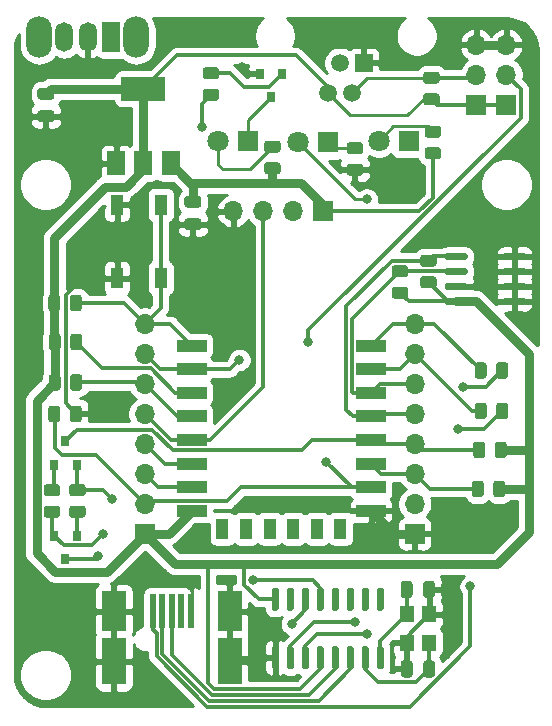
<source format=gbr>
G04 #@! TF.GenerationSoftware,KiCad,Pcbnew,(5.1.7)-1*
G04 #@! TF.CreationDate,2021-03-31T14:02:48+02:00*
G04 #@! TF.ProjectId,Temperature-controller-with-ESP8266,54656d70-6572-4617-9475-72652d636f6e,rev?*
G04 #@! TF.SameCoordinates,Original*
G04 #@! TF.FileFunction,Copper,L1,Top*
G04 #@! TF.FilePolarity,Positive*
%FSLAX46Y46*%
G04 Gerber Fmt 4.6, Leading zero omitted, Abs format (unit mm)*
G04 Created by KiCad (PCBNEW (5.1.7)-1) date 2021-03-31 14:02:48*
%MOMM*%
%LPD*%
G01*
G04 APERTURE LIST*
G04 #@! TA.AperFunction,SMDPad,CuDef*
%ADD10R,2.050000X4.000000*%
G04 #@! TD*
G04 #@! TA.AperFunction,SMDPad,CuDef*
%ADD11R,2.050000X3.500000*%
G04 #@! TD*
G04 #@! TA.AperFunction,SMDPad,CuDef*
%ADD12R,0.500000X3.000000*%
G04 #@! TD*
G04 #@! TA.AperFunction,ComponentPad*
%ADD13O,1.700000X1.700000*%
G04 #@! TD*
G04 #@! TA.AperFunction,ComponentPad*
%ADD14R,1.700000X1.700000*%
G04 #@! TD*
G04 #@! TA.AperFunction,SMDPad,CuDef*
%ADD15R,2.500000X1.000000*%
G04 #@! TD*
G04 #@! TA.AperFunction,SMDPad,CuDef*
%ADD16R,1.000000X1.800000*%
G04 #@! TD*
G04 #@! TA.AperFunction,SMDPad,CuDef*
%ADD17R,1.100000X1.800000*%
G04 #@! TD*
G04 #@! TA.AperFunction,ComponentPad*
%ADD18R,1.500000X1.500000*%
G04 #@! TD*
G04 #@! TA.AperFunction,ComponentPad*
%ADD19C,1.500000*%
G04 #@! TD*
G04 #@! TA.AperFunction,SMDPad,CuDef*
%ADD20R,1.500000X2.000000*%
G04 #@! TD*
G04 #@! TA.AperFunction,SMDPad,CuDef*
%ADD21R,3.800000X2.000000*%
G04 #@! TD*
G04 #@! TA.AperFunction,ComponentPad*
%ADD22C,1.800000*%
G04 #@! TD*
G04 #@! TA.AperFunction,ComponentPad*
%ADD23R,1.800000X1.800000*%
G04 #@! TD*
G04 #@! TA.AperFunction,SMDPad,CuDef*
%ADD24R,1.200000X1.400000*%
G04 #@! TD*
G04 #@! TA.AperFunction,ComponentPad*
%ADD25O,2.200000X3.500000*%
G04 #@! TD*
G04 #@! TA.AperFunction,ComponentPad*
%ADD26O,1.500000X2.500000*%
G04 #@! TD*
G04 #@! TA.AperFunction,ComponentPad*
%ADD27R,1.500000X2.500000*%
G04 #@! TD*
G04 #@! TA.AperFunction,SMDPad,CuDef*
%ADD28R,0.800000X0.900000*%
G04 #@! TD*
G04 #@! TA.AperFunction,ViaPad*
%ADD29C,0.800000*%
G04 #@! TD*
G04 #@! TA.AperFunction,Conductor*
%ADD30C,0.800000*%
G04 #@! TD*
G04 #@! TA.AperFunction,Conductor*
%ADD31C,0.300000*%
G04 #@! TD*
G04 #@! TA.AperFunction,Conductor*
%ADD32C,0.250000*%
G04 #@! TD*
G04 #@! TA.AperFunction,Conductor*
%ADD33C,0.254000*%
G04 #@! TD*
G04 #@! TA.AperFunction,Conductor*
%ADD34C,0.100000*%
G04 #@! TD*
G04 APERTURE END LIST*
D10*
X131392000Y-118745000D03*
D11*
X131392000Y-114495000D03*
D10*
X121592000Y-118745000D03*
D11*
X121592000Y-114495000D03*
D12*
X128092000Y-114495000D03*
X127292000Y-114495000D03*
X126492000Y-114495000D03*
X125692000Y-114495000D03*
X124892000Y-114495000D03*
G04 #@! TA.AperFunction,SMDPad,CuDef*
G36*
G01*
X151535000Y-88115000D02*
X151535000Y-88415000D01*
G75*
G02*
X151385000Y-88565000I-150000J0D01*
G01*
X149735000Y-88565000D01*
G75*
G02*
X149585000Y-88415000I0J150000D01*
G01*
X149585000Y-88115000D01*
G75*
G02*
X149735000Y-87965000I150000J0D01*
G01*
X151385000Y-87965000D01*
G75*
G02*
X151535000Y-88115000I0J-150000D01*
G01*
G37*
G04 #@! TD.AperFunction*
G04 #@! TA.AperFunction,SMDPad,CuDef*
G36*
G01*
X151535000Y-86845000D02*
X151535000Y-87145000D01*
G75*
G02*
X151385000Y-87295000I-150000J0D01*
G01*
X149735000Y-87295000D01*
G75*
G02*
X149585000Y-87145000I0J150000D01*
G01*
X149585000Y-86845000D01*
G75*
G02*
X149735000Y-86695000I150000J0D01*
G01*
X151385000Y-86695000D01*
G75*
G02*
X151535000Y-86845000I0J-150000D01*
G01*
G37*
G04 #@! TD.AperFunction*
G04 #@! TA.AperFunction,SMDPad,CuDef*
G36*
G01*
X151535000Y-85575000D02*
X151535000Y-85875000D01*
G75*
G02*
X151385000Y-86025000I-150000J0D01*
G01*
X149735000Y-86025000D01*
G75*
G02*
X149585000Y-85875000I0J150000D01*
G01*
X149585000Y-85575000D01*
G75*
G02*
X149735000Y-85425000I150000J0D01*
G01*
X151385000Y-85425000D01*
G75*
G02*
X151535000Y-85575000I0J-150000D01*
G01*
G37*
G04 #@! TD.AperFunction*
G04 #@! TA.AperFunction,SMDPad,CuDef*
G36*
G01*
X151535000Y-84305000D02*
X151535000Y-84605000D01*
G75*
G02*
X151385000Y-84755000I-150000J0D01*
G01*
X149735000Y-84755000D01*
G75*
G02*
X149585000Y-84605000I0J150000D01*
G01*
X149585000Y-84305000D01*
G75*
G02*
X149735000Y-84155000I150000J0D01*
G01*
X151385000Y-84155000D01*
G75*
G02*
X151535000Y-84305000I0J-150000D01*
G01*
G37*
G04 #@! TD.AperFunction*
G04 #@! TA.AperFunction,SMDPad,CuDef*
G36*
G01*
X156485000Y-84305000D02*
X156485000Y-84605000D01*
G75*
G02*
X156335000Y-84755000I-150000J0D01*
G01*
X154685000Y-84755000D01*
G75*
G02*
X154535000Y-84605000I0J150000D01*
G01*
X154535000Y-84305000D01*
G75*
G02*
X154685000Y-84155000I150000J0D01*
G01*
X156335000Y-84155000D01*
G75*
G02*
X156485000Y-84305000I0J-150000D01*
G01*
G37*
G04 #@! TD.AperFunction*
G04 #@! TA.AperFunction,SMDPad,CuDef*
G36*
G01*
X156485000Y-85575000D02*
X156485000Y-85875000D01*
G75*
G02*
X156335000Y-86025000I-150000J0D01*
G01*
X154685000Y-86025000D01*
G75*
G02*
X154535000Y-85875000I0J150000D01*
G01*
X154535000Y-85575000D01*
G75*
G02*
X154685000Y-85425000I150000J0D01*
G01*
X156335000Y-85425000D01*
G75*
G02*
X156485000Y-85575000I0J-150000D01*
G01*
G37*
G04 #@! TD.AperFunction*
G04 #@! TA.AperFunction,SMDPad,CuDef*
G36*
G01*
X156485000Y-86845000D02*
X156485000Y-87145000D01*
G75*
G02*
X156335000Y-87295000I-150000J0D01*
G01*
X154685000Y-87295000D01*
G75*
G02*
X154535000Y-87145000I0J150000D01*
G01*
X154535000Y-86845000D01*
G75*
G02*
X154685000Y-86695000I150000J0D01*
G01*
X156335000Y-86695000D01*
G75*
G02*
X156485000Y-86845000I0J-150000D01*
G01*
G37*
G04 #@! TD.AperFunction*
G04 #@! TA.AperFunction,SMDPad,CuDef*
G36*
G01*
X156485000Y-88115000D02*
X156485000Y-88415000D01*
G75*
G02*
X156335000Y-88565000I-150000J0D01*
G01*
X154685000Y-88565000D01*
G75*
G02*
X154535000Y-88415000I0J150000D01*
G01*
X154535000Y-88115000D01*
G75*
G02*
X154685000Y-87965000I150000J0D01*
G01*
X156335000Y-87965000D01*
G75*
G02*
X156485000Y-88115000I0J-150000D01*
G01*
G37*
G04 #@! TD.AperFunction*
D13*
X147066000Y-90170000D03*
X147066000Y-92710000D03*
X147066000Y-95250000D03*
X147066000Y-97790000D03*
X147066000Y-100330000D03*
X147066000Y-102870000D03*
X147066000Y-105410000D03*
D14*
X147066000Y-107950000D03*
D15*
X143363000Y-92004000D03*
X143363000Y-94004000D03*
X143363000Y-96004000D03*
X143363000Y-98004000D03*
X143363000Y-100004000D03*
X143363000Y-102004000D03*
X143363000Y-104004000D03*
X143363000Y-106004000D03*
D16*
X140763000Y-107504000D03*
X138763000Y-107504000D03*
X136763000Y-107504000D03*
X134763000Y-107504000D03*
X132763000Y-107504000D03*
X130763000Y-107504000D03*
D15*
X128163000Y-106004000D03*
X128163000Y-104004000D03*
X128163000Y-102004000D03*
X128163000Y-100004000D03*
X128163000Y-98004000D03*
X128163000Y-96004000D03*
X128163000Y-94004000D03*
X128163000Y-92004000D03*
G04 #@! TA.AperFunction,SMDPad,CuDef*
G36*
G01*
X127795000Y-81222000D02*
X128745000Y-81222000D01*
G75*
G02*
X128995000Y-81472000I0J-250000D01*
G01*
X128995000Y-81972000D01*
G75*
G02*
X128745000Y-82222000I-250000J0D01*
G01*
X127795000Y-82222000D01*
G75*
G02*
X127545000Y-81972000I0J250000D01*
G01*
X127545000Y-81472000D01*
G75*
G02*
X127795000Y-81222000I250000J0D01*
G01*
G37*
G04 #@! TD.AperFunction*
G04 #@! TA.AperFunction,SMDPad,CuDef*
G36*
G01*
X127795000Y-79322000D02*
X128745000Y-79322000D01*
G75*
G02*
X128995000Y-79572000I0J-250000D01*
G01*
X128995000Y-80072000D01*
G75*
G02*
X128745000Y-80322000I-250000J0D01*
G01*
X127795000Y-80322000D01*
G75*
G02*
X127545000Y-80072000I0J250000D01*
G01*
X127545000Y-79572000D01*
G75*
G02*
X127795000Y-79322000I250000J0D01*
G01*
G37*
G04 #@! TD.AperFunction*
D17*
X125548000Y-80085000D03*
X125548000Y-86285000D03*
X121848000Y-80085000D03*
X121848000Y-86285000D03*
D18*
X142748000Y-68072000D03*
D19*
X141728000Y-70612000D03*
X140708000Y-68072000D03*
X139688000Y-70612000D03*
G04 #@! TA.AperFunction,SMDPad,CuDef*
G36*
G01*
X117875000Y-95573002D02*
X117875000Y-94672998D01*
G75*
G02*
X118124998Y-94423000I249998J0D01*
G01*
X118650002Y-94423000D01*
G75*
G02*
X118900000Y-94672998I0J-249998D01*
G01*
X118900000Y-95573002D01*
G75*
G02*
X118650002Y-95823000I-249998J0D01*
G01*
X118124998Y-95823000D01*
G75*
G02*
X117875000Y-95573002I0J249998D01*
G01*
G37*
G04 #@! TD.AperFunction*
G04 #@! TA.AperFunction,SMDPad,CuDef*
G36*
G01*
X116050000Y-95573002D02*
X116050000Y-94672998D01*
G75*
G02*
X116299998Y-94423000I249998J0D01*
G01*
X116825002Y-94423000D01*
G75*
G02*
X117075000Y-94672998I0J-249998D01*
G01*
X117075000Y-95573002D01*
G75*
G02*
X116825002Y-95823000I-249998J0D01*
G01*
X116299998Y-95823000D01*
G75*
G02*
X116050000Y-95573002I0J249998D01*
G01*
G37*
G04 #@! TD.AperFunction*
G04 #@! TA.AperFunction,SMDPad,CuDef*
G36*
G01*
X153143000Y-93656998D02*
X153143000Y-94557002D01*
G75*
G02*
X152893002Y-94807000I-249998J0D01*
G01*
X152367998Y-94807000D01*
G75*
G02*
X152118000Y-94557002I0J249998D01*
G01*
X152118000Y-93656998D01*
G75*
G02*
X152367998Y-93407000I249998J0D01*
G01*
X152893002Y-93407000D01*
G75*
G02*
X153143000Y-93656998I0J-249998D01*
G01*
G37*
G04 #@! TD.AperFunction*
G04 #@! TA.AperFunction,SMDPad,CuDef*
G36*
G01*
X154968000Y-93656998D02*
X154968000Y-94557002D01*
G75*
G02*
X154718002Y-94807000I-249998J0D01*
G01*
X154192998Y-94807000D01*
G75*
G02*
X153943000Y-94557002I0J249998D01*
G01*
X153943000Y-93656998D01*
G75*
G02*
X154192998Y-93407000I249998J0D01*
G01*
X154718002Y-93407000D01*
G75*
G02*
X154968000Y-93656998I0J-249998D01*
G01*
G37*
G04 #@! TD.AperFunction*
G04 #@! TA.AperFunction,SMDPad,CuDef*
G36*
G01*
X153943000Y-97986002D02*
X153943000Y-97085998D01*
G75*
G02*
X154192998Y-96836000I249998J0D01*
G01*
X154718002Y-96836000D01*
G75*
G02*
X154968000Y-97085998I0J-249998D01*
G01*
X154968000Y-97986002D01*
G75*
G02*
X154718002Y-98236000I-249998J0D01*
G01*
X154192998Y-98236000D01*
G75*
G02*
X153943000Y-97986002I0J249998D01*
G01*
G37*
G04 #@! TD.AperFunction*
G04 #@! TA.AperFunction,SMDPad,CuDef*
G36*
G01*
X152118000Y-97986002D02*
X152118000Y-97085998D01*
G75*
G02*
X152367998Y-96836000I249998J0D01*
G01*
X152893002Y-96836000D01*
G75*
G02*
X153143000Y-97085998I0J-249998D01*
G01*
X153143000Y-97986002D01*
G75*
G02*
X152893002Y-98236000I-249998J0D01*
G01*
X152367998Y-98236000D01*
G75*
G02*
X152118000Y-97986002I0J249998D01*
G01*
G37*
G04 #@! TD.AperFunction*
G04 #@! TA.AperFunction,SMDPad,CuDef*
G36*
G01*
X153689000Y-104590002D02*
X153689000Y-103689998D01*
G75*
G02*
X153938998Y-103440000I249998J0D01*
G01*
X154464002Y-103440000D01*
G75*
G02*
X154714000Y-103689998I0J-249998D01*
G01*
X154714000Y-104590002D01*
G75*
G02*
X154464002Y-104840000I-249998J0D01*
G01*
X153938998Y-104840000D01*
G75*
G02*
X153689000Y-104590002I0J249998D01*
G01*
G37*
G04 #@! TD.AperFunction*
G04 #@! TA.AperFunction,SMDPad,CuDef*
G36*
G01*
X151864000Y-104590002D02*
X151864000Y-103689998D01*
G75*
G02*
X152113998Y-103440000I249998J0D01*
G01*
X152639002Y-103440000D01*
G75*
G02*
X152889000Y-103689998I0J-249998D01*
G01*
X152889000Y-104590002D01*
G75*
G02*
X152639002Y-104840000I-249998J0D01*
G01*
X152113998Y-104840000D01*
G75*
G02*
X151864000Y-104590002I0J249998D01*
G01*
G37*
G04 #@! TD.AperFunction*
G04 #@! TA.AperFunction,SMDPad,CuDef*
G36*
G01*
X117851500Y-98240002D02*
X117851500Y-97339998D01*
G75*
G02*
X118101498Y-97090000I249998J0D01*
G01*
X118626502Y-97090000D01*
G75*
G02*
X118876500Y-97339998I0J-249998D01*
G01*
X118876500Y-98240002D01*
G75*
G02*
X118626502Y-98490000I-249998J0D01*
G01*
X118101498Y-98490000D01*
G75*
G02*
X117851500Y-98240002I0J249998D01*
G01*
G37*
G04 #@! TD.AperFunction*
G04 #@! TA.AperFunction,SMDPad,CuDef*
G36*
G01*
X116026500Y-98240002D02*
X116026500Y-97339998D01*
G75*
G02*
X116276498Y-97090000I249998J0D01*
G01*
X116801502Y-97090000D01*
G75*
G02*
X117051500Y-97339998I0J-249998D01*
G01*
X117051500Y-98240002D01*
G75*
G02*
X116801502Y-98490000I-249998J0D01*
G01*
X116276498Y-98490000D01*
G75*
G02*
X116026500Y-98240002I0J249998D01*
G01*
G37*
G04 #@! TD.AperFunction*
G04 #@! TA.AperFunction,SMDPad,CuDef*
G36*
G01*
X153816000Y-101288002D02*
X153816000Y-100387998D01*
G75*
G02*
X154065998Y-100138000I249998J0D01*
G01*
X154591002Y-100138000D01*
G75*
G02*
X154841000Y-100387998I0J-249998D01*
G01*
X154841000Y-101288002D01*
G75*
G02*
X154591002Y-101538000I-249998J0D01*
G01*
X154065998Y-101538000D01*
G75*
G02*
X153816000Y-101288002I0J249998D01*
G01*
G37*
G04 #@! TD.AperFunction*
G04 #@! TA.AperFunction,SMDPad,CuDef*
G36*
G01*
X151991000Y-101288002D02*
X151991000Y-100387998D01*
G75*
G02*
X152240998Y-100138000I249998J0D01*
G01*
X152766002Y-100138000D01*
G75*
G02*
X153016000Y-100387998I0J-249998D01*
G01*
X153016000Y-101288002D01*
G75*
G02*
X152766002Y-101538000I-249998J0D01*
G01*
X152240998Y-101538000D01*
G75*
G02*
X151991000Y-101288002I0J249998D01*
G01*
G37*
G04 #@! TD.AperFunction*
D13*
X131699000Y-80645000D03*
X134239000Y-80645000D03*
X136779000Y-80645000D03*
D14*
X139319000Y-80645000D03*
D20*
X121779000Y-76556000D03*
X126379000Y-76556000D03*
X124079000Y-76556000D03*
D21*
X124079000Y-70256000D03*
D22*
X144018000Y-74676000D03*
D23*
X146558000Y-74676000D03*
D24*
X146370000Y-117151000D03*
X146370000Y-114751000D03*
X148270000Y-114751000D03*
X148270000Y-117151000D03*
D25*
X115280000Y-65913000D03*
X123480000Y-65913000D03*
D26*
X117380000Y-65913000D03*
X119380000Y-65913000D03*
D27*
X121380000Y-65913000D03*
G04 #@! TA.AperFunction,SMDPad,CuDef*
G36*
G01*
X117875000Y-92144002D02*
X117875000Y-91243998D01*
G75*
G02*
X118124998Y-90994000I249998J0D01*
G01*
X118650002Y-90994000D01*
G75*
G02*
X118900000Y-91243998I0J-249998D01*
G01*
X118900000Y-92144002D01*
G75*
G02*
X118650002Y-92394000I-249998J0D01*
G01*
X118124998Y-92394000D01*
G75*
G02*
X117875000Y-92144002I0J249998D01*
G01*
G37*
G04 #@! TD.AperFunction*
G04 #@! TA.AperFunction,SMDPad,CuDef*
G36*
G01*
X116050000Y-92144002D02*
X116050000Y-91243998D01*
G75*
G02*
X116299998Y-90994000I249998J0D01*
G01*
X116825002Y-90994000D01*
G75*
G02*
X117075000Y-91243998I0J-249998D01*
G01*
X117075000Y-92144002D01*
G75*
G02*
X116825002Y-92394000I-249998J0D01*
G01*
X116299998Y-92394000D01*
G75*
G02*
X116050000Y-92144002I0J249998D01*
G01*
G37*
G04 #@! TD.AperFunction*
G04 #@! TA.AperFunction,SMDPad,CuDef*
G36*
G01*
X146870000Y-118905000D02*
X146870000Y-119855000D01*
G75*
G02*
X146620000Y-120105000I-250000J0D01*
G01*
X146120000Y-120105000D01*
G75*
G02*
X145870000Y-119855000I0J250000D01*
G01*
X145870000Y-118905000D01*
G75*
G02*
X146120000Y-118655000I250000J0D01*
G01*
X146620000Y-118655000D01*
G75*
G02*
X146870000Y-118905000I0J-250000D01*
G01*
G37*
G04 #@! TD.AperFunction*
G04 #@! TA.AperFunction,SMDPad,CuDef*
G36*
G01*
X148770000Y-118905000D02*
X148770000Y-119855000D01*
G75*
G02*
X148520000Y-120105000I-250000J0D01*
G01*
X148020000Y-120105000D01*
G75*
G02*
X147770000Y-119855000I0J250000D01*
G01*
X147770000Y-118905000D01*
G75*
G02*
X148020000Y-118655000I250000J0D01*
G01*
X148520000Y-118655000D01*
G75*
G02*
X148770000Y-118905000I0J-250000D01*
G01*
G37*
G04 #@! TD.AperFunction*
G04 #@! TA.AperFunction,SMDPad,CuDef*
G36*
G01*
X147770000Y-113124000D02*
X147770000Y-112174000D01*
G75*
G02*
X148020000Y-111924000I250000J0D01*
G01*
X148520000Y-111924000D01*
G75*
G02*
X148770000Y-112174000I0J-250000D01*
G01*
X148770000Y-113124000D01*
G75*
G02*
X148520000Y-113374000I-250000J0D01*
G01*
X148020000Y-113374000D01*
G75*
G02*
X147770000Y-113124000I0J250000D01*
G01*
G37*
G04 #@! TD.AperFunction*
G04 #@! TA.AperFunction,SMDPad,CuDef*
G36*
G01*
X145870000Y-113124000D02*
X145870000Y-112174000D01*
G75*
G02*
X146120000Y-111924000I250000J0D01*
G01*
X146620000Y-111924000D01*
G75*
G02*
X146870000Y-112174000I0J-250000D01*
G01*
X146870000Y-113124000D01*
G75*
G02*
X146620000Y-113374000I-250000J0D01*
G01*
X146120000Y-113374000D01*
G75*
G02*
X145870000Y-113124000I0J250000D01*
G01*
G37*
G04 #@! TD.AperFunction*
G04 #@! TA.AperFunction,SMDPad,CuDef*
G36*
G01*
X115349000Y-72078000D02*
X116299000Y-72078000D01*
G75*
G02*
X116549000Y-72328000I0J-250000D01*
G01*
X116549000Y-72828000D01*
G75*
G02*
X116299000Y-73078000I-250000J0D01*
G01*
X115349000Y-73078000D01*
G75*
G02*
X115099000Y-72828000I0J250000D01*
G01*
X115099000Y-72328000D01*
G75*
G02*
X115349000Y-72078000I250000J0D01*
G01*
G37*
G04 #@! TD.AperFunction*
G04 #@! TA.AperFunction,SMDPad,CuDef*
G36*
G01*
X115349000Y-70178000D02*
X116299000Y-70178000D01*
G75*
G02*
X116549000Y-70428000I0J-250000D01*
G01*
X116549000Y-70928000D01*
G75*
G02*
X116299000Y-71178000I-250000J0D01*
G01*
X115349000Y-71178000D01*
G75*
G02*
X115099000Y-70928000I0J250000D01*
G01*
X115099000Y-70428000D01*
G75*
G02*
X115349000Y-70178000I250000J0D01*
G01*
G37*
G04 #@! TD.AperFunction*
G04 #@! TA.AperFunction,SMDPad,CuDef*
G36*
G01*
X117051500Y-87941998D02*
X117051500Y-88842002D01*
G75*
G02*
X116801502Y-89092000I-249998J0D01*
G01*
X116276498Y-89092000D01*
G75*
G02*
X116026500Y-88842002I0J249998D01*
G01*
X116026500Y-87941998D01*
G75*
G02*
X116276498Y-87692000I249998J0D01*
G01*
X116801502Y-87692000D01*
G75*
G02*
X117051500Y-87941998I0J-249998D01*
G01*
G37*
G04 #@! TD.AperFunction*
G04 #@! TA.AperFunction,SMDPad,CuDef*
G36*
G01*
X118876500Y-87941998D02*
X118876500Y-88842002D01*
G75*
G02*
X118626502Y-89092000I-249998J0D01*
G01*
X118101498Y-89092000D01*
G75*
G02*
X117851500Y-88842002I0J249998D01*
G01*
X117851500Y-87941998D01*
G75*
G02*
X118101498Y-87692000I249998J0D01*
G01*
X118626502Y-87692000D01*
G75*
G02*
X118876500Y-87941998I0J-249998D01*
G01*
G37*
G04 #@! TD.AperFunction*
G04 #@! TA.AperFunction,SMDPad,CuDef*
G36*
G01*
X118941002Y-104756000D02*
X118040998Y-104756000D01*
G75*
G02*
X117791000Y-104506002I0J249998D01*
G01*
X117791000Y-103980998D01*
G75*
G02*
X118040998Y-103731000I249998J0D01*
G01*
X118941002Y-103731000D01*
G75*
G02*
X119191000Y-103980998I0J-249998D01*
G01*
X119191000Y-104506002D01*
G75*
G02*
X118941002Y-104756000I-249998J0D01*
G01*
G37*
G04 #@! TD.AperFunction*
G04 #@! TA.AperFunction,SMDPad,CuDef*
G36*
G01*
X118941002Y-106581000D02*
X118040998Y-106581000D01*
G75*
G02*
X117791000Y-106331002I0J249998D01*
G01*
X117791000Y-105805998D01*
G75*
G02*
X118040998Y-105556000I249998J0D01*
G01*
X118941002Y-105556000D01*
G75*
G02*
X119191000Y-105805998I0J-249998D01*
G01*
X119191000Y-106331002D01*
G75*
G02*
X118941002Y-106581000I-249998J0D01*
G01*
G37*
G04 #@! TD.AperFunction*
G04 #@! TA.AperFunction,SMDPad,CuDef*
G36*
G01*
X115881998Y-105556000D02*
X116782002Y-105556000D01*
G75*
G02*
X117032000Y-105805998I0J-249998D01*
G01*
X117032000Y-106331002D01*
G75*
G02*
X116782002Y-106581000I-249998J0D01*
G01*
X115881998Y-106581000D01*
G75*
G02*
X115632000Y-106331002I0J249998D01*
G01*
X115632000Y-105805998D01*
G75*
G02*
X115881998Y-105556000I249998J0D01*
G01*
G37*
G04 #@! TD.AperFunction*
G04 #@! TA.AperFunction,SMDPad,CuDef*
G36*
G01*
X115881998Y-103731000D02*
X116782002Y-103731000D01*
G75*
G02*
X117032000Y-103980998I0J-249998D01*
G01*
X117032000Y-104506002D01*
G75*
G02*
X116782002Y-104756000I-249998J0D01*
G01*
X115881998Y-104756000D01*
G75*
G02*
X115632000Y-104506002I0J249998D01*
G01*
X115632000Y-103980998D01*
G75*
G02*
X115881998Y-103731000I249998J0D01*
G01*
G37*
G04 #@! TD.AperFunction*
G04 #@! TA.AperFunction,SMDPad,CuDef*
G36*
G01*
X149040002Y-74403000D02*
X148139998Y-74403000D01*
G75*
G02*
X147890000Y-74153002I0J249998D01*
G01*
X147890000Y-73627998D01*
G75*
G02*
X148139998Y-73378000I249998J0D01*
G01*
X149040002Y-73378000D01*
G75*
G02*
X149290000Y-73627998I0J-249998D01*
G01*
X149290000Y-74153002D01*
G75*
G02*
X149040002Y-74403000I-249998J0D01*
G01*
G37*
G04 #@! TD.AperFunction*
G04 #@! TA.AperFunction,SMDPad,CuDef*
G36*
G01*
X149040002Y-76228000D02*
X148139998Y-76228000D01*
G75*
G02*
X147890000Y-75978002I0J249998D01*
G01*
X147890000Y-75452998D01*
G75*
G02*
X148139998Y-75203000I249998J0D01*
G01*
X149040002Y-75203000D01*
G75*
G02*
X149290000Y-75452998I0J-249998D01*
G01*
X149290000Y-75978002D01*
G75*
G02*
X149040002Y-76228000I-249998J0D01*
G01*
G37*
G04 #@! TD.AperFunction*
G04 #@! TA.AperFunction,SMDPad,CuDef*
G36*
G01*
X135405000Y-114451000D02*
X135105000Y-114451000D01*
G75*
G02*
X134955000Y-114301000I0J150000D01*
G01*
X134955000Y-112651000D01*
G75*
G02*
X135105000Y-112501000I150000J0D01*
G01*
X135405000Y-112501000D01*
G75*
G02*
X135555000Y-112651000I0J-150000D01*
G01*
X135555000Y-114301000D01*
G75*
G02*
X135405000Y-114451000I-150000J0D01*
G01*
G37*
G04 #@! TD.AperFunction*
G04 #@! TA.AperFunction,SMDPad,CuDef*
G36*
G01*
X136675000Y-114451000D02*
X136375000Y-114451000D01*
G75*
G02*
X136225000Y-114301000I0J150000D01*
G01*
X136225000Y-112651000D01*
G75*
G02*
X136375000Y-112501000I150000J0D01*
G01*
X136675000Y-112501000D01*
G75*
G02*
X136825000Y-112651000I0J-150000D01*
G01*
X136825000Y-114301000D01*
G75*
G02*
X136675000Y-114451000I-150000J0D01*
G01*
G37*
G04 #@! TD.AperFunction*
G04 #@! TA.AperFunction,SMDPad,CuDef*
G36*
G01*
X137945000Y-114451000D02*
X137645000Y-114451000D01*
G75*
G02*
X137495000Y-114301000I0J150000D01*
G01*
X137495000Y-112651000D01*
G75*
G02*
X137645000Y-112501000I150000J0D01*
G01*
X137945000Y-112501000D01*
G75*
G02*
X138095000Y-112651000I0J-150000D01*
G01*
X138095000Y-114301000D01*
G75*
G02*
X137945000Y-114451000I-150000J0D01*
G01*
G37*
G04 #@! TD.AperFunction*
G04 #@! TA.AperFunction,SMDPad,CuDef*
G36*
G01*
X139215000Y-114451000D02*
X138915000Y-114451000D01*
G75*
G02*
X138765000Y-114301000I0J150000D01*
G01*
X138765000Y-112651000D01*
G75*
G02*
X138915000Y-112501000I150000J0D01*
G01*
X139215000Y-112501000D01*
G75*
G02*
X139365000Y-112651000I0J-150000D01*
G01*
X139365000Y-114301000D01*
G75*
G02*
X139215000Y-114451000I-150000J0D01*
G01*
G37*
G04 #@! TD.AperFunction*
G04 #@! TA.AperFunction,SMDPad,CuDef*
G36*
G01*
X140485000Y-114451000D02*
X140185000Y-114451000D01*
G75*
G02*
X140035000Y-114301000I0J150000D01*
G01*
X140035000Y-112651000D01*
G75*
G02*
X140185000Y-112501000I150000J0D01*
G01*
X140485000Y-112501000D01*
G75*
G02*
X140635000Y-112651000I0J-150000D01*
G01*
X140635000Y-114301000D01*
G75*
G02*
X140485000Y-114451000I-150000J0D01*
G01*
G37*
G04 #@! TD.AperFunction*
G04 #@! TA.AperFunction,SMDPad,CuDef*
G36*
G01*
X141755000Y-114451000D02*
X141455000Y-114451000D01*
G75*
G02*
X141305000Y-114301000I0J150000D01*
G01*
X141305000Y-112651000D01*
G75*
G02*
X141455000Y-112501000I150000J0D01*
G01*
X141755000Y-112501000D01*
G75*
G02*
X141905000Y-112651000I0J-150000D01*
G01*
X141905000Y-114301000D01*
G75*
G02*
X141755000Y-114451000I-150000J0D01*
G01*
G37*
G04 #@! TD.AperFunction*
G04 #@! TA.AperFunction,SMDPad,CuDef*
G36*
G01*
X143025000Y-114451000D02*
X142725000Y-114451000D01*
G75*
G02*
X142575000Y-114301000I0J150000D01*
G01*
X142575000Y-112651000D01*
G75*
G02*
X142725000Y-112501000I150000J0D01*
G01*
X143025000Y-112501000D01*
G75*
G02*
X143175000Y-112651000I0J-150000D01*
G01*
X143175000Y-114301000D01*
G75*
G02*
X143025000Y-114451000I-150000J0D01*
G01*
G37*
G04 #@! TD.AperFunction*
G04 #@! TA.AperFunction,SMDPad,CuDef*
G36*
G01*
X144295000Y-114451000D02*
X143995000Y-114451000D01*
G75*
G02*
X143845000Y-114301000I0J150000D01*
G01*
X143845000Y-112651000D01*
G75*
G02*
X143995000Y-112501000I150000J0D01*
G01*
X144295000Y-112501000D01*
G75*
G02*
X144445000Y-112651000I0J-150000D01*
G01*
X144445000Y-114301000D01*
G75*
G02*
X144295000Y-114451000I-150000J0D01*
G01*
G37*
G04 #@! TD.AperFunction*
G04 #@! TA.AperFunction,SMDPad,CuDef*
G36*
G01*
X144295000Y-119401000D02*
X143995000Y-119401000D01*
G75*
G02*
X143845000Y-119251000I0J150000D01*
G01*
X143845000Y-117601000D01*
G75*
G02*
X143995000Y-117451000I150000J0D01*
G01*
X144295000Y-117451000D01*
G75*
G02*
X144445000Y-117601000I0J-150000D01*
G01*
X144445000Y-119251000D01*
G75*
G02*
X144295000Y-119401000I-150000J0D01*
G01*
G37*
G04 #@! TD.AperFunction*
G04 #@! TA.AperFunction,SMDPad,CuDef*
G36*
G01*
X143025000Y-119401000D02*
X142725000Y-119401000D01*
G75*
G02*
X142575000Y-119251000I0J150000D01*
G01*
X142575000Y-117601000D01*
G75*
G02*
X142725000Y-117451000I150000J0D01*
G01*
X143025000Y-117451000D01*
G75*
G02*
X143175000Y-117601000I0J-150000D01*
G01*
X143175000Y-119251000D01*
G75*
G02*
X143025000Y-119401000I-150000J0D01*
G01*
G37*
G04 #@! TD.AperFunction*
G04 #@! TA.AperFunction,SMDPad,CuDef*
G36*
G01*
X141755000Y-119401000D02*
X141455000Y-119401000D01*
G75*
G02*
X141305000Y-119251000I0J150000D01*
G01*
X141305000Y-117601000D01*
G75*
G02*
X141455000Y-117451000I150000J0D01*
G01*
X141755000Y-117451000D01*
G75*
G02*
X141905000Y-117601000I0J-150000D01*
G01*
X141905000Y-119251000D01*
G75*
G02*
X141755000Y-119401000I-150000J0D01*
G01*
G37*
G04 #@! TD.AperFunction*
G04 #@! TA.AperFunction,SMDPad,CuDef*
G36*
G01*
X140485000Y-119401000D02*
X140185000Y-119401000D01*
G75*
G02*
X140035000Y-119251000I0J150000D01*
G01*
X140035000Y-117601000D01*
G75*
G02*
X140185000Y-117451000I150000J0D01*
G01*
X140485000Y-117451000D01*
G75*
G02*
X140635000Y-117601000I0J-150000D01*
G01*
X140635000Y-119251000D01*
G75*
G02*
X140485000Y-119401000I-150000J0D01*
G01*
G37*
G04 #@! TD.AperFunction*
G04 #@! TA.AperFunction,SMDPad,CuDef*
G36*
G01*
X139215000Y-119401000D02*
X138915000Y-119401000D01*
G75*
G02*
X138765000Y-119251000I0J150000D01*
G01*
X138765000Y-117601000D01*
G75*
G02*
X138915000Y-117451000I150000J0D01*
G01*
X139215000Y-117451000D01*
G75*
G02*
X139365000Y-117601000I0J-150000D01*
G01*
X139365000Y-119251000D01*
G75*
G02*
X139215000Y-119401000I-150000J0D01*
G01*
G37*
G04 #@! TD.AperFunction*
G04 #@! TA.AperFunction,SMDPad,CuDef*
G36*
G01*
X137945000Y-119401000D02*
X137645000Y-119401000D01*
G75*
G02*
X137495000Y-119251000I0J150000D01*
G01*
X137495000Y-117601000D01*
G75*
G02*
X137645000Y-117451000I150000J0D01*
G01*
X137945000Y-117451000D01*
G75*
G02*
X138095000Y-117601000I0J-150000D01*
G01*
X138095000Y-119251000D01*
G75*
G02*
X137945000Y-119401000I-150000J0D01*
G01*
G37*
G04 #@! TD.AperFunction*
G04 #@! TA.AperFunction,SMDPad,CuDef*
G36*
G01*
X136675000Y-119401000D02*
X136375000Y-119401000D01*
G75*
G02*
X136225000Y-119251000I0J150000D01*
G01*
X136225000Y-117601000D01*
G75*
G02*
X136375000Y-117451000I150000J0D01*
G01*
X136675000Y-117451000D01*
G75*
G02*
X136825000Y-117601000I0J-150000D01*
G01*
X136825000Y-119251000D01*
G75*
G02*
X136675000Y-119401000I-150000J0D01*
G01*
G37*
G04 #@! TD.AperFunction*
G04 #@! TA.AperFunction,SMDPad,CuDef*
G36*
G01*
X135405000Y-119401000D02*
X135105000Y-119401000D01*
G75*
G02*
X134955000Y-119251000I0J150000D01*
G01*
X134955000Y-117601000D01*
G75*
G02*
X135105000Y-117451000I150000J0D01*
G01*
X135405000Y-117451000D01*
G75*
G02*
X135555000Y-117601000I0J-150000D01*
G01*
X135555000Y-119251000D01*
G75*
G02*
X135405000Y-119401000I-150000J0D01*
G01*
G37*
G04 #@! TD.AperFunction*
D28*
X117475000Y-110093000D03*
X116525000Y-108093000D03*
X118425000Y-108093000D03*
X116525000Y-102092000D03*
X118425000Y-102092000D03*
X117475000Y-100092000D03*
G04 #@! TA.AperFunction,SMDPad,CuDef*
G36*
G01*
X148913002Y-71656000D02*
X148012998Y-71656000D01*
G75*
G02*
X147763000Y-71406002I0J249998D01*
G01*
X147763000Y-70880998D01*
G75*
G02*
X148012998Y-70631000I249998J0D01*
G01*
X148913002Y-70631000D01*
G75*
G02*
X149163000Y-70880998I0J-249998D01*
G01*
X149163000Y-71406002D01*
G75*
G02*
X148913002Y-71656000I-249998J0D01*
G01*
G37*
G04 #@! TD.AperFunction*
G04 #@! TA.AperFunction,SMDPad,CuDef*
G36*
G01*
X148913002Y-69831000D02*
X148012998Y-69831000D01*
G75*
G02*
X147763000Y-69581002I0J249998D01*
G01*
X147763000Y-69055998D01*
G75*
G02*
X148012998Y-68806000I249998J0D01*
G01*
X148913002Y-68806000D01*
G75*
G02*
X149163000Y-69055998I0J-249998D01*
G01*
X149163000Y-69581002D01*
G75*
G02*
X148913002Y-69831000I-249998J0D01*
G01*
G37*
G04 #@! TD.AperFunction*
D14*
X124206000Y-107950000D03*
D13*
X124206000Y-105410000D03*
X124206000Y-102870000D03*
X124206000Y-100330000D03*
X124206000Y-97790000D03*
X124206000Y-95250000D03*
X124206000Y-92710000D03*
X124206000Y-90170000D03*
G04 #@! TA.AperFunction,SMDPad,CuDef*
G36*
G01*
X148659002Y-85325000D02*
X147758998Y-85325000D01*
G75*
G02*
X147509000Y-85075002I0J249998D01*
G01*
X147509000Y-84549998D01*
G75*
G02*
X147758998Y-84300000I249998J0D01*
G01*
X148659002Y-84300000D01*
G75*
G02*
X148909000Y-84549998I0J-249998D01*
G01*
X148909000Y-85075002D01*
G75*
G02*
X148659002Y-85325000I-249998J0D01*
G01*
G37*
G04 #@! TD.AperFunction*
G04 #@! TA.AperFunction,SMDPad,CuDef*
G36*
G01*
X148659002Y-87150000D02*
X147758998Y-87150000D01*
G75*
G02*
X147509000Y-86900002I0J249998D01*
G01*
X147509000Y-86374998D01*
G75*
G02*
X147758998Y-86125000I249998J0D01*
G01*
X148659002Y-86125000D01*
G75*
G02*
X148909000Y-86374998I0J-249998D01*
G01*
X148909000Y-86900002D01*
G75*
G02*
X148659002Y-87150000I-249998J0D01*
G01*
G37*
G04 #@! TD.AperFunction*
G04 #@! TA.AperFunction,SMDPad,CuDef*
G36*
G01*
X146246002Y-88039000D02*
X145345998Y-88039000D01*
G75*
G02*
X145096000Y-87789002I0J249998D01*
G01*
X145096000Y-87263998D01*
G75*
G02*
X145345998Y-87014000I249998J0D01*
G01*
X146246002Y-87014000D01*
G75*
G02*
X146496000Y-87263998I0J-249998D01*
G01*
X146496000Y-87789002D01*
G75*
G02*
X146246002Y-88039000I-249998J0D01*
G01*
G37*
G04 #@! TD.AperFunction*
G04 #@! TA.AperFunction,SMDPad,CuDef*
G36*
G01*
X146246002Y-86214000D02*
X145345998Y-86214000D01*
G75*
G02*
X145096000Y-85964002I0J249998D01*
G01*
X145096000Y-85438998D01*
G75*
G02*
X145345998Y-85189000I249998J0D01*
G01*
X146246002Y-85189000D01*
G75*
G02*
X146496000Y-85438998I0J-249998D01*
G01*
X146496000Y-85964002D01*
G75*
G02*
X146246002Y-86214000I-249998J0D01*
G01*
G37*
G04 #@! TD.AperFunction*
X154813000Y-66548000D03*
X154813000Y-69088000D03*
D14*
X154813000Y-71628000D03*
X152273000Y-71628000D03*
D13*
X152273000Y-69088000D03*
X152273000Y-66548000D03*
D22*
X130429000Y-74676000D03*
D23*
X132969000Y-74676000D03*
X139700000Y-74803000D03*
D22*
X137160000Y-74803000D03*
D28*
X135824000Y-68977000D03*
X133924000Y-68977000D03*
X134874000Y-70977000D03*
G04 #@! TA.AperFunction,SMDPad,CuDef*
G36*
G01*
X129343999Y-70250000D02*
X130244001Y-70250000D01*
G75*
G02*
X130494000Y-70499999I0J-249999D01*
G01*
X130494000Y-71025001D01*
G75*
G02*
X130244001Y-71275000I-249999J0D01*
G01*
X129343999Y-71275000D01*
G75*
G02*
X129094000Y-71025001I0J249999D01*
G01*
X129094000Y-70499999D01*
G75*
G02*
X129343999Y-70250000I249999J0D01*
G01*
G37*
G04 #@! TD.AperFunction*
G04 #@! TA.AperFunction,SMDPad,CuDef*
G36*
G01*
X129343999Y-68425000D02*
X130244001Y-68425000D01*
G75*
G02*
X130494000Y-68674999I0J-249999D01*
G01*
X130494000Y-69200001D01*
G75*
G02*
X130244001Y-69450000I-249999J0D01*
G01*
X129343999Y-69450000D01*
G75*
G02*
X129094000Y-69200001I0J249999D01*
G01*
X129094000Y-68674999D01*
G75*
G02*
X129343999Y-68425000I249999J0D01*
G01*
G37*
G04 #@! TD.AperFunction*
G04 #@! TA.AperFunction,SMDPad,CuDef*
G36*
G01*
X135451001Y-77498000D02*
X134550999Y-77498000D01*
G75*
G02*
X134301000Y-77248001I0J249999D01*
G01*
X134301000Y-76722999D01*
G75*
G02*
X134550999Y-76473000I249999J0D01*
G01*
X135451001Y-76473000D01*
G75*
G02*
X135701000Y-76722999I0J-249999D01*
G01*
X135701000Y-77248001D01*
G75*
G02*
X135451001Y-77498000I-249999J0D01*
G01*
G37*
G04 #@! TD.AperFunction*
G04 #@! TA.AperFunction,SMDPad,CuDef*
G36*
G01*
X135451001Y-75673000D02*
X134550999Y-75673000D01*
G75*
G02*
X134301000Y-75423001I0J249999D01*
G01*
X134301000Y-74897999D01*
G75*
G02*
X134550999Y-74648000I249999J0D01*
G01*
X135451001Y-74648000D01*
G75*
G02*
X135701000Y-74897999I0J-249999D01*
G01*
X135701000Y-75423001D01*
G75*
G02*
X135451001Y-75673000I-249999J0D01*
G01*
G37*
G04 #@! TD.AperFunction*
G04 #@! TA.AperFunction,SMDPad,CuDef*
G36*
G01*
X141535999Y-74775000D02*
X142436001Y-74775000D01*
G75*
G02*
X142686000Y-75024999I0J-249999D01*
G01*
X142686000Y-75550001D01*
G75*
G02*
X142436001Y-75800000I-249999J0D01*
G01*
X141535999Y-75800000D01*
G75*
G02*
X141286000Y-75550001I0J249999D01*
G01*
X141286000Y-75024999D01*
G75*
G02*
X141535999Y-74775000I249999J0D01*
G01*
G37*
G04 #@! TD.AperFunction*
G04 #@! TA.AperFunction,SMDPad,CuDef*
G36*
G01*
X141535999Y-76600000D02*
X142436001Y-76600000D01*
G75*
G02*
X142686000Y-76849999I0J-249999D01*
G01*
X142686000Y-77375001D01*
G75*
G02*
X142436001Y-77625000I-249999J0D01*
G01*
X141535999Y-77625000D01*
G75*
G02*
X141286000Y-77375001I0J249999D01*
G01*
X141286000Y-76849999D01*
G75*
G02*
X141535999Y-76600000I249999J0D01*
G01*
G37*
G04 #@! TD.AperFunction*
D29*
X132461000Y-68453000D03*
X131445000Y-111887000D03*
X150114000Y-112395000D03*
X149733000Y-118237000D03*
X144653000Y-79629000D03*
X150114000Y-113284000D03*
X127508000Y-108966000D03*
X142494000Y-107569000D03*
X143383000Y-107569000D03*
X142494000Y-108458000D03*
X143383000Y-108458000D03*
X127635000Y-65405000D03*
X128524000Y-65405000D03*
X131191000Y-65405000D03*
X132080000Y-65405000D03*
X151765000Y-112395000D03*
X120269000Y-109855000D03*
X136652000Y-115570000D03*
X120650000Y-107950000D03*
X121412000Y-105029000D03*
X133350000Y-111887000D03*
X139573000Y-101854000D03*
X143002000Y-79629000D03*
X129032000Y-73533000D03*
X132207000Y-93218000D03*
X138049000Y-91694000D03*
X141986000Y-115443000D03*
X150749000Y-99060000D03*
X143002000Y-116459000D03*
X151130000Y-95504000D03*
D30*
X126217000Y-107950000D02*
X128163000Y-106004000D01*
X124206000Y-107950000D02*
X126217000Y-107950000D01*
X116539000Y-91670500D02*
X116562500Y-91694000D01*
X116539000Y-88392000D02*
X116539000Y-91670500D01*
X116562500Y-91694000D02*
X116562500Y-95123000D01*
D31*
X154201500Y-100965000D02*
X154328500Y-100838000D01*
D30*
X124079000Y-70256000D02*
X124079000Y-76556000D01*
X116539000Y-82863998D02*
X116539000Y-88392000D01*
X122580003Y-78584999D02*
X120817999Y-78584999D01*
X120817999Y-78584999D02*
X116539000Y-82863998D01*
X124079000Y-77086002D02*
X122580003Y-78584999D01*
X124079000Y-76556000D02*
X124079000Y-77086002D01*
X152273000Y-88265000D02*
X150560000Y-88265000D01*
X156718000Y-92710000D02*
X152273000Y-88265000D01*
D31*
X149836500Y-88265000D02*
X148209000Y-86637500D01*
X150560000Y-88265000D02*
X149836500Y-88265000D01*
X146534500Y-88265000D02*
X145796000Y-87526500D01*
X150560000Y-88265000D02*
X146534500Y-88265000D01*
D30*
X121012999Y-111143001D02*
X124206000Y-107950000D01*
X116594999Y-111143001D02*
X121012999Y-111143001D01*
X115031990Y-109579992D02*
X116594999Y-111143001D01*
X115031990Y-96653510D02*
X115031990Y-109579992D01*
X116562500Y-95123000D02*
X115031990Y-96653510D01*
X124206000Y-107950000D02*
X126746000Y-110490000D01*
X154051000Y-110490000D02*
X156718000Y-107823000D01*
X156591000Y-104140000D02*
X156718000Y-104267000D01*
X154201500Y-104140000D02*
X156591000Y-104140000D01*
X156718000Y-107823000D02*
X156718000Y-104267000D01*
X156591000Y-100838000D02*
X156718000Y-100965000D01*
X154328500Y-100838000D02*
X156591000Y-100838000D01*
X156718000Y-100965000D02*
X156718000Y-92710000D01*
X156718000Y-104267000D02*
X156718000Y-100965000D01*
D31*
X129542001Y-110492001D02*
X129540000Y-110490000D01*
X129542001Y-120550003D02*
X129542001Y-110492001D01*
X130086999Y-121095001D02*
X129542001Y-120550003D01*
X137370999Y-121095001D02*
X130086999Y-121095001D01*
X139065000Y-118426000D02*
X139065000Y-119401000D01*
X139065000Y-119401000D02*
X137370999Y-121095001D01*
D30*
X126746000Y-110490000D02*
X129540000Y-110490000D01*
D31*
X132599999Y-110605001D02*
X132715000Y-110490000D01*
X132599999Y-112247001D02*
X132599999Y-110605001D01*
X135255000Y-113476000D02*
X133828998Y-113476000D01*
X133828998Y-113476000D02*
X132599999Y-112247001D01*
D30*
X132715000Y-110490000D02*
X154051000Y-110490000D01*
X129540000Y-110490000D02*
X132715000Y-110490000D01*
X116246000Y-70256000D02*
X115824000Y-70678000D01*
X124079000Y-70256000D02*
X116246000Y-70256000D01*
D31*
X148947500Y-71628000D02*
X148463000Y-71143500D01*
X152273000Y-71628000D02*
X148947500Y-71628000D01*
X154813000Y-71628000D02*
X152273000Y-71628000D01*
X137021000Y-67437000D02*
X126898000Y-67437000D01*
X126898000Y-67437000D02*
X124079000Y-70256000D01*
X139688000Y-70104000D02*
X137021000Y-67437000D01*
D32*
X148463000Y-71143500D02*
X147804500Y-71143500D01*
X147804500Y-71143500D02*
X146431000Y-72517000D01*
X141593000Y-72517000D02*
X139688000Y-70612000D01*
X146431000Y-72517000D02*
X141593000Y-72517000D01*
D31*
X146370000Y-116651000D02*
X148270000Y-114751000D01*
X146370000Y-117151000D02*
X146370000Y-116651000D01*
D30*
X152273000Y-66548000D02*
X154813000Y-66548000D01*
D31*
X150560000Y-86995000D02*
X155510000Y-86995000D01*
X155510000Y-84455000D02*
X155510000Y-85725000D01*
X155510000Y-85725000D02*
X155510000Y-86995000D01*
X155510000Y-86995000D02*
X155510000Y-88265000D01*
X146370000Y-117151000D02*
X146370000Y-119380000D01*
X148270000Y-112649000D02*
X148270000Y-114751000D01*
X131392000Y-118745000D02*
X131392000Y-114495000D01*
X121592000Y-118745000D02*
X121592000Y-114495000D01*
X131711000Y-118426000D02*
X131392000Y-118745000D01*
X135255000Y-118426000D02*
X131711000Y-118426000D01*
D30*
X145309000Y-107950000D02*
X143363000Y-106004000D01*
X147066000Y-107950000D02*
X145309000Y-107950000D01*
D31*
X121848000Y-80085000D02*
X121848000Y-86285000D01*
X118909954Y-86285000D02*
X121848000Y-86285000D01*
X117501490Y-87693464D02*
X118909954Y-86285000D01*
X117501490Y-96903990D02*
X117501490Y-87693464D01*
X118387500Y-97790000D02*
X117501490Y-96903990D01*
X151765000Y-117458546D02*
X151765000Y-112395000D01*
X146628515Y-122595031D02*
X151765000Y-117458546D01*
X129465669Y-122595031D02*
X146628515Y-122595031D01*
X125191990Y-118321352D02*
X129465669Y-122595031D01*
X125191990Y-116345001D02*
X125191990Y-118321352D01*
X124892000Y-116045011D02*
X125191990Y-116345001D01*
X124892000Y-114495000D02*
X124892000Y-116045011D01*
D30*
X139319000Y-80645000D02*
X139319000Y-80137000D01*
X139319000Y-80137000D02*
X137414000Y-78232000D01*
D31*
X135763000Y-78105000D02*
X135636000Y-78232000D01*
D30*
X137414000Y-78232000D02*
X135636000Y-78232000D01*
D31*
X128270000Y-78447000D02*
X127781500Y-77958500D01*
D30*
X127781500Y-77958500D02*
X126379000Y-76556000D01*
X128055000Y-78232000D02*
X127781500Y-77958500D01*
X128270000Y-78447000D02*
X128055000Y-78232000D01*
X128270000Y-79822000D02*
X128270000Y-78447000D01*
D32*
X135001000Y-78105000D02*
X134874000Y-78232000D01*
D30*
X134874000Y-78232000D02*
X128055000Y-78232000D01*
X135636000Y-78232000D02*
X134874000Y-78232000D01*
X135001000Y-76985500D02*
X135001000Y-78105000D01*
D31*
X139319000Y-80645000D02*
X147418882Y-80645000D01*
X148590000Y-79473882D02*
X148590000Y-75715500D01*
X147418882Y-80645000D02*
X148590000Y-79473882D01*
X124206000Y-90170000D02*
X126329000Y-90170000D01*
X126601000Y-90442000D02*
X128163000Y-92004000D01*
X126329000Y-90170000D02*
X126601000Y-90442000D01*
X122428000Y-88392000D02*
X124206000Y-90170000D01*
X118364000Y-88392000D02*
X122428000Y-88392000D01*
X125548000Y-88828000D02*
X124206000Y-90170000D01*
X125548000Y-86285000D02*
X125548000Y-88828000D01*
X125548000Y-80085000D02*
X125548000Y-86285000D01*
X120031000Y-110093000D02*
X120269000Y-109855000D01*
X117475000Y-110093000D02*
X120031000Y-110093000D01*
X148105500Y-73533000D02*
X148463000Y-73890500D01*
D32*
X148150499Y-73450999D02*
X148590000Y-73890500D01*
X145243001Y-73450999D02*
X148150499Y-73450999D01*
X144018000Y-74676000D02*
X145243001Y-73450999D01*
D31*
X116332000Y-107900000D02*
X116525000Y-108093000D01*
X116332000Y-106068500D02*
X116332000Y-107900000D01*
X137795000Y-114427000D02*
X136652000Y-115570000D01*
X137795000Y-113476000D02*
X137795000Y-114427000D01*
X117325001Y-108893001D02*
X116525000Y-108093000D01*
X119706999Y-108893001D02*
X117325001Y-108893001D01*
X120650000Y-107950000D02*
X119706999Y-108893001D01*
X143689000Y-100330000D02*
X143363000Y-100004000D01*
X147066000Y-100330000D02*
X143689000Y-100330000D01*
X126562881Y-100854001D02*
X137524999Y-100854001D01*
X124838879Y-99129999D02*
X126562881Y-100854001D01*
X118437001Y-99129999D02*
X124838879Y-99129999D01*
X117475000Y-100092000D02*
X118437001Y-99129999D01*
X138375000Y-100004000D02*
X143363000Y-100004000D01*
X137524999Y-100854001D02*
X138375000Y-100004000D01*
X147574000Y-100838000D02*
X147066000Y-100330000D01*
X152503500Y-100838000D02*
X147574000Y-100838000D01*
X118425000Y-104177500D02*
X118491000Y-104243500D01*
X118425000Y-102092000D02*
X118425000Y-104177500D01*
X120626500Y-104243500D02*
X121412000Y-105029000D01*
X118491000Y-104243500D02*
X120626500Y-104243500D01*
X139065000Y-112501000D02*
X139065000Y-113476000D01*
X138451000Y-111887000D02*
X139065000Y-112501000D01*
X133350000Y-111887000D02*
X138451000Y-111887000D01*
X144229000Y-102870000D02*
X143363000Y-102004000D01*
X147066000Y-102870000D02*
X144229000Y-102870000D01*
X148336000Y-104140000D02*
X147066000Y-102870000D01*
X152376500Y-104140000D02*
X148336000Y-104140000D01*
X124462001Y-105153999D02*
X131193001Y-105153999D01*
X124206000Y-105410000D02*
X124462001Y-105153999D01*
X132343000Y-104004000D02*
X143363000Y-104004000D01*
X131193001Y-105153999D02*
X132343000Y-104004000D01*
X143363000Y-104004000D02*
X143883998Y-104004000D01*
X120087999Y-101291999D02*
X124206000Y-105410000D01*
X117194997Y-101291999D02*
X120087999Y-101291999D01*
X141723000Y-104004000D02*
X139573000Y-101854000D01*
X143363000Y-104004000D02*
X141723000Y-104004000D01*
X116562500Y-100659502D02*
X116562500Y-97790000D01*
X117194997Y-101291999D02*
X116562500Y-100659502D01*
D32*
X141986000Y-79629000D02*
X137160000Y-74803000D01*
X143002000Y-79629000D02*
X141986000Y-79629000D01*
D31*
X126960000Y-98004000D02*
X128163000Y-98004000D01*
X124206000Y-95250000D02*
X126960000Y-98004000D01*
X124079000Y-95123000D02*
X124206000Y-95250000D01*
X118387500Y-95123000D02*
X124079000Y-95123000D01*
X125880000Y-102004000D02*
X124206000Y-100330000D01*
X128163000Y-102004000D02*
X125880000Y-102004000D01*
X148693500Y-69088000D02*
X148463000Y-69318500D01*
X152042500Y-69318500D02*
X152273000Y-69088000D01*
X148463000Y-69318500D02*
X152042500Y-69318500D01*
D32*
X143021500Y-69318500D02*
X148463000Y-69318500D01*
X141728000Y-70612000D02*
X143021500Y-69318500D01*
D31*
X126420000Y-100004000D02*
X124206000Y-97790000D01*
X128163000Y-100004000D02*
X126420000Y-100004000D01*
X129713000Y-100004000D02*
X128163000Y-100004000D01*
X134239000Y-95478000D02*
X129713000Y-100004000D01*
X134239000Y-80645000D02*
X134239000Y-95478000D01*
X143577000Y-97790000D02*
X143363000Y-98004000D01*
X147066000Y-97790000D02*
X143577000Y-97790000D01*
X141813000Y-98004000D02*
X143363000Y-98004000D01*
X141262989Y-97453989D02*
X141813000Y-98004000D01*
X141262989Y-88673465D02*
X141262989Y-97453989D01*
X145123954Y-84812500D02*
X141262989Y-88673465D01*
X148209000Y-84812500D02*
X145123954Y-84812500D01*
X148566500Y-84455000D02*
X148209000Y-84812500D01*
X150560000Y-84455000D02*
X148566500Y-84455000D01*
X144117000Y-95250000D02*
X143363000Y-96004000D01*
X147066000Y-95250000D02*
X144117000Y-95250000D01*
X145819500Y-85725000D02*
X145796000Y-85701500D01*
X150560000Y-85725000D02*
X145819500Y-85725000D01*
X141813000Y-96004000D02*
X143363000Y-96004000D01*
X141762999Y-95953999D02*
X141813000Y-96004000D01*
X141762999Y-89734501D02*
X141762999Y-95953999D01*
X145796000Y-85701500D02*
X141762999Y-89734501D01*
X145772000Y-94004000D02*
X143363000Y-94004000D01*
X147066000Y-92710000D02*
X145772000Y-94004000D01*
X151892000Y-97536000D02*
X152630500Y-97536000D01*
X147066000Y-92710000D02*
X151892000Y-97536000D01*
X145197000Y-90170000D02*
X143363000Y-92004000D01*
X147066000Y-90170000D02*
X145197000Y-90170000D01*
X148693500Y-90170000D02*
X152630500Y-94107000D01*
X147066000Y-90170000D02*
X148693500Y-90170000D01*
D32*
X130429000Y-74676000D02*
X130429000Y-76708000D01*
X130429000Y-76708000D02*
X130810000Y-77089000D01*
X133072500Y-77089000D02*
X135001000Y-75160500D01*
X130810000Y-77089000D02*
X133072500Y-77089000D01*
X132969000Y-72882000D02*
X134874000Y-70977000D01*
X132969000Y-74676000D02*
X132969000Y-72882000D01*
D31*
X118491000Y-108027000D02*
X118425000Y-108093000D01*
X118491000Y-106068500D02*
X118491000Y-108027000D01*
X116525000Y-104050500D02*
X116332000Y-104243500D01*
X116525000Y-102092000D02*
X116525000Y-104050500D01*
X125340000Y-104004000D02*
X124206000Y-102870000D01*
X128163000Y-104004000D02*
X125340000Y-104004000D01*
X129032000Y-71524500D02*
X129794000Y-70762500D01*
X129032000Y-73533000D02*
X129032000Y-71524500D01*
X125500000Y-94004000D02*
X128163000Y-94004000D01*
X124206000Y-92710000D02*
X125500000Y-94004000D01*
X131421000Y-94004000D02*
X132207000Y-93218000D01*
X128163000Y-94004000D02*
X131421000Y-94004000D01*
X156013001Y-70288001D02*
X154813000Y-69088000D01*
X156013001Y-72758001D02*
X156013001Y-70288001D01*
X138049000Y-90722002D02*
X156013001Y-72758001D01*
X138049000Y-91694000D02*
X138049000Y-90722002D01*
X125692000Y-118114242D02*
X125692000Y-114495000D01*
X138910979Y-122095021D02*
X129672779Y-122095021D01*
X141605000Y-119401000D02*
X138910979Y-122095021D01*
X129672779Y-122095021D02*
X125692000Y-118114242D01*
X141605000Y-118426000D02*
X141605000Y-119401000D01*
X126492000Y-118207122D02*
X126492000Y-114495000D01*
X138140989Y-121595011D02*
X129879889Y-121595011D01*
X140335000Y-119401000D02*
X138140989Y-121595011D01*
X129879889Y-121595011D02*
X126492000Y-118207122D01*
X140335000Y-118426000D02*
X140335000Y-119401000D01*
X148270000Y-117151000D02*
X148270000Y-119380000D01*
X142875000Y-119401000D02*
X142875000Y-118426000D01*
X143929010Y-120455010D02*
X142875000Y-119401000D01*
X147194990Y-120455010D02*
X143929010Y-120455010D01*
X148270000Y-119380000D02*
X147194990Y-120455010D01*
X144145000Y-116976000D02*
X146370000Y-114751000D01*
X144145000Y-118426000D02*
X144145000Y-116976000D01*
X146370000Y-112649000D02*
X146370000Y-114751000D01*
X126792880Y-96004000D02*
X128163000Y-96004000D01*
X124698881Y-93910001D02*
X126792880Y-96004000D01*
X120603501Y-93910001D02*
X124698881Y-93910001D01*
X118387500Y-91694000D02*
X120603501Y-93910001D01*
X138533000Y-115443000D02*
X141986000Y-115443000D01*
X136525000Y-117451000D02*
X138533000Y-115443000D01*
X136525000Y-118426000D02*
X136525000Y-117451000D01*
X152931500Y-99060000D02*
X154455500Y-97536000D01*
X150749000Y-99060000D02*
X152931500Y-99060000D01*
X138787000Y-116459000D02*
X143002000Y-116459000D01*
X137795000Y-117451000D02*
X138787000Y-116459000D01*
X137795000Y-118426000D02*
X137795000Y-117451000D01*
X153058500Y-95504000D02*
X154455500Y-94107000D01*
X151130000Y-95504000D02*
X153058500Y-95504000D01*
D32*
X140184500Y-75287500D02*
X139700000Y-74803000D01*
X141986000Y-75287500D02*
X140184500Y-75287500D01*
D31*
X135824000Y-68977000D02*
X134697000Y-70104000D01*
X134697000Y-70104000D02*
X132588000Y-70104000D01*
X131421500Y-68937500D02*
X129794000Y-68937500D01*
X132588000Y-70104000D02*
X131421500Y-68937500D01*
D33*
X134080129Y-64385500D02*
X133831500Y-64634129D01*
X133636153Y-64926485D01*
X133501596Y-65251335D01*
X133433000Y-65596193D01*
X133433000Y-65947807D01*
X133501596Y-66292665D01*
X133636153Y-66617515D01*
X133659195Y-66652000D01*
X126936552Y-66652000D01*
X126897999Y-66648203D01*
X126859446Y-66652000D01*
X126859439Y-66652000D01*
X126744113Y-66663359D01*
X126596140Y-66708246D01*
X126459767Y-66781138D01*
X126399559Y-66830550D01*
X126370187Y-66854655D01*
X126370184Y-66854658D01*
X126340236Y-66879236D01*
X126315658Y-66909184D01*
X124606915Y-68617928D01*
X122179000Y-68617928D01*
X122054518Y-68630188D01*
X121934820Y-68666498D01*
X121824506Y-68725463D01*
X121727815Y-68804815D01*
X121648463Y-68901506D01*
X121589498Y-69011820D01*
X121553188Y-69131518D01*
X121544375Y-69221000D01*
X116296827Y-69221000D01*
X116245999Y-69215994D01*
X116195171Y-69221000D01*
X116195162Y-69221000D01*
X116043105Y-69235976D01*
X115848007Y-69295159D01*
X115668203Y-69391266D01*
X115510604Y-69520604D01*
X115494745Y-69539928D01*
X115349000Y-69539928D01*
X115175746Y-69556992D01*
X115009150Y-69607528D01*
X114855614Y-69689595D01*
X114721038Y-69800038D01*
X114610595Y-69934614D01*
X114528528Y-70088150D01*
X114477992Y-70254746D01*
X114460928Y-70428000D01*
X114460928Y-70928000D01*
X114477992Y-71101254D01*
X114528528Y-71267850D01*
X114610595Y-71421386D01*
X114721038Y-71555962D01*
X114727594Y-71561342D01*
X114647815Y-71626815D01*
X114568463Y-71723506D01*
X114509498Y-71833820D01*
X114473188Y-71953518D01*
X114460928Y-72078000D01*
X114464000Y-72292250D01*
X114622750Y-72451000D01*
X115697000Y-72451000D01*
X115697000Y-72431000D01*
X115951000Y-72431000D01*
X115951000Y-72451000D01*
X117025250Y-72451000D01*
X117184000Y-72292250D01*
X117187072Y-72078000D01*
X117174812Y-71953518D01*
X117138502Y-71833820D01*
X117079537Y-71723506D01*
X117000185Y-71626815D01*
X116920406Y-71561342D01*
X116926962Y-71555962D01*
X117037405Y-71421386D01*
X117107098Y-71291000D01*
X121544375Y-71291000D01*
X121553188Y-71380482D01*
X121589498Y-71500180D01*
X121648463Y-71610494D01*
X121727815Y-71707185D01*
X121824506Y-71786537D01*
X121934820Y-71845502D01*
X122054518Y-71881812D01*
X122179000Y-71894072D01*
X123044000Y-71894072D01*
X123044001Y-74988317D01*
X122974506Y-75025463D01*
X122929000Y-75062809D01*
X122883494Y-75025463D01*
X122773180Y-74966498D01*
X122653482Y-74930188D01*
X122529000Y-74917928D01*
X122064750Y-74921000D01*
X121906000Y-75079750D01*
X121906000Y-76429000D01*
X121926000Y-76429000D01*
X121926000Y-76683000D01*
X121906000Y-76683000D01*
X121906000Y-76703000D01*
X121652000Y-76703000D01*
X121652000Y-76683000D01*
X120552750Y-76683000D01*
X120394000Y-76841750D01*
X120390928Y-77556000D01*
X120398759Y-77635515D01*
X120345843Y-77663799D01*
X120240201Y-77720265D01*
X120165087Y-77781910D01*
X120082603Y-77849603D01*
X120050196Y-77889091D01*
X115843097Y-82096191D01*
X115803604Y-82128602D01*
X115674266Y-82286201D01*
X115578159Y-82466006D01*
X115518976Y-82661104D01*
X115504000Y-82813161D01*
X115504000Y-82813170D01*
X115498994Y-82863998D01*
X115504000Y-82914826D01*
X115504001Y-87512398D01*
X115456028Y-87602148D01*
X115405492Y-87768744D01*
X115388428Y-87941998D01*
X115388428Y-88842002D01*
X115405492Y-89015256D01*
X115456028Y-89181852D01*
X115504000Y-89271601D01*
X115504001Y-90858363D01*
X115479528Y-90904148D01*
X115428992Y-91070744D01*
X115411928Y-91243998D01*
X115411928Y-92144002D01*
X115428992Y-92317256D01*
X115479528Y-92483852D01*
X115527500Y-92573601D01*
X115527501Y-94243398D01*
X115479528Y-94333148D01*
X115428992Y-94499744D01*
X115411928Y-94672998D01*
X115411928Y-94809861D01*
X114336087Y-95885703D01*
X114296594Y-95918114D01*
X114167256Y-96075713D01*
X114071149Y-96255518D01*
X114011966Y-96450616D01*
X113996990Y-96602673D01*
X113996990Y-96602682D01*
X113991984Y-96653510D01*
X113996990Y-96704338D01*
X113996991Y-109529154D01*
X113991984Y-109579992D01*
X114011967Y-109782887D01*
X114071150Y-109977985D01*
X114167256Y-110157789D01*
X114264187Y-110275899D01*
X114296595Y-110315388D01*
X114336082Y-110347794D01*
X115827196Y-111838909D01*
X115859603Y-111878397D01*
X115899091Y-111910804D01*
X116017201Y-112007735D01*
X116197005Y-112103842D01*
X116242414Y-112117616D01*
X116392104Y-112163025D01*
X116544161Y-112178001D01*
X116544164Y-112178001D01*
X116594999Y-112183008D01*
X116645834Y-112178001D01*
X120280721Y-112178001D01*
X120212506Y-112214463D01*
X120115815Y-112293815D01*
X120036463Y-112390506D01*
X119977498Y-112500820D01*
X119941188Y-112620518D01*
X119928928Y-112745000D01*
X119932000Y-114209250D01*
X120090750Y-114368000D01*
X121465000Y-114368000D01*
X121465000Y-112268750D01*
X121719000Y-112268750D01*
X121719000Y-114368000D01*
X123093250Y-114368000D01*
X123252000Y-114209250D01*
X123255072Y-112745000D01*
X123242812Y-112620518D01*
X123206502Y-112500820D01*
X123147537Y-112390506D01*
X123068185Y-112293815D01*
X122971494Y-112214463D01*
X122861180Y-112155498D01*
X122741482Y-112119188D01*
X122617000Y-112106928D01*
X121877750Y-112110000D01*
X121719000Y-112268750D01*
X121465000Y-112268750D01*
X121325904Y-112129654D01*
X121410992Y-112103842D01*
X121590796Y-112007735D01*
X121748395Y-111878397D01*
X121780806Y-111838904D01*
X124181639Y-109438072D01*
X124230362Y-109438072D01*
X125978197Y-111185908D01*
X126010604Y-111225396D01*
X126050092Y-111257803D01*
X126168202Y-111354734D01*
X126240660Y-111393463D01*
X126348007Y-111450841D01*
X126543105Y-111510024D01*
X126695162Y-111525000D01*
X126695171Y-111525000D01*
X126745999Y-111530006D01*
X126796827Y-111525000D01*
X128757002Y-111525000D01*
X128757002Y-112514268D01*
X128701114Y-112467579D01*
X128591319Y-112407654D01*
X128471943Y-112370299D01*
X128373750Y-112360000D01*
X128215000Y-112518750D01*
X128215000Y-114368000D01*
X128239000Y-114368000D01*
X128239000Y-114622000D01*
X128215000Y-114622000D01*
X128215000Y-114642000D01*
X128180072Y-114642000D01*
X128180072Y-112995000D01*
X128167812Y-112870518D01*
X128131502Y-112750820D01*
X128072537Y-112640506D01*
X127993185Y-112543815D01*
X127969000Y-112523967D01*
X127969000Y-112518750D01*
X127810250Y-112360000D01*
X127712057Y-112370299D01*
X127691426Y-112376755D01*
X127666482Y-112369188D01*
X127542000Y-112356928D01*
X127042000Y-112356928D01*
X126917518Y-112369188D01*
X126892000Y-112376929D01*
X126866482Y-112369188D01*
X126742000Y-112356928D01*
X126242000Y-112356928D01*
X126117518Y-112369188D01*
X126092000Y-112376929D01*
X126066482Y-112369188D01*
X125942000Y-112356928D01*
X125442000Y-112356928D01*
X125317518Y-112369188D01*
X125292000Y-112376929D01*
X125266482Y-112369188D01*
X125142000Y-112356928D01*
X124642000Y-112356928D01*
X124517518Y-112369188D01*
X124397820Y-112405498D01*
X124287506Y-112464463D01*
X124190815Y-112543815D01*
X124111463Y-112640506D01*
X124052498Y-112750820D01*
X124016188Y-112870518D01*
X124003928Y-112995000D01*
X124003928Y-115745065D01*
X123960933Y-115753617D01*
X123754376Y-115839176D01*
X123568480Y-115963388D01*
X123410388Y-116121480D01*
X123286176Y-116307376D01*
X123206247Y-116500342D01*
X123203391Y-116495000D01*
X123206502Y-116489180D01*
X123242812Y-116369482D01*
X123255072Y-116245000D01*
X123252000Y-114780750D01*
X123093250Y-114622000D01*
X121719000Y-114622000D01*
X121719000Y-118618000D01*
X123093250Y-118618000D01*
X123252000Y-118459250D01*
X123254068Y-117305109D01*
X123286176Y-117382624D01*
X123410388Y-117568520D01*
X123568480Y-117726612D01*
X123754376Y-117850824D01*
X123960933Y-117936383D01*
X124180212Y-117980000D01*
X124403788Y-117980000D01*
X124406991Y-117979363D01*
X124406991Y-118282790D01*
X124403193Y-118321352D01*
X124418349Y-118475238D01*
X124463236Y-118623211D01*
X124478221Y-118651246D01*
X124536129Y-118759585D01*
X124544762Y-118770104D01*
X124609645Y-118849164D01*
X124609649Y-118849168D01*
X124634227Y-118879116D01*
X124664175Y-118903694D01*
X128290480Y-122529999D01*
X115856279Y-122529999D01*
X115311448Y-122476578D01*
X114818416Y-122327722D01*
X114363692Y-122085941D01*
X113964591Y-121760442D01*
X113636307Y-121363615D01*
X113391357Y-120910590D01*
X113239063Y-120418608D01*
X113182001Y-119875704D01*
X113182001Y-119667872D01*
X113589000Y-119667872D01*
X113589000Y-120108128D01*
X113674890Y-120539925D01*
X113843369Y-120946669D01*
X114087962Y-121312729D01*
X114399271Y-121624038D01*
X114765331Y-121868631D01*
X115172075Y-122037110D01*
X115603872Y-122123000D01*
X116044128Y-122123000D01*
X116475925Y-122037110D01*
X116882669Y-121868631D01*
X117248729Y-121624038D01*
X117560038Y-121312729D01*
X117804631Y-120946669D01*
X117888165Y-120745000D01*
X119928928Y-120745000D01*
X119941188Y-120869482D01*
X119977498Y-120989180D01*
X120036463Y-121099494D01*
X120115815Y-121196185D01*
X120212506Y-121275537D01*
X120322820Y-121334502D01*
X120442518Y-121370812D01*
X120567000Y-121383072D01*
X121306250Y-121380000D01*
X121465000Y-121221250D01*
X121465000Y-118872000D01*
X121719000Y-118872000D01*
X121719000Y-121221250D01*
X121877750Y-121380000D01*
X122617000Y-121383072D01*
X122741482Y-121370812D01*
X122861180Y-121334502D01*
X122971494Y-121275537D01*
X123068185Y-121196185D01*
X123147537Y-121099494D01*
X123206502Y-120989180D01*
X123242812Y-120869482D01*
X123255072Y-120745000D01*
X123252000Y-119030750D01*
X123093250Y-118872000D01*
X121719000Y-118872000D01*
X121465000Y-118872000D01*
X120090750Y-118872000D01*
X119932000Y-119030750D01*
X119928928Y-120745000D01*
X117888165Y-120745000D01*
X117973110Y-120539925D01*
X118059000Y-120108128D01*
X118059000Y-119667872D01*
X117973110Y-119236075D01*
X117804631Y-118829331D01*
X117560038Y-118463271D01*
X117248729Y-118151962D01*
X116882669Y-117907369D01*
X116475925Y-117738890D01*
X116044128Y-117653000D01*
X115603872Y-117653000D01*
X115172075Y-117738890D01*
X114765331Y-117907369D01*
X114399271Y-118151962D01*
X114087962Y-118463271D01*
X113843369Y-118829331D01*
X113674890Y-119236075D01*
X113589000Y-119667872D01*
X113182001Y-119667872D01*
X113182001Y-116245000D01*
X119928928Y-116245000D01*
X119941188Y-116369482D01*
X119977498Y-116489180D01*
X119980609Y-116495000D01*
X119977498Y-116500820D01*
X119941188Y-116620518D01*
X119928928Y-116745000D01*
X119932000Y-118459250D01*
X120090750Y-118618000D01*
X121465000Y-118618000D01*
X121465000Y-114622000D01*
X120090750Y-114622000D01*
X119932000Y-114780750D01*
X119928928Y-116245000D01*
X113182001Y-116245000D01*
X113182000Y-78138872D01*
X113589000Y-78138872D01*
X113589000Y-78579128D01*
X113674890Y-79010925D01*
X113843369Y-79417669D01*
X114087962Y-79783729D01*
X114399271Y-80095038D01*
X114765331Y-80339631D01*
X115172075Y-80508110D01*
X115603872Y-80594000D01*
X116044128Y-80594000D01*
X116475925Y-80508110D01*
X116882669Y-80339631D01*
X117248729Y-80095038D01*
X117560038Y-79783729D01*
X117804631Y-79417669D01*
X117973110Y-79010925D01*
X118059000Y-78579128D01*
X118059000Y-78138872D01*
X117973110Y-77707075D01*
X117804631Y-77300331D01*
X117560038Y-76934271D01*
X117248729Y-76622962D01*
X116882669Y-76378369D01*
X116475925Y-76209890D01*
X116044128Y-76124000D01*
X115603872Y-76124000D01*
X115172075Y-76209890D01*
X114765331Y-76378369D01*
X114399271Y-76622962D01*
X114087962Y-76934271D01*
X113843369Y-77300331D01*
X113674890Y-77707075D01*
X113589000Y-78138872D01*
X113182000Y-78138872D01*
X113182000Y-75556000D01*
X120390928Y-75556000D01*
X120394000Y-76270250D01*
X120552750Y-76429000D01*
X121652000Y-76429000D01*
X121652000Y-75079750D01*
X121493250Y-74921000D01*
X121029000Y-74917928D01*
X120904518Y-74930188D01*
X120784820Y-74966498D01*
X120674506Y-75025463D01*
X120577815Y-75104815D01*
X120498463Y-75201506D01*
X120439498Y-75311820D01*
X120403188Y-75431518D01*
X120390928Y-75556000D01*
X113182000Y-75556000D01*
X113182000Y-73078000D01*
X114460928Y-73078000D01*
X114473188Y-73202482D01*
X114509498Y-73322180D01*
X114568463Y-73432494D01*
X114647815Y-73529185D01*
X114744506Y-73608537D01*
X114854820Y-73667502D01*
X114974518Y-73703812D01*
X115099000Y-73716072D01*
X115538250Y-73713000D01*
X115697000Y-73554250D01*
X115697000Y-72705000D01*
X115951000Y-72705000D01*
X115951000Y-73554250D01*
X116109750Y-73713000D01*
X116549000Y-73716072D01*
X116673482Y-73703812D01*
X116793180Y-73667502D01*
X116903494Y-73608537D01*
X117000185Y-73529185D01*
X117079537Y-73432494D01*
X117138502Y-73322180D01*
X117174812Y-73202482D01*
X117187072Y-73078000D01*
X117184000Y-72863750D01*
X117025250Y-72705000D01*
X115951000Y-72705000D01*
X115697000Y-72705000D01*
X114622750Y-72705000D01*
X114464000Y-72863750D01*
X114460928Y-73078000D01*
X113182000Y-73078000D01*
X113181999Y-66961289D01*
X113235421Y-66416449D01*
X113384277Y-65923416D01*
X113545000Y-65621139D01*
X113545000Y-66648224D01*
X113570105Y-66903118D01*
X113669314Y-67230167D01*
X113830421Y-67531577D01*
X114047234Y-67795766D01*
X114311422Y-68012579D01*
X114612832Y-68173686D01*
X114939881Y-68272895D01*
X115280000Y-68306394D01*
X115620118Y-68272895D01*
X115947167Y-68173686D01*
X116248577Y-68012579D01*
X116512766Y-67795766D01*
X116670139Y-67604006D01*
X116847419Y-67698764D01*
X117108493Y-67777960D01*
X117380000Y-67804701D01*
X117651506Y-67777960D01*
X117912580Y-67698764D01*
X118153187Y-67570157D01*
X118364080Y-67397081D01*
X118383358Y-67373591D01*
X118490460Y-67482145D01*
X118716132Y-67635142D01*
X118967316Y-67741173D01*
X119038815Y-67755318D01*
X119253000Y-67632656D01*
X119253000Y-66040000D01*
X119233000Y-66040000D01*
X119233000Y-65786000D01*
X119253000Y-65786000D01*
X119253000Y-65766000D01*
X119507000Y-65766000D01*
X119507000Y-65786000D01*
X119527000Y-65786000D01*
X119527000Y-66040000D01*
X119507000Y-66040000D01*
X119507000Y-67632656D01*
X119721185Y-67755318D01*
X119792684Y-67741173D01*
X120043868Y-67635142D01*
X120141624Y-67568867D01*
X120178815Y-67614185D01*
X120275506Y-67693537D01*
X120385820Y-67752502D01*
X120505518Y-67788812D01*
X120630000Y-67801072D01*
X122130000Y-67801072D01*
X122242496Y-67789992D01*
X122247234Y-67795766D01*
X122511422Y-68012579D01*
X122812832Y-68173686D01*
X123139881Y-68272895D01*
X123480000Y-68306394D01*
X123820118Y-68272895D01*
X124147167Y-68173686D01*
X124448577Y-68012579D01*
X124712766Y-67795766D01*
X124929579Y-67531578D01*
X125090686Y-67230168D01*
X125189895Y-66903119D01*
X125215000Y-66648225D01*
X125215000Y-65177775D01*
X125189895Y-64922881D01*
X125090686Y-64595832D01*
X124929579Y-64294422D01*
X124923488Y-64287000D01*
X134227544Y-64287000D01*
X134080129Y-64385500D01*
G04 #@! TA.AperFunction,Conductor*
D34*
G36*
X134080129Y-64385500D02*
G01*
X133831500Y-64634129D01*
X133636153Y-64926485D01*
X133501596Y-65251335D01*
X133433000Y-65596193D01*
X133433000Y-65947807D01*
X133501596Y-66292665D01*
X133636153Y-66617515D01*
X133659195Y-66652000D01*
X126936552Y-66652000D01*
X126897999Y-66648203D01*
X126859446Y-66652000D01*
X126859439Y-66652000D01*
X126744113Y-66663359D01*
X126596140Y-66708246D01*
X126459767Y-66781138D01*
X126399559Y-66830550D01*
X126370187Y-66854655D01*
X126370184Y-66854658D01*
X126340236Y-66879236D01*
X126315658Y-66909184D01*
X124606915Y-68617928D01*
X122179000Y-68617928D01*
X122054518Y-68630188D01*
X121934820Y-68666498D01*
X121824506Y-68725463D01*
X121727815Y-68804815D01*
X121648463Y-68901506D01*
X121589498Y-69011820D01*
X121553188Y-69131518D01*
X121544375Y-69221000D01*
X116296827Y-69221000D01*
X116245999Y-69215994D01*
X116195171Y-69221000D01*
X116195162Y-69221000D01*
X116043105Y-69235976D01*
X115848007Y-69295159D01*
X115668203Y-69391266D01*
X115510604Y-69520604D01*
X115494745Y-69539928D01*
X115349000Y-69539928D01*
X115175746Y-69556992D01*
X115009150Y-69607528D01*
X114855614Y-69689595D01*
X114721038Y-69800038D01*
X114610595Y-69934614D01*
X114528528Y-70088150D01*
X114477992Y-70254746D01*
X114460928Y-70428000D01*
X114460928Y-70928000D01*
X114477992Y-71101254D01*
X114528528Y-71267850D01*
X114610595Y-71421386D01*
X114721038Y-71555962D01*
X114727594Y-71561342D01*
X114647815Y-71626815D01*
X114568463Y-71723506D01*
X114509498Y-71833820D01*
X114473188Y-71953518D01*
X114460928Y-72078000D01*
X114464000Y-72292250D01*
X114622750Y-72451000D01*
X115697000Y-72451000D01*
X115697000Y-72431000D01*
X115951000Y-72431000D01*
X115951000Y-72451000D01*
X117025250Y-72451000D01*
X117184000Y-72292250D01*
X117187072Y-72078000D01*
X117174812Y-71953518D01*
X117138502Y-71833820D01*
X117079537Y-71723506D01*
X117000185Y-71626815D01*
X116920406Y-71561342D01*
X116926962Y-71555962D01*
X117037405Y-71421386D01*
X117107098Y-71291000D01*
X121544375Y-71291000D01*
X121553188Y-71380482D01*
X121589498Y-71500180D01*
X121648463Y-71610494D01*
X121727815Y-71707185D01*
X121824506Y-71786537D01*
X121934820Y-71845502D01*
X122054518Y-71881812D01*
X122179000Y-71894072D01*
X123044000Y-71894072D01*
X123044001Y-74988317D01*
X122974506Y-75025463D01*
X122929000Y-75062809D01*
X122883494Y-75025463D01*
X122773180Y-74966498D01*
X122653482Y-74930188D01*
X122529000Y-74917928D01*
X122064750Y-74921000D01*
X121906000Y-75079750D01*
X121906000Y-76429000D01*
X121926000Y-76429000D01*
X121926000Y-76683000D01*
X121906000Y-76683000D01*
X121906000Y-76703000D01*
X121652000Y-76703000D01*
X121652000Y-76683000D01*
X120552750Y-76683000D01*
X120394000Y-76841750D01*
X120390928Y-77556000D01*
X120398759Y-77635515D01*
X120345843Y-77663799D01*
X120240201Y-77720265D01*
X120165087Y-77781910D01*
X120082603Y-77849603D01*
X120050196Y-77889091D01*
X115843097Y-82096191D01*
X115803604Y-82128602D01*
X115674266Y-82286201D01*
X115578159Y-82466006D01*
X115518976Y-82661104D01*
X115504000Y-82813161D01*
X115504000Y-82813170D01*
X115498994Y-82863998D01*
X115504000Y-82914826D01*
X115504001Y-87512398D01*
X115456028Y-87602148D01*
X115405492Y-87768744D01*
X115388428Y-87941998D01*
X115388428Y-88842002D01*
X115405492Y-89015256D01*
X115456028Y-89181852D01*
X115504000Y-89271601D01*
X115504001Y-90858363D01*
X115479528Y-90904148D01*
X115428992Y-91070744D01*
X115411928Y-91243998D01*
X115411928Y-92144002D01*
X115428992Y-92317256D01*
X115479528Y-92483852D01*
X115527500Y-92573601D01*
X115527501Y-94243398D01*
X115479528Y-94333148D01*
X115428992Y-94499744D01*
X115411928Y-94672998D01*
X115411928Y-94809861D01*
X114336087Y-95885703D01*
X114296594Y-95918114D01*
X114167256Y-96075713D01*
X114071149Y-96255518D01*
X114011966Y-96450616D01*
X113996990Y-96602673D01*
X113996990Y-96602682D01*
X113991984Y-96653510D01*
X113996990Y-96704338D01*
X113996991Y-109529154D01*
X113991984Y-109579992D01*
X114011967Y-109782887D01*
X114071150Y-109977985D01*
X114167256Y-110157789D01*
X114264187Y-110275899D01*
X114296595Y-110315388D01*
X114336082Y-110347794D01*
X115827196Y-111838909D01*
X115859603Y-111878397D01*
X115899091Y-111910804D01*
X116017201Y-112007735D01*
X116197005Y-112103842D01*
X116242414Y-112117616D01*
X116392104Y-112163025D01*
X116544161Y-112178001D01*
X116544164Y-112178001D01*
X116594999Y-112183008D01*
X116645834Y-112178001D01*
X120280721Y-112178001D01*
X120212506Y-112214463D01*
X120115815Y-112293815D01*
X120036463Y-112390506D01*
X119977498Y-112500820D01*
X119941188Y-112620518D01*
X119928928Y-112745000D01*
X119932000Y-114209250D01*
X120090750Y-114368000D01*
X121465000Y-114368000D01*
X121465000Y-112268750D01*
X121719000Y-112268750D01*
X121719000Y-114368000D01*
X123093250Y-114368000D01*
X123252000Y-114209250D01*
X123255072Y-112745000D01*
X123242812Y-112620518D01*
X123206502Y-112500820D01*
X123147537Y-112390506D01*
X123068185Y-112293815D01*
X122971494Y-112214463D01*
X122861180Y-112155498D01*
X122741482Y-112119188D01*
X122617000Y-112106928D01*
X121877750Y-112110000D01*
X121719000Y-112268750D01*
X121465000Y-112268750D01*
X121325904Y-112129654D01*
X121410992Y-112103842D01*
X121590796Y-112007735D01*
X121748395Y-111878397D01*
X121780806Y-111838904D01*
X124181639Y-109438072D01*
X124230362Y-109438072D01*
X125978197Y-111185908D01*
X126010604Y-111225396D01*
X126050092Y-111257803D01*
X126168202Y-111354734D01*
X126240660Y-111393463D01*
X126348007Y-111450841D01*
X126543105Y-111510024D01*
X126695162Y-111525000D01*
X126695171Y-111525000D01*
X126745999Y-111530006D01*
X126796827Y-111525000D01*
X128757002Y-111525000D01*
X128757002Y-112514268D01*
X128701114Y-112467579D01*
X128591319Y-112407654D01*
X128471943Y-112370299D01*
X128373750Y-112360000D01*
X128215000Y-112518750D01*
X128215000Y-114368000D01*
X128239000Y-114368000D01*
X128239000Y-114622000D01*
X128215000Y-114622000D01*
X128215000Y-114642000D01*
X128180072Y-114642000D01*
X128180072Y-112995000D01*
X128167812Y-112870518D01*
X128131502Y-112750820D01*
X128072537Y-112640506D01*
X127993185Y-112543815D01*
X127969000Y-112523967D01*
X127969000Y-112518750D01*
X127810250Y-112360000D01*
X127712057Y-112370299D01*
X127691426Y-112376755D01*
X127666482Y-112369188D01*
X127542000Y-112356928D01*
X127042000Y-112356928D01*
X126917518Y-112369188D01*
X126892000Y-112376929D01*
X126866482Y-112369188D01*
X126742000Y-112356928D01*
X126242000Y-112356928D01*
X126117518Y-112369188D01*
X126092000Y-112376929D01*
X126066482Y-112369188D01*
X125942000Y-112356928D01*
X125442000Y-112356928D01*
X125317518Y-112369188D01*
X125292000Y-112376929D01*
X125266482Y-112369188D01*
X125142000Y-112356928D01*
X124642000Y-112356928D01*
X124517518Y-112369188D01*
X124397820Y-112405498D01*
X124287506Y-112464463D01*
X124190815Y-112543815D01*
X124111463Y-112640506D01*
X124052498Y-112750820D01*
X124016188Y-112870518D01*
X124003928Y-112995000D01*
X124003928Y-115745065D01*
X123960933Y-115753617D01*
X123754376Y-115839176D01*
X123568480Y-115963388D01*
X123410388Y-116121480D01*
X123286176Y-116307376D01*
X123206247Y-116500342D01*
X123203391Y-116495000D01*
X123206502Y-116489180D01*
X123242812Y-116369482D01*
X123255072Y-116245000D01*
X123252000Y-114780750D01*
X123093250Y-114622000D01*
X121719000Y-114622000D01*
X121719000Y-118618000D01*
X123093250Y-118618000D01*
X123252000Y-118459250D01*
X123254068Y-117305109D01*
X123286176Y-117382624D01*
X123410388Y-117568520D01*
X123568480Y-117726612D01*
X123754376Y-117850824D01*
X123960933Y-117936383D01*
X124180212Y-117980000D01*
X124403788Y-117980000D01*
X124406991Y-117979363D01*
X124406991Y-118282790D01*
X124403193Y-118321352D01*
X124418349Y-118475238D01*
X124463236Y-118623211D01*
X124478221Y-118651246D01*
X124536129Y-118759585D01*
X124544762Y-118770104D01*
X124609645Y-118849164D01*
X124609649Y-118849168D01*
X124634227Y-118879116D01*
X124664175Y-118903694D01*
X128290480Y-122529999D01*
X115856279Y-122529999D01*
X115311448Y-122476578D01*
X114818416Y-122327722D01*
X114363692Y-122085941D01*
X113964591Y-121760442D01*
X113636307Y-121363615D01*
X113391357Y-120910590D01*
X113239063Y-120418608D01*
X113182001Y-119875704D01*
X113182001Y-119667872D01*
X113589000Y-119667872D01*
X113589000Y-120108128D01*
X113674890Y-120539925D01*
X113843369Y-120946669D01*
X114087962Y-121312729D01*
X114399271Y-121624038D01*
X114765331Y-121868631D01*
X115172075Y-122037110D01*
X115603872Y-122123000D01*
X116044128Y-122123000D01*
X116475925Y-122037110D01*
X116882669Y-121868631D01*
X117248729Y-121624038D01*
X117560038Y-121312729D01*
X117804631Y-120946669D01*
X117888165Y-120745000D01*
X119928928Y-120745000D01*
X119941188Y-120869482D01*
X119977498Y-120989180D01*
X120036463Y-121099494D01*
X120115815Y-121196185D01*
X120212506Y-121275537D01*
X120322820Y-121334502D01*
X120442518Y-121370812D01*
X120567000Y-121383072D01*
X121306250Y-121380000D01*
X121465000Y-121221250D01*
X121465000Y-118872000D01*
X121719000Y-118872000D01*
X121719000Y-121221250D01*
X121877750Y-121380000D01*
X122617000Y-121383072D01*
X122741482Y-121370812D01*
X122861180Y-121334502D01*
X122971494Y-121275537D01*
X123068185Y-121196185D01*
X123147537Y-121099494D01*
X123206502Y-120989180D01*
X123242812Y-120869482D01*
X123255072Y-120745000D01*
X123252000Y-119030750D01*
X123093250Y-118872000D01*
X121719000Y-118872000D01*
X121465000Y-118872000D01*
X120090750Y-118872000D01*
X119932000Y-119030750D01*
X119928928Y-120745000D01*
X117888165Y-120745000D01*
X117973110Y-120539925D01*
X118059000Y-120108128D01*
X118059000Y-119667872D01*
X117973110Y-119236075D01*
X117804631Y-118829331D01*
X117560038Y-118463271D01*
X117248729Y-118151962D01*
X116882669Y-117907369D01*
X116475925Y-117738890D01*
X116044128Y-117653000D01*
X115603872Y-117653000D01*
X115172075Y-117738890D01*
X114765331Y-117907369D01*
X114399271Y-118151962D01*
X114087962Y-118463271D01*
X113843369Y-118829331D01*
X113674890Y-119236075D01*
X113589000Y-119667872D01*
X113182001Y-119667872D01*
X113182001Y-116245000D01*
X119928928Y-116245000D01*
X119941188Y-116369482D01*
X119977498Y-116489180D01*
X119980609Y-116495000D01*
X119977498Y-116500820D01*
X119941188Y-116620518D01*
X119928928Y-116745000D01*
X119932000Y-118459250D01*
X120090750Y-118618000D01*
X121465000Y-118618000D01*
X121465000Y-114622000D01*
X120090750Y-114622000D01*
X119932000Y-114780750D01*
X119928928Y-116245000D01*
X113182001Y-116245000D01*
X113182000Y-78138872D01*
X113589000Y-78138872D01*
X113589000Y-78579128D01*
X113674890Y-79010925D01*
X113843369Y-79417669D01*
X114087962Y-79783729D01*
X114399271Y-80095038D01*
X114765331Y-80339631D01*
X115172075Y-80508110D01*
X115603872Y-80594000D01*
X116044128Y-80594000D01*
X116475925Y-80508110D01*
X116882669Y-80339631D01*
X117248729Y-80095038D01*
X117560038Y-79783729D01*
X117804631Y-79417669D01*
X117973110Y-79010925D01*
X118059000Y-78579128D01*
X118059000Y-78138872D01*
X117973110Y-77707075D01*
X117804631Y-77300331D01*
X117560038Y-76934271D01*
X117248729Y-76622962D01*
X116882669Y-76378369D01*
X116475925Y-76209890D01*
X116044128Y-76124000D01*
X115603872Y-76124000D01*
X115172075Y-76209890D01*
X114765331Y-76378369D01*
X114399271Y-76622962D01*
X114087962Y-76934271D01*
X113843369Y-77300331D01*
X113674890Y-77707075D01*
X113589000Y-78138872D01*
X113182000Y-78138872D01*
X113182000Y-75556000D01*
X120390928Y-75556000D01*
X120394000Y-76270250D01*
X120552750Y-76429000D01*
X121652000Y-76429000D01*
X121652000Y-75079750D01*
X121493250Y-74921000D01*
X121029000Y-74917928D01*
X120904518Y-74930188D01*
X120784820Y-74966498D01*
X120674506Y-75025463D01*
X120577815Y-75104815D01*
X120498463Y-75201506D01*
X120439498Y-75311820D01*
X120403188Y-75431518D01*
X120390928Y-75556000D01*
X113182000Y-75556000D01*
X113182000Y-73078000D01*
X114460928Y-73078000D01*
X114473188Y-73202482D01*
X114509498Y-73322180D01*
X114568463Y-73432494D01*
X114647815Y-73529185D01*
X114744506Y-73608537D01*
X114854820Y-73667502D01*
X114974518Y-73703812D01*
X115099000Y-73716072D01*
X115538250Y-73713000D01*
X115697000Y-73554250D01*
X115697000Y-72705000D01*
X115951000Y-72705000D01*
X115951000Y-73554250D01*
X116109750Y-73713000D01*
X116549000Y-73716072D01*
X116673482Y-73703812D01*
X116793180Y-73667502D01*
X116903494Y-73608537D01*
X117000185Y-73529185D01*
X117079537Y-73432494D01*
X117138502Y-73322180D01*
X117174812Y-73202482D01*
X117187072Y-73078000D01*
X117184000Y-72863750D01*
X117025250Y-72705000D01*
X115951000Y-72705000D01*
X115697000Y-72705000D01*
X114622750Y-72705000D01*
X114464000Y-72863750D01*
X114460928Y-73078000D01*
X113182000Y-73078000D01*
X113181999Y-66961289D01*
X113235421Y-66416449D01*
X113384277Y-65923416D01*
X113545000Y-65621139D01*
X113545000Y-66648224D01*
X113570105Y-66903118D01*
X113669314Y-67230167D01*
X113830421Y-67531577D01*
X114047234Y-67795766D01*
X114311422Y-68012579D01*
X114612832Y-68173686D01*
X114939881Y-68272895D01*
X115280000Y-68306394D01*
X115620118Y-68272895D01*
X115947167Y-68173686D01*
X116248577Y-68012579D01*
X116512766Y-67795766D01*
X116670139Y-67604006D01*
X116847419Y-67698764D01*
X117108493Y-67777960D01*
X117380000Y-67804701D01*
X117651506Y-67777960D01*
X117912580Y-67698764D01*
X118153187Y-67570157D01*
X118364080Y-67397081D01*
X118383358Y-67373591D01*
X118490460Y-67482145D01*
X118716132Y-67635142D01*
X118967316Y-67741173D01*
X119038815Y-67755318D01*
X119253000Y-67632656D01*
X119253000Y-66040000D01*
X119233000Y-66040000D01*
X119233000Y-65786000D01*
X119253000Y-65786000D01*
X119253000Y-65766000D01*
X119507000Y-65766000D01*
X119507000Y-65786000D01*
X119527000Y-65786000D01*
X119527000Y-66040000D01*
X119507000Y-66040000D01*
X119507000Y-67632656D01*
X119721185Y-67755318D01*
X119792684Y-67741173D01*
X120043868Y-67635142D01*
X120141624Y-67568867D01*
X120178815Y-67614185D01*
X120275506Y-67693537D01*
X120385820Y-67752502D01*
X120505518Y-67788812D01*
X120630000Y-67801072D01*
X122130000Y-67801072D01*
X122242496Y-67789992D01*
X122247234Y-67795766D01*
X122511422Y-68012579D01*
X122812832Y-68173686D01*
X123139881Y-68272895D01*
X123480000Y-68306394D01*
X123820118Y-68272895D01*
X124147167Y-68173686D01*
X124448577Y-68012579D01*
X124712766Y-67795766D01*
X124929579Y-67531578D01*
X125090686Y-67230168D01*
X125189895Y-66903119D01*
X125215000Y-66648225D01*
X125215000Y-65177775D01*
X125189895Y-64922881D01*
X125090686Y-64595832D01*
X124929579Y-64294422D01*
X124923488Y-64287000D01*
X134227544Y-64287000D01*
X134080129Y-64385500D01*
G37*
G04 #@! TD.AperFunction*
D33*
X131814999Y-112109430D02*
X131677750Y-112110000D01*
X131519000Y-112268750D01*
X131519000Y-114368000D01*
X132893250Y-114368000D01*
X133052000Y-114209250D01*
X133052838Y-113809997D01*
X133246656Y-114003815D01*
X133271234Y-114033764D01*
X133301182Y-114058342D01*
X133301185Y-114058345D01*
X133330557Y-114082450D01*
X133390765Y-114131862D01*
X133527138Y-114204754D01*
X133675111Y-114249641D01*
X133790437Y-114261000D01*
X133790444Y-114261000D01*
X133828997Y-114264797D01*
X133867550Y-114261000D01*
X134316928Y-114261000D01*
X134316928Y-114301000D01*
X134332071Y-114454745D01*
X134376916Y-114602582D01*
X134449742Y-114738829D01*
X134547749Y-114858251D01*
X134667171Y-114956258D01*
X134803418Y-115029084D01*
X134951255Y-115073929D01*
X135105000Y-115089072D01*
X135405000Y-115089072D01*
X135558745Y-115073929D01*
X135706582Y-115029084D01*
X135803125Y-114977480D01*
X135734795Y-115079744D01*
X135656774Y-115268102D01*
X135617000Y-115468061D01*
X135617000Y-115671939D01*
X135656774Y-115871898D01*
X135734795Y-116060256D01*
X135848063Y-116229774D01*
X135992226Y-116373937D01*
X136161744Y-116487205D01*
X136315111Y-116550732D01*
X135997185Y-116868658D01*
X135967237Y-116893236D01*
X135942659Y-116923184D01*
X135942655Y-116923188D01*
X135939243Y-116927346D01*
X135930646Y-116937822D01*
X135909494Y-116920463D01*
X135799180Y-116861498D01*
X135679482Y-116825188D01*
X135555000Y-116812928D01*
X135540750Y-116816000D01*
X135382000Y-116974750D01*
X135382000Y-118299000D01*
X135402000Y-118299000D01*
X135402000Y-118553000D01*
X135382000Y-118553000D01*
X135382000Y-119877250D01*
X135540750Y-120036000D01*
X135555000Y-120039072D01*
X135679482Y-120026812D01*
X135799180Y-119990502D01*
X135909494Y-119931537D01*
X135939064Y-119907270D01*
X136073418Y-119979084D01*
X136221255Y-120023929D01*
X136375000Y-120039072D01*
X136675000Y-120039072D01*
X136828745Y-120023929D01*
X136976582Y-119979084D01*
X137112829Y-119906258D01*
X137160000Y-119867546D01*
X137207171Y-119906258D01*
X137343418Y-119979084D01*
X137368999Y-119986844D01*
X137045842Y-120310001D01*
X133054292Y-120310001D01*
X133052664Y-119401000D01*
X134316928Y-119401000D01*
X134329188Y-119525482D01*
X134365498Y-119645180D01*
X134424463Y-119755494D01*
X134503815Y-119852185D01*
X134600506Y-119931537D01*
X134710820Y-119990502D01*
X134830518Y-120026812D01*
X134955000Y-120039072D01*
X134969250Y-120036000D01*
X135128000Y-119877250D01*
X135128000Y-118553000D01*
X134478750Y-118553000D01*
X134320000Y-118711750D01*
X134316928Y-119401000D01*
X133052664Y-119401000D01*
X133052000Y-119030750D01*
X132893250Y-118872000D01*
X131519000Y-118872000D01*
X131519000Y-118892000D01*
X131265000Y-118892000D01*
X131265000Y-118872000D01*
X131245000Y-118872000D01*
X131245000Y-118618000D01*
X131265000Y-118618000D01*
X131265000Y-114622000D01*
X131519000Y-114622000D01*
X131519000Y-118618000D01*
X132893250Y-118618000D01*
X133052000Y-118459250D01*
X133053806Y-117451000D01*
X134316928Y-117451000D01*
X134320000Y-118140250D01*
X134478750Y-118299000D01*
X135128000Y-118299000D01*
X135128000Y-116974750D01*
X134969250Y-116816000D01*
X134955000Y-116812928D01*
X134830518Y-116825188D01*
X134710820Y-116861498D01*
X134600506Y-116920463D01*
X134503815Y-116999815D01*
X134424463Y-117096506D01*
X134365498Y-117206820D01*
X134329188Y-117326518D01*
X134316928Y-117451000D01*
X133053806Y-117451000D01*
X133055072Y-116745000D01*
X133042812Y-116620518D01*
X133006502Y-116500820D01*
X133003391Y-116495000D01*
X133006502Y-116489180D01*
X133042812Y-116369482D01*
X133055072Y-116245000D01*
X133052000Y-114780750D01*
X132893250Y-114622000D01*
X131519000Y-114622000D01*
X131265000Y-114622000D01*
X131245000Y-114622000D01*
X131245000Y-114368000D01*
X131265000Y-114368000D01*
X131265000Y-112268750D01*
X131106250Y-112110000D01*
X130367000Y-112106928D01*
X130327001Y-112110867D01*
X130327001Y-111525000D01*
X131814999Y-111525000D01*
X131814999Y-112109430D01*
G04 #@! TA.AperFunction,Conductor*
D34*
G36*
X131814999Y-112109430D02*
G01*
X131677750Y-112110000D01*
X131519000Y-112268750D01*
X131519000Y-114368000D01*
X132893250Y-114368000D01*
X133052000Y-114209250D01*
X133052838Y-113809997D01*
X133246656Y-114003815D01*
X133271234Y-114033764D01*
X133301182Y-114058342D01*
X133301185Y-114058345D01*
X133330557Y-114082450D01*
X133390765Y-114131862D01*
X133527138Y-114204754D01*
X133675111Y-114249641D01*
X133790437Y-114261000D01*
X133790444Y-114261000D01*
X133828997Y-114264797D01*
X133867550Y-114261000D01*
X134316928Y-114261000D01*
X134316928Y-114301000D01*
X134332071Y-114454745D01*
X134376916Y-114602582D01*
X134449742Y-114738829D01*
X134547749Y-114858251D01*
X134667171Y-114956258D01*
X134803418Y-115029084D01*
X134951255Y-115073929D01*
X135105000Y-115089072D01*
X135405000Y-115089072D01*
X135558745Y-115073929D01*
X135706582Y-115029084D01*
X135803125Y-114977480D01*
X135734795Y-115079744D01*
X135656774Y-115268102D01*
X135617000Y-115468061D01*
X135617000Y-115671939D01*
X135656774Y-115871898D01*
X135734795Y-116060256D01*
X135848063Y-116229774D01*
X135992226Y-116373937D01*
X136161744Y-116487205D01*
X136315111Y-116550732D01*
X135997185Y-116868658D01*
X135967237Y-116893236D01*
X135942659Y-116923184D01*
X135942655Y-116923188D01*
X135939243Y-116927346D01*
X135930646Y-116937822D01*
X135909494Y-116920463D01*
X135799180Y-116861498D01*
X135679482Y-116825188D01*
X135555000Y-116812928D01*
X135540750Y-116816000D01*
X135382000Y-116974750D01*
X135382000Y-118299000D01*
X135402000Y-118299000D01*
X135402000Y-118553000D01*
X135382000Y-118553000D01*
X135382000Y-119877250D01*
X135540750Y-120036000D01*
X135555000Y-120039072D01*
X135679482Y-120026812D01*
X135799180Y-119990502D01*
X135909494Y-119931537D01*
X135939064Y-119907270D01*
X136073418Y-119979084D01*
X136221255Y-120023929D01*
X136375000Y-120039072D01*
X136675000Y-120039072D01*
X136828745Y-120023929D01*
X136976582Y-119979084D01*
X137112829Y-119906258D01*
X137160000Y-119867546D01*
X137207171Y-119906258D01*
X137343418Y-119979084D01*
X137368999Y-119986844D01*
X137045842Y-120310001D01*
X133054292Y-120310001D01*
X133052664Y-119401000D01*
X134316928Y-119401000D01*
X134329188Y-119525482D01*
X134365498Y-119645180D01*
X134424463Y-119755494D01*
X134503815Y-119852185D01*
X134600506Y-119931537D01*
X134710820Y-119990502D01*
X134830518Y-120026812D01*
X134955000Y-120039072D01*
X134969250Y-120036000D01*
X135128000Y-119877250D01*
X135128000Y-118553000D01*
X134478750Y-118553000D01*
X134320000Y-118711750D01*
X134316928Y-119401000D01*
X133052664Y-119401000D01*
X133052000Y-119030750D01*
X132893250Y-118872000D01*
X131519000Y-118872000D01*
X131519000Y-118892000D01*
X131265000Y-118892000D01*
X131265000Y-118872000D01*
X131245000Y-118872000D01*
X131245000Y-118618000D01*
X131265000Y-118618000D01*
X131265000Y-114622000D01*
X131519000Y-114622000D01*
X131519000Y-118618000D01*
X132893250Y-118618000D01*
X133052000Y-118459250D01*
X133053806Y-117451000D01*
X134316928Y-117451000D01*
X134320000Y-118140250D01*
X134478750Y-118299000D01*
X135128000Y-118299000D01*
X135128000Y-116974750D01*
X134969250Y-116816000D01*
X134955000Y-116812928D01*
X134830518Y-116825188D01*
X134710820Y-116861498D01*
X134600506Y-116920463D01*
X134503815Y-116999815D01*
X134424463Y-117096506D01*
X134365498Y-117206820D01*
X134329188Y-117326518D01*
X134316928Y-117451000D01*
X133053806Y-117451000D01*
X133055072Y-116745000D01*
X133042812Y-116620518D01*
X133006502Y-116500820D01*
X133003391Y-116495000D01*
X133006502Y-116489180D01*
X133042812Y-116369482D01*
X133055072Y-116245000D01*
X133052000Y-114780750D01*
X132893250Y-114622000D01*
X131519000Y-114622000D01*
X131265000Y-114622000D01*
X131245000Y-114622000D01*
X131245000Y-114368000D01*
X131265000Y-114368000D01*
X131265000Y-112268750D01*
X131106250Y-112110000D01*
X130367000Y-112106928D01*
X130327001Y-112110867D01*
X130327001Y-111525000D01*
X131814999Y-111525000D01*
X131814999Y-112109430D01*
G37*
G04 #@! TD.AperFunction*
D33*
X145293750Y-117024000D02*
X146243000Y-117024000D01*
X146243000Y-117004000D01*
X146497000Y-117004000D01*
X146497000Y-117024000D01*
X146517000Y-117024000D01*
X146517000Y-117278000D01*
X146497000Y-117278000D01*
X146497000Y-119253000D01*
X146517000Y-119253000D01*
X146517000Y-119507000D01*
X146497000Y-119507000D01*
X146497000Y-119527000D01*
X146243000Y-119527000D01*
X146243000Y-119507000D01*
X145393750Y-119507000D01*
X145235000Y-119665750D01*
X145234970Y-119670010D01*
X144960317Y-119670010D01*
X145023084Y-119552582D01*
X145067929Y-119404745D01*
X145083072Y-119251000D01*
X145083072Y-117851000D01*
X145131928Y-117851000D01*
X145144188Y-117975482D01*
X145180498Y-118095180D01*
X145239463Y-118205494D01*
X145318815Y-118302185D01*
X145332543Y-118313452D01*
X145280498Y-118410820D01*
X145244188Y-118530518D01*
X145231928Y-118655000D01*
X145235000Y-119094250D01*
X145393750Y-119253000D01*
X146243000Y-119253000D01*
X146243000Y-117278000D01*
X145293750Y-117278000D01*
X145135000Y-117436750D01*
X145131928Y-117851000D01*
X145083072Y-117851000D01*
X145083072Y-117601000D01*
X145067929Y-117447255D01*
X145023084Y-117299418D01*
X144991266Y-117239891D01*
X145250454Y-116980704D01*
X145293750Y-117024000D01*
G04 #@! TA.AperFunction,Conductor*
D34*
G36*
X145293750Y-117024000D02*
G01*
X146243000Y-117024000D01*
X146243000Y-117004000D01*
X146497000Y-117004000D01*
X146497000Y-117024000D01*
X146517000Y-117024000D01*
X146517000Y-117278000D01*
X146497000Y-117278000D01*
X146497000Y-119253000D01*
X146517000Y-119253000D01*
X146517000Y-119507000D01*
X146497000Y-119507000D01*
X146497000Y-119527000D01*
X146243000Y-119527000D01*
X146243000Y-119507000D01*
X145393750Y-119507000D01*
X145235000Y-119665750D01*
X145234970Y-119670010D01*
X144960317Y-119670010D01*
X145023084Y-119552582D01*
X145067929Y-119404745D01*
X145083072Y-119251000D01*
X145083072Y-117851000D01*
X145131928Y-117851000D01*
X145144188Y-117975482D01*
X145180498Y-118095180D01*
X145239463Y-118205494D01*
X145318815Y-118302185D01*
X145332543Y-118313452D01*
X145280498Y-118410820D01*
X145244188Y-118530518D01*
X145231928Y-118655000D01*
X145235000Y-119094250D01*
X145393750Y-119253000D01*
X146243000Y-119253000D01*
X146243000Y-117278000D01*
X145293750Y-117278000D01*
X145135000Y-117436750D01*
X145131928Y-117851000D01*
X145083072Y-117851000D01*
X145083072Y-117601000D01*
X145067929Y-117447255D01*
X145023084Y-117299418D01*
X144991266Y-117239891D01*
X145250454Y-116980704D01*
X145293750Y-117024000D01*
G37*
G04 #@! TD.AperFunction*
D33*
X151105226Y-111591063D02*
X150961063Y-111735226D01*
X150847795Y-111904744D01*
X150769774Y-112093102D01*
X150730000Y-112293061D01*
X150730000Y-112496939D01*
X150769774Y-112696898D01*
X150847795Y-112885256D01*
X150961063Y-113054774D01*
X150980001Y-113073712D01*
X150980000Y-117133389D01*
X149388828Y-118724561D01*
X149340472Y-118565150D01*
X149258405Y-118411614D01*
X149230008Y-118377012D01*
X149321185Y-118302185D01*
X149400537Y-118205494D01*
X149459502Y-118095180D01*
X149495812Y-117975482D01*
X149508072Y-117851000D01*
X149508072Y-116451000D01*
X149495812Y-116326518D01*
X149459502Y-116206820D01*
X149400537Y-116096506D01*
X149321185Y-115999815D01*
X149261704Y-115951000D01*
X149321185Y-115902185D01*
X149400537Y-115805494D01*
X149459502Y-115695180D01*
X149495812Y-115575482D01*
X149508072Y-115451000D01*
X149505000Y-115036750D01*
X149346250Y-114878000D01*
X148397000Y-114878000D01*
X148397000Y-114898000D01*
X148143000Y-114898000D01*
X148143000Y-114878000D01*
X148123000Y-114878000D01*
X148123000Y-114624000D01*
X148143000Y-114624000D01*
X148143000Y-112776000D01*
X148397000Y-112776000D01*
X148397000Y-114624000D01*
X149346250Y-114624000D01*
X149505000Y-114465250D01*
X149508072Y-114051000D01*
X149495812Y-113926518D01*
X149459502Y-113806820D01*
X149400537Y-113696506D01*
X149350334Y-113635333D01*
X149359502Y-113618180D01*
X149395812Y-113498482D01*
X149408072Y-113374000D01*
X149405000Y-112934750D01*
X149246250Y-112776000D01*
X148397000Y-112776000D01*
X148143000Y-112776000D01*
X148123000Y-112776000D01*
X148123000Y-112522000D01*
X148143000Y-112522000D01*
X148143000Y-112502000D01*
X148397000Y-112502000D01*
X148397000Y-112522000D01*
X149246250Y-112522000D01*
X149405000Y-112363250D01*
X149408072Y-111924000D01*
X149395812Y-111799518D01*
X149359502Y-111679820D01*
X149300537Y-111569506D01*
X149264012Y-111525000D01*
X151204097Y-111525000D01*
X151105226Y-111591063D01*
G04 #@! TA.AperFunction,Conductor*
D34*
G36*
X151105226Y-111591063D02*
G01*
X150961063Y-111735226D01*
X150847795Y-111904744D01*
X150769774Y-112093102D01*
X150730000Y-112293061D01*
X150730000Y-112496939D01*
X150769774Y-112696898D01*
X150847795Y-112885256D01*
X150961063Y-113054774D01*
X150980001Y-113073712D01*
X150980000Y-117133389D01*
X149388828Y-118724561D01*
X149340472Y-118565150D01*
X149258405Y-118411614D01*
X149230008Y-118377012D01*
X149321185Y-118302185D01*
X149400537Y-118205494D01*
X149459502Y-118095180D01*
X149495812Y-117975482D01*
X149508072Y-117851000D01*
X149508072Y-116451000D01*
X149495812Y-116326518D01*
X149459502Y-116206820D01*
X149400537Y-116096506D01*
X149321185Y-115999815D01*
X149261704Y-115951000D01*
X149321185Y-115902185D01*
X149400537Y-115805494D01*
X149459502Y-115695180D01*
X149495812Y-115575482D01*
X149508072Y-115451000D01*
X149505000Y-115036750D01*
X149346250Y-114878000D01*
X148397000Y-114878000D01*
X148397000Y-114898000D01*
X148143000Y-114898000D01*
X148143000Y-114878000D01*
X148123000Y-114878000D01*
X148123000Y-114624000D01*
X148143000Y-114624000D01*
X148143000Y-112776000D01*
X148397000Y-112776000D01*
X148397000Y-114624000D01*
X149346250Y-114624000D01*
X149505000Y-114465250D01*
X149508072Y-114051000D01*
X149495812Y-113926518D01*
X149459502Y-113806820D01*
X149400537Y-113696506D01*
X149350334Y-113635333D01*
X149359502Y-113618180D01*
X149395812Y-113498482D01*
X149408072Y-113374000D01*
X149405000Y-112934750D01*
X149246250Y-112776000D01*
X148397000Y-112776000D01*
X148143000Y-112776000D01*
X148123000Y-112776000D01*
X148123000Y-112522000D01*
X148143000Y-112522000D01*
X148143000Y-112502000D01*
X148397000Y-112502000D01*
X148397000Y-112522000D01*
X149246250Y-112522000D01*
X149405000Y-112363250D01*
X149408072Y-111924000D01*
X149395812Y-111799518D01*
X149359502Y-111679820D01*
X149300537Y-111569506D01*
X149264012Y-111525000D01*
X151204097Y-111525000D01*
X151105226Y-111591063D01*
G37*
G04 #@! TD.AperFunction*
D33*
X145912525Y-103816632D02*
X146119368Y-104023475D01*
X146293760Y-104140000D01*
X146119368Y-104256525D01*
X145912525Y-104463368D01*
X145750010Y-104706589D01*
X145638068Y-104976842D01*
X145581000Y-105263740D01*
X145581000Y-105556260D01*
X145638068Y-105843158D01*
X145750010Y-106113411D01*
X145912525Y-106356632D01*
X146044380Y-106488487D01*
X145971820Y-106510498D01*
X145861506Y-106569463D01*
X145764815Y-106648815D01*
X145685463Y-106745506D01*
X145626498Y-106855820D01*
X145590188Y-106975518D01*
X145577928Y-107100000D01*
X145581000Y-107664250D01*
X145739750Y-107823000D01*
X146939000Y-107823000D01*
X146939000Y-107803000D01*
X147193000Y-107803000D01*
X147193000Y-107823000D01*
X148392250Y-107823000D01*
X148551000Y-107664250D01*
X148554072Y-107100000D01*
X148541812Y-106975518D01*
X148505502Y-106855820D01*
X148446537Y-106745506D01*
X148367185Y-106648815D01*
X148270494Y-106569463D01*
X148160180Y-106510498D01*
X148087620Y-106488487D01*
X148219475Y-106356632D01*
X148381990Y-106113411D01*
X148493932Y-105843158D01*
X148551000Y-105556260D01*
X148551000Y-105263740D01*
X148493932Y-104976842D01*
X148472458Y-104925000D01*
X151292056Y-104925000D01*
X151293528Y-104929852D01*
X151375595Y-105083387D01*
X151486038Y-105217962D01*
X151620613Y-105328405D01*
X151774148Y-105410472D01*
X151940744Y-105461008D01*
X152113998Y-105478072D01*
X152639002Y-105478072D01*
X152812256Y-105461008D01*
X152978852Y-105410472D01*
X153132387Y-105328405D01*
X153266962Y-105217962D01*
X153289000Y-105191109D01*
X153311038Y-105217962D01*
X153445613Y-105328405D01*
X153599148Y-105410472D01*
X153765744Y-105461008D01*
X153938998Y-105478072D01*
X154464002Y-105478072D01*
X154637256Y-105461008D01*
X154803852Y-105410472D01*
X154957387Y-105328405D01*
X155091962Y-105217962D01*
X155127220Y-105175000D01*
X155683001Y-105175000D01*
X155683000Y-107394289D01*
X153622290Y-109455000D01*
X127174711Y-109455000D01*
X126625132Y-108905422D01*
X126794797Y-108814734D01*
X126952396Y-108685396D01*
X126984807Y-108645903D01*
X128488639Y-107142072D01*
X129413000Y-107142072D01*
X129537482Y-107129812D01*
X129624928Y-107103286D01*
X129624928Y-108404000D01*
X129637188Y-108528482D01*
X129673498Y-108648180D01*
X129732463Y-108758494D01*
X129811815Y-108855185D01*
X129908506Y-108934537D01*
X130018820Y-108993502D01*
X130138518Y-109029812D01*
X130263000Y-109042072D01*
X131263000Y-109042072D01*
X131387482Y-109029812D01*
X131507180Y-108993502D01*
X131617494Y-108934537D01*
X131714185Y-108855185D01*
X131763000Y-108795704D01*
X131811815Y-108855185D01*
X131908506Y-108934537D01*
X132018820Y-108993502D01*
X132138518Y-109029812D01*
X132263000Y-109042072D01*
X133263000Y-109042072D01*
X133387482Y-109029812D01*
X133507180Y-108993502D01*
X133617494Y-108934537D01*
X133714185Y-108855185D01*
X133763000Y-108795704D01*
X133811815Y-108855185D01*
X133908506Y-108934537D01*
X134018820Y-108993502D01*
X134138518Y-109029812D01*
X134263000Y-109042072D01*
X135263000Y-109042072D01*
X135387482Y-109029812D01*
X135507180Y-108993502D01*
X135617494Y-108934537D01*
X135714185Y-108855185D01*
X135763000Y-108795704D01*
X135811815Y-108855185D01*
X135908506Y-108934537D01*
X136018820Y-108993502D01*
X136138518Y-109029812D01*
X136263000Y-109042072D01*
X137263000Y-109042072D01*
X137387482Y-109029812D01*
X137507180Y-108993502D01*
X137617494Y-108934537D01*
X137714185Y-108855185D01*
X137763000Y-108795704D01*
X137811815Y-108855185D01*
X137908506Y-108934537D01*
X138018820Y-108993502D01*
X138138518Y-109029812D01*
X138263000Y-109042072D01*
X139263000Y-109042072D01*
X139387482Y-109029812D01*
X139507180Y-108993502D01*
X139617494Y-108934537D01*
X139714185Y-108855185D01*
X139763000Y-108795704D01*
X139811815Y-108855185D01*
X139908506Y-108934537D01*
X140018820Y-108993502D01*
X140138518Y-109029812D01*
X140263000Y-109042072D01*
X141263000Y-109042072D01*
X141387482Y-109029812D01*
X141507180Y-108993502D01*
X141617494Y-108934537D01*
X141714185Y-108855185D01*
X141759474Y-108800000D01*
X145577928Y-108800000D01*
X145590188Y-108924482D01*
X145626498Y-109044180D01*
X145685463Y-109154494D01*
X145764815Y-109251185D01*
X145861506Y-109330537D01*
X145971820Y-109389502D01*
X146091518Y-109425812D01*
X146216000Y-109438072D01*
X146780250Y-109435000D01*
X146939000Y-109276250D01*
X146939000Y-108077000D01*
X147193000Y-108077000D01*
X147193000Y-109276250D01*
X147351750Y-109435000D01*
X147916000Y-109438072D01*
X148040482Y-109425812D01*
X148160180Y-109389502D01*
X148270494Y-109330537D01*
X148367185Y-109251185D01*
X148446537Y-109154494D01*
X148505502Y-109044180D01*
X148541812Y-108924482D01*
X148554072Y-108800000D01*
X148551000Y-108235750D01*
X148392250Y-108077000D01*
X147193000Y-108077000D01*
X146939000Y-108077000D01*
X145739750Y-108077000D01*
X145581000Y-108235750D01*
X145577928Y-108800000D01*
X141759474Y-108800000D01*
X141793537Y-108758494D01*
X141852502Y-108648180D01*
X141888812Y-108528482D01*
X141901072Y-108404000D01*
X141901072Y-107103286D01*
X141988518Y-107129812D01*
X142113000Y-107142072D01*
X143077250Y-107139000D01*
X143236000Y-106980250D01*
X143236000Y-106131000D01*
X143490000Y-106131000D01*
X143490000Y-106980250D01*
X143648750Y-107139000D01*
X144613000Y-107142072D01*
X144737482Y-107129812D01*
X144857180Y-107093502D01*
X144967494Y-107034537D01*
X145064185Y-106955185D01*
X145143537Y-106858494D01*
X145202502Y-106748180D01*
X145238812Y-106628482D01*
X145251072Y-106504000D01*
X145248000Y-106289750D01*
X145089250Y-106131000D01*
X143490000Y-106131000D01*
X143236000Y-106131000D01*
X141687603Y-106131000D01*
X141617494Y-106073463D01*
X141507180Y-106014498D01*
X141387482Y-105978188D01*
X141263000Y-105965928D01*
X140263000Y-105965928D01*
X140138518Y-105978188D01*
X140018820Y-106014498D01*
X139908506Y-106073463D01*
X139811815Y-106152815D01*
X139763000Y-106212296D01*
X139714185Y-106152815D01*
X139617494Y-106073463D01*
X139507180Y-106014498D01*
X139387482Y-105978188D01*
X139263000Y-105965928D01*
X138263000Y-105965928D01*
X138138518Y-105978188D01*
X138018820Y-106014498D01*
X137908506Y-106073463D01*
X137811815Y-106152815D01*
X137763000Y-106212296D01*
X137714185Y-106152815D01*
X137617494Y-106073463D01*
X137507180Y-106014498D01*
X137387482Y-105978188D01*
X137263000Y-105965928D01*
X136263000Y-105965928D01*
X136138518Y-105978188D01*
X136018820Y-106014498D01*
X135908506Y-106073463D01*
X135811815Y-106152815D01*
X135763000Y-106212296D01*
X135714185Y-106152815D01*
X135617494Y-106073463D01*
X135507180Y-106014498D01*
X135387482Y-105978188D01*
X135263000Y-105965928D01*
X134263000Y-105965928D01*
X134138518Y-105978188D01*
X134018820Y-106014498D01*
X133908506Y-106073463D01*
X133811815Y-106152815D01*
X133763000Y-106212296D01*
X133714185Y-106152815D01*
X133617494Y-106073463D01*
X133507180Y-106014498D01*
X133387482Y-105978188D01*
X133263000Y-105965928D01*
X132263000Y-105965928D01*
X132138518Y-105978188D01*
X132018820Y-106014498D01*
X131908506Y-106073463D01*
X131811815Y-106152815D01*
X131763000Y-106212296D01*
X131714185Y-106152815D01*
X131617494Y-106073463D01*
X131507180Y-106014498D01*
X131387482Y-105978188D01*
X131263000Y-105965928D01*
X130263000Y-105965928D01*
X130138518Y-105978188D01*
X130051072Y-106004714D01*
X130051072Y-105938999D01*
X131154448Y-105938999D01*
X131193001Y-105942796D01*
X131231554Y-105938999D01*
X131231562Y-105938999D01*
X131346888Y-105927640D01*
X131494861Y-105882753D01*
X131631234Y-105809861D01*
X131750765Y-105711763D01*
X131775348Y-105681809D01*
X132668158Y-104789000D01*
X141545317Y-104789000D01*
X141582463Y-104858494D01*
X141661815Y-104955185D01*
X141721296Y-105004000D01*
X141661815Y-105052815D01*
X141582463Y-105149506D01*
X141523498Y-105259820D01*
X141487188Y-105379518D01*
X141474928Y-105504000D01*
X141478000Y-105718250D01*
X141636750Y-105877000D01*
X143236000Y-105877000D01*
X143236000Y-105857000D01*
X143490000Y-105857000D01*
X143490000Y-105877000D01*
X145089250Y-105877000D01*
X145248000Y-105718250D01*
X145251072Y-105504000D01*
X145238812Y-105379518D01*
X145202502Y-105259820D01*
X145143537Y-105149506D01*
X145064185Y-105052815D01*
X145004704Y-105004000D01*
X145064185Y-104955185D01*
X145143537Y-104858494D01*
X145202502Y-104748180D01*
X145238812Y-104628482D01*
X145251072Y-104504000D01*
X145251072Y-103655000D01*
X145804526Y-103655000D01*
X145912525Y-103816632D01*
G04 #@! TA.AperFunction,Conductor*
D34*
G36*
X145912525Y-103816632D02*
G01*
X146119368Y-104023475D01*
X146293760Y-104140000D01*
X146119368Y-104256525D01*
X145912525Y-104463368D01*
X145750010Y-104706589D01*
X145638068Y-104976842D01*
X145581000Y-105263740D01*
X145581000Y-105556260D01*
X145638068Y-105843158D01*
X145750010Y-106113411D01*
X145912525Y-106356632D01*
X146044380Y-106488487D01*
X145971820Y-106510498D01*
X145861506Y-106569463D01*
X145764815Y-106648815D01*
X145685463Y-106745506D01*
X145626498Y-106855820D01*
X145590188Y-106975518D01*
X145577928Y-107100000D01*
X145581000Y-107664250D01*
X145739750Y-107823000D01*
X146939000Y-107823000D01*
X146939000Y-107803000D01*
X147193000Y-107803000D01*
X147193000Y-107823000D01*
X148392250Y-107823000D01*
X148551000Y-107664250D01*
X148554072Y-107100000D01*
X148541812Y-106975518D01*
X148505502Y-106855820D01*
X148446537Y-106745506D01*
X148367185Y-106648815D01*
X148270494Y-106569463D01*
X148160180Y-106510498D01*
X148087620Y-106488487D01*
X148219475Y-106356632D01*
X148381990Y-106113411D01*
X148493932Y-105843158D01*
X148551000Y-105556260D01*
X148551000Y-105263740D01*
X148493932Y-104976842D01*
X148472458Y-104925000D01*
X151292056Y-104925000D01*
X151293528Y-104929852D01*
X151375595Y-105083387D01*
X151486038Y-105217962D01*
X151620613Y-105328405D01*
X151774148Y-105410472D01*
X151940744Y-105461008D01*
X152113998Y-105478072D01*
X152639002Y-105478072D01*
X152812256Y-105461008D01*
X152978852Y-105410472D01*
X153132387Y-105328405D01*
X153266962Y-105217962D01*
X153289000Y-105191109D01*
X153311038Y-105217962D01*
X153445613Y-105328405D01*
X153599148Y-105410472D01*
X153765744Y-105461008D01*
X153938998Y-105478072D01*
X154464002Y-105478072D01*
X154637256Y-105461008D01*
X154803852Y-105410472D01*
X154957387Y-105328405D01*
X155091962Y-105217962D01*
X155127220Y-105175000D01*
X155683001Y-105175000D01*
X155683000Y-107394289D01*
X153622290Y-109455000D01*
X127174711Y-109455000D01*
X126625132Y-108905422D01*
X126794797Y-108814734D01*
X126952396Y-108685396D01*
X126984807Y-108645903D01*
X128488639Y-107142072D01*
X129413000Y-107142072D01*
X129537482Y-107129812D01*
X129624928Y-107103286D01*
X129624928Y-108404000D01*
X129637188Y-108528482D01*
X129673498Y-108648180D01*
X129732463Y-108758494D01*
X129811815Y-108855185D01*
X129908506Y-108934537D01*
X130018820Y-108993502D01*
X130138518Y-109029812D01*
X130263000Y-109042072D01*
X131263000Y-109042072D01*
X131387482Y-109029812D01*
X131507180Y-108993502D01*
X131617494Y-108934537D01*
X131714185Y-108855185D01*
X131763000Y-108795704D01*
X131811815Y-108855185D01*
X131908506Y-108934537D01*
X132018820Y-108993502D01*
X132138518Y-109029812D01*
X132263000Y-109042072D01*
X133263000Y-109042072D01*
X133387482Y-109029812D01*
X133507180Y-108993502D01*
X133617494Y-108934537D01*
X133714185Y-108855185D01*
X133763000Y-108795704D01*
X133811815Y-108855185D01*
X133908506Y-108934537D01*
X134018820Y-108993502D01*
X134138518Y-109029812D01*
X134263000Y-109042072D01*
X135263000Y-109042072D01*
X135387482Y-109029812D01*
X135507180Y-108993502D01*
X135617494Y-108934537D01*
X135714185Y-108855185D01*
X135763000Y-108795704D01*
X135811815Y-108855185D01*
X135908506Y-108934537D01*
X136018820Y-108993502D01*
X136138518Y-109029812D01*
X136263000Y-109042072D01*
X137263000Y-109042072D01*
X137387482Y-109029812D01*
X137507180Y-108993502D01*
X137617494Y-108934537D01*
X137714185Y-108855185D01*
X137763000Y-108795704D01*
X137811815Y-108855185D01*
X137908506Y-108934537D01*
X138018820Y-108993502D01*
X138138518Y-109029812D01*
X138263000Y-109042072D01*
X139263000Y-109042072D01*
X139387482Y-109029812D01*
X139507180Y-108993502D01*
X139617494Y-108934537D01*
X139714185Y-108855185D01*
X139763000Y-108795704D01*
X139811815Y-108855185D01*
X139908506Y-108934537D01*
X140018820Y-108993502D01*
X140138518Y-109029812D01*
X140263000Y-109042072D01*
X141263000Y-109042072D01*
X141387482Y-109029812D01*
X141507180Y-108993502D01*
X141617494Y-108934537D01*
X141714185Y-108855185D01*
X141759474Y-108800000D01*
X145577928Y-108800000D01*
X145590188Y-108924482D01*
X145626498Y-109044180D01*
X145685463Y-109154494D01*
X145764815Y-109251185D01*
X145861506Y-109330537D01*
X145971820Y-109389502D01*
X146091518Y-109425812D01*
X146216000Y-109438072D01*
X146780250Y-109435000D01*
X146939000Y-109276250D01*
X146939000Y-108077000D01*
X147193000Y-108077000D01*
X147193000Y-109276250D01*
X147351750Y-109435000D01*
X147916000Y-109438072D01*
X148040482Y-109425812D01*
X148160180Y-109389502D01*
X148270494Y-109330537D01*
X148367185Y-109251185D01*
X148446537Y-109154494D01*
X148505502Y-109044180D01*
X148541812Y-108924482D01*
X148554072Y-108800000D01*
X148551000Y-108235750D01*
X148392250Y-108077000D01*
X147193000Y-108077000D01*
X146939000Y-108077000D01*
X145739750Y-108077000D01*
X145581000Y-108235750D01*
X145577928Y-108800000D01*
X141759474Y-108800000D01*
X141793537Y-108758494D01*
X141852502Y-108648180D01*
X141888812Y-108528482D01*
X141901072Y-108404000D01*
X141901072Y-107103286D01*
X141988518Y-107129812D01*
X142113000Y-107142072D01*
X143077250Y-107139000D01*
X143236000Y-106980250D01*
X143236000Y-106131000D01*
X143490000Y-106131000D01*
X143490000Y-106980250D01*
X143648750Y-107139000D01*
X144613000Y-107142072D01*
X144737482Y-107129812D01*
X144857180Y-107093502D01*
X144967494Y-107034537D01*
X145064185Y-106955185D01*
X145143537Y-106858494D01*
X145202502Y-106748180D01*
X145238812Y-106628482D01*
X145251072Y-106504000D01*
X145248000Y-106289750D01*
X145089250Y-106131000D01*
X143490000Y-106131000D01*
X143236000Y-106131000D01*
X141687603Y-106131000D01*
X141617494Y-106073463D01*
X141507180Y-106014498D01*
X141387482Y-105978188D01*
X141263000Y-105965928D01*
X140263000Y-105965928D01*
X140138518Y-105978188D01*
X140018820Y-106014498D01*
X139908506Y-106073463D01*
X139811815Y-106152815D01*
X139763000Y-106212296D01*
X139714185Y-106152815D01*
X139617494Y-106073463D01*
X139507180Y-106014498D01*
X139387482Y-105978188D01*
X139263000Y-105965928D01*
X138263000Y-105965928D01*
X138138518Y-105978188D01*
X138018820Y-106014498D01*
X137908506Y-106073463D01*
X137811815Y-106152815D01*
X137763000Y-106212296D01*
X137714185Y-106152815D01*
X137617494Y-106073463D01*
X137507180Y-106014498D01*
X137387482Y-105978188D01*
X137263000Y-105965928D01*
X136263000Y-105965928D01*
X136138518Y-105978188D01*
X136018820Y-106014498D01*
X135908506Y-106073463D01*
X135811815Y-106152815D01*
X135763000Y-106212296D01*
X135714185Y-106152815D01*
X135617494Y-106073463D01*
X135507180Y-106014498D01*
X135387482Y-105978188D01*
X135263000Y-105965928D01*
X134263000Y-105965928D01*
X134138518Y-105978188D01*
X134018820Y-106014498D01*
X133908506Y-106073463D01*
X133811815Y-106152815D01*
X133763000Y-106212296D01*
X133714185Y-106152815D01*
X133617494Y-106073463D01*
X133507180Y-106014498D01*
X133387482Y-105978188D01*
X133263000Y-105965928D01*
X132263000Y-105965928D01*
X132138518Y-105978188D01*
X132018820Y-106014498D01*
X131908506Y-106073463D01*
X131811815Y-106152815D01*
X131763000Y-106212296D01*
X131714185Y-106152815D01*
X131617494Y-106073463D01*
X131507180Y-106014498D01*
X131387482Y-105978188D01*
X131263000Y-105965928D01*
X130263000Y-105965928D01*
X130138518Y-105978188D01*
X130051072Y-106004714D01*
X130051072Y-105938999D01*
X131154448Y-105938999D01*
X131193001Y-105942796D01*
X131231554Y-105938999D01*
X131231562Y-105938999D01*
X131346888Y-105927640D01*
X131494861Y-105882753D01*
X131631234Y-105809861D01*
X131750765Y-105711763D01*
X131775348Y-105681809D01*
X132668158Y-104789000D01*
X141545317Y-104789000D01*
X141582463Y-104858494D01*
X141661815Y-104955185D01*
X141721296Y-105004000D01*
X141661815Y-105052815D01*
X141582463Y-105149506D01*
X141523498Y-105259820D01*
X141487188Y-105379518D01*
X141474928Y-105504000D01*
X141478000Y-105718250D01*
X141636750Y-105877000D01*
X143236000Y-105877000D01*
X143236000Y-105857000D01*
X143490000Y-105857000D01*
X143490000Y-105877000D01*
X145089250Y-105877000D01*
X145248000Y-105718250D01*
X145251072Y-105504000D01*
X145238812Y-105379518D01*
X145202502Y-105259820D01*
X145143537Y-105149506D01*
X145064185Y-105052815D01*
X145004704Y-105004000D01*
X145064185Y-104955185D01*
X145143537Y-104858494D01*
X145202502Y-104748180D01*
X145238812Y-104628482D01*
X145251072Y-104504000D01*
X145251072Y-103655000D01*
X145804526Y-103655000D01*
X145912525Y-103816632D01*
G37*
G04 #@! TD.AperFunction*
D33*
X125274506Y-78086537D02*
X125384820Y-78145502D01*
X125504518Y-78181812D01*
X125629000Y-78194072D01*
X126553361Y-78194072D01*
X127085592Y-78726303D01*
X127085598Y-78726308D01*
X127235001Y-78875711D01*
X127235001Y-78888263D01*
X127167038Y-78944038D01*
X127056595Y-79078614D01*
X126974528Y-79232150D01*
X126923992Y-79398746D01*
X126906928Y-79572000D01*
X126906928Y-80072000D01*
X126923992Y-80245254D01*
X126974528Y-80411850D01*
X127056595Y-80565386D01*
X127167038Y-80699962D01*
X127173594Y-80705342D01*
X127093815Y-80770815D01*
X127014463Y-80867506D01*
X126955498Y-80977820D01*
X126919188Y-81097518D01*
X126906928Y-81222000D01*
X126910000Y-81436250D01*
X127068750Y-81595000D01*
X128143000Y-81595000D01*
X128143000Y-81575000D01*
X128397000Y-81575000D01*
X128397000Y-81595000D01*
X129471250Y-81595000D01*
X129630000Y-81436250D01*
X129633072Y-81222000D01*
X129620812Y-81097518D01*
X129591804Y-81001891D01*
X130257519Y-81001891D01*
X130354843Y-81276252D01*
X130503822Y-81526355D01*
X130698731Y-81742588D01*
X130932080Y-81916641D01*
X131194901Y-82041825D01*
X131342110Y-82086476D01*
X131572000Y-81965155D01*
X131572000Y-80772000D01*
X130378186Y-80772000D01*
X130257519Y-81001891D01*
X129591804Y-81001891D01*
X129584502Y-80977820D01*
X129525537Y-80867506D01*
X129446185Y-80770815D01*
X129366406Y-80705342D01*
X129372962Y-80699962D01*
X129483405Y-80565386D01*
X129565472Y-80411850D01*
X129616008Y-80245254D01*
X129633072Y-80072000D01*
X129633072Y-79572000D01*
X129616008Y-79398746D01*
X129576044Y-79267000D01*
X131155378Y-79267000D01*
X130932080Y-79373359D01*
X130698731Y-79547412D01*
X130503822Y-79763645D01*
X130354843Y-80013748D01*
X130257519Y-80288109D01*
X130378186Y-80518000D01*
X131572000Y-80518000D01*
X131572000Y-80498000D01*
X131826000Y-80498000D01*
X131826000Y-80518000D01*
X131846000Y-80518000D01*
X131846000Y-80772000D01*
X131826000Y-80772000D01*
X131826000Y-81965155D01*
X132055890Y-82086476D01*
X132203099Y-82041825D01*
X132465920Y-81916641D01*
X132699269Y-81742588D01*
X132894178Y-81526355D01*
X132963805Y-81409466D01*
X133085525Y-81591632D01*
X133292368Y-81798475D01*
X133454000Y-81906474D01*
X133454001Y-95152842D01*
X130045416Y-98561427D01*
X130051072Y-98504000D01*
X130051072Y-97504000D01*
X130038812Y-97379518D01*
X130002502Y-97259820D01*
X129943537Y-97149506D01*
X129864185Y-97052815D01*
X129804704Y-97004000D01*
X129864185Y-96955185D01*
X129943537Y-96858494D01*
X130002502Y-96748180D01*
X130038812Y-96628482D01*
X130051072Y-96504000D01*
X130051072Y-95504000D01*
X130038812Y-95379518D01*
X130002502Y-95259820D01*
X129943537Y-95149506D01*
X129864185Y-95052815D01*
X129804704Y-95004000D01*
X129864185Y-94955185D01*
X129943537Y-94858494D01*
X129980683Y-94789000D01*
X131382447Y-94789000D01*
X131421000Y-94792797D01*
X131459553Y-94789000D01*
X131459561Y-94789000D01*
X131574887Y-94777641D01*
X131722860Y-94732754D01*
X131859233Y-94659862D01*
X131978764Y-94561764D01*
X132003347Y-94531810D01*
X132282157Y-94253000D01*
X132308939Y-94253000D01*
X132508898Y-94213226D01*
X132697256Y-94135205D01*
X132866774Y-94021937D01*
X133010937Y-93877774D01*
X133124205Y-93708256D01*
X133202226Y-93519898D01*
X133242000Y-93319939D01*
X133242000Y-93116061D01*
X133202226Y-92916102D01*
X133124205Y-92727744D01*
X133010937Y-92558226D01*
X132866774Y-92414063D01*
X132697256Y-92300795D01*
X132508898Y-92222774D01*
X132308939Y-92183000D01*
X132105061Y-92183000D01*
X131905102Y-92222774D01*
X131716744Y-92300795D01*
X131547226Y-92414063D01*
X131403063Y-92558226D01*
X131289795Y-92727744D01*
X131211774Y-92916102D01*
X131172000Y-93116061D01*
X131172000Y-93142843D01*
X131095843Y-93219000D01*
X129980683Y-93219000D01*
X129943537Y-93149506D01*
X129864185Y-93052815D01*
X129804704Y-93004000D01*
X129864185Y-92955185D01*
X129943537Y-92858494D01*
X130002502Y-92748180D01*
X130038812Y-92628482D01*
X130051072Y-92504000D01*
X130051072Y-91504000D01*
X130038812Y-91379518D01*
X130002502Y-91259820D01*
X129943537Y-91149506D01*
X129864185Y-91052815D01*
X129767494Y-90973463D01*
X129657180Y-90914498D01*
X129537482Y-90878188D01*
X129413000Y-90865928D01*
X128135085Y-90865928D01*
X126911345Y-89642188D01*
X126886764Y-89612236D01*
X126767233Y-89514138D01*
X126630860Y-89441246D01*
X126482887Y-89396359D01*
X126367561Y-89385000D01*
X126367553Y-89385000D01*
X126329000Y-89381203D01*
X126290447Y-89385000D01*
X126106391Y-89385000D01*
X126203862Y-89266233D01*
X126276754Y-89129860D01*
X126294834Y-89070258D01*
X126321642Y-88981887D01*
X126329020Y-88906974D01*
X126333000Y-88866561D01*
X126333000Y-88866556D01*
X126336797Y-88828000D01*
X126333000Y-88789444D01*
X126333000Y-87777287D01*
X126342180Y-87774502D01*
X126452494Y-87715537D01*
X126549185Y-87636185D01*
X126628537Y-87539494D01*
X126687502Y-87429180D01*
X126723812Y-87309482D01*
X126736072Y-87185000D01*
X126736072Y-85385000D01*
X126723812Y-85260518D01*
X126687502Y-85140820D01*
X126628537Y-85030506D01*
X126549185Y-84933815D01*
X126452494Y-84854463D01*
X126342180Y-84795498D01*
X126333000Y-84792713D01*
X126333000Y-82222000D01*
X126906928Y-82222000D01*
X126919188Y-82346482D01*
X126955498Y-82466180D01*
X127014463Y-82576494D01*
X127093815Y-82673185D01*
X127190506Y-82752537D01*
X127300820Y-82811502D01*
X127420518Y-82847812D01*
X127545000Y-82860072D01*
X127984250Y-82857000D01*
X128143000Y-82698250D01*
X128143000Y-81849000D01*
X128397000Y-81849000D01*
X128397000Y-82698250D01*
X128555750Y-82857000D01*
X128995000Y-82860072D01*
X129119482Y-82847812D01*
X129239180Y-82811502D01*
X129349494Y-82752537D01*
X129446185Y-82673185D01*
X129525537Y-82576494D01*
X129584502Y-82466180D01*
X129620812Y-82346482D01*
X129633072Y-82222000D01*
X129630000Y-82007750D01*
X129471250Y-81849000D01*
X128397000Y-81849000D01*
X128143000Y-81849000D01*
X127068750Y-81849000D01*
X126910000Y-82007750D01*
X126906928Y-82222000D01*
X126333000Y-82222000D01*
X126333000Y-81577287D01*
X126342180Y-81574502D01*
X126452494Y-81515537D01*
X126549185Y-81436185D01*
X126628537Y-81339494D01*
X126687502Y-81229180D01*
X126723812Y-81109482D01*
X126736072Y-80985000D01*
X126736072Y-79185000D01*
X126723812Y-79060518D01*
X126687502Y-78940820D01*
X126628537Y-78830506D01*
X126549185Y-78733815D01*
X126452494Y-78654463D01*
X126342180Y-78595498D01*
X126222482Y-78559188D01*
X126098000Y-78546928D01*
X124998000Y-78546928D01*
X124873518Y-78559188D01*
X124753820Y-78595498D01*
X124643506Y-78654463D01*
X124546815Y-78733815D01*
X124467463Y-78830506D01*
X124408498Y-78940820D01*
X124372188Y-79060518D01*
X124359928Y-79185000D01*
X124359928Y-80985000D01*
X124372188Y-81109482D01*
X124408498Y-81229180D01*
X124467463Y-81339494D01*
X124546815Y-81436185D01*
X124643506Y-81515537D01*
X124753820Y-81574502D01*
X124763000Y-81577287D01*
X124763001Y-84792713D01*
X124753820Y-84795498D01*
X124643506Y-84854463D01*
X124546815Y-84933815D01*
X124467463Y-85030506D01*
X124408498Y-85140820D01*
X124372188Y-85260518D01*
X124359928Y-85385000D01*
X124359928Y-87185000D01*
X124372188Y-87309482D01*
X124408498Y-87429180D01*
X124467463Y-87539494D01*
X124546815Y-87636185D01*
X124643506Y-87715537D01*
X124753820Y-87774502D01*
X124763001Y-87777287D01*
X124763001Y-88502842D01*
X124542918Y-88722925D01*
X124352260Y-88685000D01*
X124059740Y-88685000D01*
X123869082Y-88722925D01*
X123010347Y-87864190D01*
X122985764Y-87834236D01*
X122866233Y-87736138D01*
X122782153Y-87691197D01*
X122849185Y-87636185D01*
X122928537Y-87539494D01*
X122987502Y-87429180D01*
X123023812Y-87309482D01*
X123036072Y-87185000D01*
X123033000Y-86570750D01*
X122874250Y-86412000D01*
X121975000Y-86412000D01*
X121975000Y-86432000D01*
X121721000Y-86432000D01*
X121721000Y-86412000D01*
X120821750Y-86412000D01*
X120663000Y-86570750D01*
X120659928Y-87185000D01*
X120672188Y-87309482D01*
X120708498Y-87429180D01*
X120767463Y-87539494D01*
X120822864Y-87607000D01*
X119448444Y-87607000D01*
X119446972Y-87602148D01*
X119364905Y-87448613D01*
X119254462Y-87314038D01*
X119119887Y-87203595D01*
X118966352Y-87121528D01*
X118799756Y-87070992D01*
X118626502Y-87053928D01*
X118101498Y-87053928D01*
X117928244Y-87070992D01*
X117761648Y-87121528D01*
X117608113Y-87203595D01*
X117574000Y-87231591D01*
X117574000Y-85385000D01*
X120659928Y-85385000D01*
X120663000Y-85999250D01*
X120821750Y-86158000D01*
X121721000Y-86158000D01*
X121721000Y-84908750D01*
X121975000Y-84908750D01*
X121975000Y-86158000D01*
X122874250Y-86158000D01*
X123033000Y-85999250D01*
X123036072Y-85385000D01*
X123023812Y-85260518D01*
X122987502Y-85140820D01*
X122928537Y-85030506D01*
X122849185Y-84933815D01*
X122752494Y-84854463D01*
X122642180Y-84795498D01*
X122522482Y-84759188D01*
X122398000Y-84746928D01*
X122133750Y-84750000D01*
X121975000Y-84908750D01*
X121721000Y-84908750D01*
X121562250Y-84750000D01*
X121298000Y-84746928D01*
X121173518Y-84759188D01*
X121053820Y-84795498D01*
X120943506Y-84854463D01*
X120846815Y-84933815D01*
X120767463Y-85030506D01*
X120708498Y-85140820D01*
X120672188Y-85260518D01*
X120659928Y-85385000D01*
X117574000Y-85385000D01*
X117574000Y-83292708D01*
X120663000Y-80203709D01*
X120663000Y-80212002D01*
X120821748Y-80212002D01*
X120663000Y-80370750D01*
X120659928Y-80985000D01*
X120672188Y-81109482D01*
X120708498Y-81229180D01*
X120767463Y-81339494D01*
X120846815Y-81436185D01*
X120943506Y-81515537D01*
X121053820Y-81574502D01*
X121173518Y-81610812D01*
X121298000Y-81623072D01*
X121562250Y-81620000D01*
X121721000Y-81461250D01*
X121721000Y-80212000D01*
X121975000Y-80212000D01*
X121975000Y-81461250D01*
X122133750Y-81620000D01*
X122398000Y-81623072D01*
X122522482Y-81610812D01*
X122642180Y-81574502D01*
X122752494Y-81515537D01*
X122849185Y-81436185D01*
X122928537Y-81339494D01*
X122987502Y-81229180D01*
X123023812Y-81109482D01*
X123036072Y-80985000D01*
X123033000Y-80370750D01*
X122874250Y-80212000D01*
X121975000Y-80212000D01*
X121721000Y-80212000D01*
X121701000Y-80212000D01*
X121701000Y-79958000D01*
X121721000Y-79958000D01*
X121721000Y-79938000D01*
X121975000Y-79938000D01*
X121975000Y-79958000D01*
X122874250Y-79958000D01*
X123033000Y-79799250D01*
X123034418Y-79515682D01*
X123157800Y-79449733D01*
X123315399Y-79320395D01*
X123347810Y-79280902D01*
X124434641Y-78194072D01*
X124829000Y-78194072D01*
X124953482Y-78181812D01*
X125073180Y-78145502D01*
X125183494Y-78086537D01*
X125229000Y-78049191D01*
X125274506Y-78086537D01*
G04 #@! TA.AperFunction,Conductor*
D34*
G36*
X125274506Y-78086537D02*
G01*
X125384820Y-78145502D01*
X125504518Y-78181812D01*
X125629000Y-78194072D01*
X126553361Y-78194072D01*
X127085592Y-78726303D01*
X127085598Y-78726308D01*
X127235001Y-78875711D01*
X127235001Y-78888263D01*
X127167038Y-78944038D01*
X127056595Y-79078614D01*
X126974528Y-79232150D01*
X126923992Y-79398746D01*
X126906928Y-79572000D01*
X126906928Y-80072000D01*
X126923992Y-80245254D01*
X126974528Y-80411850D01*
X127056595Y-80565386D01*
X127167038Y-80699962D01*
X127173594Y-80705342D01*
X127093815Y-80770815D01*
X127014463Y-80867506D01*
X126955498Y-80977820D01*
X126919188Y-81097518D01*
X126906928Y-81222000D01*
X126910000Y-81436250D01*
X127068750Y-81595000D01*
X128143000Y-81595000D01*
X128143000Y-81575000D01*
X128397000Y-81575000D01*
X128397000Y-81595000D01*
X129471250Y-81595000D01*
X129630000Y-81436250D01*
X129633072Y-81222000D01*
X129620812Y-81097518D01*
X129591804Y-81001891D01*
X130257519Y-81001891D01*
X130354843Y-81276252D01*
X130503822Y-81526355D01*
X130698731Y-81742588D01*
X130932080Y-81916641D01*
X131194901Y-82041825D01*
X131342110Y-82086476D01*
X131572000Y-81965155D01*
X131572000Y-80772000D01*
X130378186Y-80772000D01*
X130257519Y-81001891D01*
X129591804Y-81001891D01*
X129584502Y-80977820D01*
X129525537Y-80867506D01*
X129446185Y-80770815D01*
X129366406Y-80705342D01*
X129372962Y-80699962D01*
X129483405Y-80565386D01*
X129565472Y-80411850D01*
X129616008Y-80245254D01*
X129633072Y-80072000D01*
X129633072Y-79572000D01*
X129616008Y-79398746D01*
X129576044Y-79267000D01*
X131155378Y-79267000D01*
X130932080Y-79373359D01*
X130698731Y-79547412D01*
X130503822Y-79763645D01*
X130354843Y-80013748D01*
X130257519Y-80288109D01*
X130378186Y-80518000D01*
X131572000Y-80518000D01*
X131572000Y-80498000D01*
X131826000Y-80498000D01*
X131826000Y-80518000D01*
X131846000Y-80518000D01*
X131846000Y-80772000D01*
X131826000Y-80772000D01*
X131826000Y-81965155D01*
X132055890Y-82086476D01*
X132203099Y-82041825D01*
X132465920Y-81916641D01*
X132699269Y-81742588D01*
X132894178Y-81526355D01*
X132963805Y-81409466D01*
X133085525Y-81591632D01*
X133292368Y-81798475D01*
X133454000Y-81906474D01*
X133454001Y-95152842D01*
X130045416Y-98561427D01*
X130051072Y-98504000D01*
X130051072Y-97504000D01*
X130038812Y-97379518D01*
X130002502Y-97259820D01*
X129943537Y-97149506D01*
X129864185Y-97052815D01*
X129804704Y-97004000D01*
X129864185Y-96955185D01*
X129943537Y-96858494D01*
X130002502Y-96748180D01*
X130038812Y-96628482D01*
X130051072Y-96504000D01*
X130051072Y-95504000D01*
X130038812Y-95379518D01*
X130002502Y-95259820D01*
X129943537Y-95149506D01*
X129864185Y-95052815D01*
X129804704Y-95004000D01*
X129864185Y-94955185D01*
X129943537Y-94858494D01*
X129980683Y-94789000D01*
X131382447Y-94789000D01*
X131421000Y-94792797D01*
X131459553Y-94789000D01*
X131459561Y-94789000D01*
X131574887Y-94777641D01*
X131722860Y-94732754D01*
X131859233Y-94659862D01*
X131978764Y-94561764D01*
X132003347Y-94531810D01*
X132282157Y-94253000D01*
X132308939Y-94253000D01*
X132508898Y-94213226D01*
X132697256Y-94135205D01*
X132866774Y-94021937D01*
X133010937Y-93877774D01*
X133124205Y-93708256D01*
X133202226Y-93519898D01*
X133242000Y-93319939D01*
X133242000Y-93116061D01*
X133202226Y-92916102D01*
X133124205Y-92727744D01*
X133010937Y-92558226D01*
X132866774Y-92414063D01*
X132697256Y-92300795D01*
X132508898Y-92222774D01*
X132308939Y-92183000D01*
X132105061Y-92183000D01*
X131905102Y-92222774D01*
X131716744Y-92300795D01*
X131547226Y-92414063D01*
X131403063Y-92558226D01*
X131289795Y-92727744D01*
X131211774Y-92916102D01*
X131172000Y-93116061D01*
X131172000Y-93142843D01*
X131095843Y-93219000D01*
X129980683Y-93219000D01*
X129943537Y-93149506D01*
X129864185Y-93052815D01*
X129804704Y-93004000D01*
X129864185Y-92955185D01*
X129943537Y-92858494D01*
X130002502Y-92748180D01*
X130038812Y-92628482D01*
X130051072Y-92504000D01*
X130051072Y-91504000D01*
X130038812Y-91379518D01*
X130002502Y-91259820D01*
X129943537Y-91149506D01*
X129864185Y-91052815D01*
X129767494Y-90973463D01*
X129657180Y-90914498D01*
X129537482Y-90878188D01*
X129413000Y-90865928D01*
X128135085Y-90865928D01*
X126911345Y-89642188D01*
X126886764Y-89612236D01*
X126767233Y-89514138D01*
X126630860Y-89441246D01*
X126482887Y-89396359D01*
X126367561Y-89385000D01*
X126367553Y-89385000D01*
X126329000Y-89381203D01*
X126290447Y-89385000D01*
X126106391Y-89385000D01*
X126203862Y-89266233D01*
X126276754Y-89129860D01*
X126294834Y-89070258D01*
X126321642Y-88981887D01*
X126329020Y-88906974D01*
X126333000Y-88866561D01*
X126333000Y-88866556D01*
X126336797Y-88828000D01*
X126333000Y-88789444D01*
X126333000Y-87777287D01*
X126342180Y-87774502D01*
X126452494Y-87715537D01*
X126549185Y-87636185D01*
X126628537Y-87539494D01*
X126687502Y-87429180D01*
X126723812Y-87309482D01*
X126736072Y-87185000D01*
X126736072Y-85385000D01*
X126723812Y-85260518D01*
X126687502Y-85140820D01*
X126628537Y-85030506D01*
X126549185Y-84933815D01*
X126452494Y-84854463D01*
X126342180Y-84795498D01*
X126333000Y-84792713D01*
X126333000Y-82222000D01*
X126906928Y-82222000D01*
X126919188Y-82346482D01*
X126955498Y-82466180D01*
X127014463Y-82576494D01*
X127093815Y-82673185D01*
X127190506Y-82752537D01*
X127300820Y-82811502D01*
X127420518Y-82847812D01*
X127545000Y-82860072D01*
X127984250Y-82857000D01*
X128143000Y-82698250D01*
X128143000Y-81849000D01*
X128397000Y-81849000D01*
X128397000Y-82698250D01*
X128555750Y-82857000D01*
X128995000Y-82860072D01*
X129119482Y-82847812D01*
X129239180Y-82811502D01*
X129349494Y-82752537D01*
X129446185Y-82673185D01*
X129525537Y-82576494D01*
X129584502Y-82466180D01*
X129620812Y-82346482D01*
X129633072Y-82222000D01*
X129630000Y-82007750D01*
X129471250Y-81849000D01*
X128397000Y-81849000D01*
X128143000Y-81849000D01*
X127068750Y-81849000D01*
X126910000Y-82007750D01*
X126906928Y-82222000D01*
X126333000Y-82222000D01*
X126333000Y-81577287D01*
X126342180Y-81574502D01*
X126452494Y-81515537D01*
X126549185Y-81436185D01*
X126628537Y-81339494D01*
X126687502Y-81229180D01*
X126723812Y-81109482D01*
X126736072Y-80985000D01*
X126736072Y-79185000D01*
X126723812Y-79060518D01*
X126687502Y-78940820D01*
X126628537Y-78830506D01*
X126549185Y-78733815D01*
X126452494Y-78654463D01*
X126342180Y-78595498D01*
X126222482Y-78559188D01*
X126098000Y-78546928D01*
X124998000Y-78546928D01*
X124873518Y-78559188D01*
X124753820Y-78595498D01*
X124643506Y-78654463D01*
X124546815Y-78733815D01*
X124467463Y-78830506D01*
X124408498Y-78940820D01*
X124372188Y-79060518D01*
X124359928Y-79185000D01*
X124359928Y-80985000D01*
X124372188Y-81109482D01*
X124408498Y-81229180D01*
X124467463Y-81339494D01*
X124546815Y-81436185D01*
X124643506Y-81515537D01*
X124753820Y-81574502D01*
X124763000Y-81577287D01*
X124763001Y-84792713D01*
X124753820Y-84795498D01*
X124643506Y-84854463D01*
X124546815Y-84933815D01*
X124467463Y-85030506D01*
X124408498Y-85140820D01*
X124372188Y-85260518D01*
X124359928Y-85385000D01*
X124359928Y-87185000D01*
X124372188Y-87309482D01*
X124408498Y-87429180D01*
X124467463Y-87539494D01*
X124546815Y-87636185D01*
X124643506Y-87715537D01*
X124753820Y-87774502D01*
X124763001Y-87777287D01*
X124763001Y-88502842D01*
X124542918Y-88722925D01*
X124352260Y-88685000D01*
X124059740Y-88685000D01*
X123869082Y-88722925D01*
X123010347Y-87864190D01*
X122985764Y-87834236D01*
X122866233Y-87736138D01*
X122782153Y-87691197D01*
X122849185Y-87636185D01*
X122928537Y-87539494D01*
X122987502Y-87429180D01*
X123023812Y-87309482D01*
X123036072Y-87185000D01*
X123033000Y-86570750D01*
X122874250Y-86412000D01*
X121975000Y-86412000D01*
X121975000Y-86432000D01*
X121721000Y-86432000D01*
X121721000Y-86412000D01*
X120821750Y-86412000D01*
X120663000Y-86570750D01*
X120659928Y-87185000D01*
X120672188Y-87309482D01*
X120708498Y-87429180D01*
X120767463Y-87539494D01*
X120822864Y-87607000D01*
X119448444Y-87607000D01*
X119446972Y-87602148D01*
X119364905Y-87448613D01*
X119254462Y-87314038D01*
X119119887Y-87203595D01*
X118966352Y-87121528D01*
X118799756Y-87070992D01*
X118626502Y-87053928D01*
X118101498Y-87053928D01*
X117928244Y-87070992D01*
X117761648Y-87121528D01*
X117608113Y-87203595D01*
X117574000Y-87231591D01*
X117574000Y-85385000D01*
X120659928Y-85385000D01*
X120663000Y-85999250D01*
X120821750Y-86158000D01*
X121721000Y-86158000D01*
X121721000Y-84908750D01*
X121975000Y-84908750D01*
X121975000Y-86158000D01*
X122874250Y-86158000D01*
X123033000Y-85999250D01*
X123036072Y-85385000D01*
X123023812Y-85260518D01*
X122987502Y-85140820D01*
X122928537Y-85030506D01*
X122849185Y-84933815D01*
X122752494Y-84854463D01*
X122642180Y-84795498D01*
X122522482Y-84759188D01*
X122398000Y-84746928D01*
X122133750Y-84750000D01*
X121975000Y-84908750D01*
X121721000Y-84908750D01*
X121562250Y-84750000D01*
X121298000Y-84746928D01*
X121173518Y-84759188D01*
X121053820Y-84795498D01*
X120943506Y-84854463D01*
X120846815Y-84933815D01*
X120767463Y-85030506D01*
X120708498Y-85140820D01*
X120672188Y-85260518D01*
X120659928Y-85385000D01*
X117574000Y-85385000D01*
X117574000Y-83292708D01*
X120663000Y-80203709D01*
X120663000Y-80212002D01*
X120821748Y-80212002D01*
X120663000Y-80370750D01*
X120659928Y-80985000D01*
X120672188Y-81109482D01*
X120708498Y-81229180D01*
X120767463Y-81339494D01*
X120846815Y-81436185D01*
X120943506Y-81515537D01*
X121053820Y-81574502D01*
X121173518Y-81610812D01*
X121298000Y-81623072D01*
X121562250Y-81620000D01*
X121721000Y-81461250D01*
X121721000Y-80212000D01*
X121975000Y-80212000D01*
X121975000Y-81461250D01*
X122133750Y-81620000D01*
X122398000Y-81623072D01*
X122522482Y-81610812D01*
X122642180Y-81574502D01*
X122752494Y-81515537D01*
X122849185Y-81436185D01*
X122928537Y-81339494D01*
X122987502Y-81229180D01*
X123023812Y-81109482D01*
X123036072Y-80985000D01*
X123033000Y-80370750D01*
X122874250Y-80212000D01*
X121975000Y-80212000D01*
X121721000Y-80212000D01*
X121701000Y-80212000D01*
X121701000Y-79958000D01*
X121721000Y-79958000D01*
X121721000Y-79938000D01*
X121975000Y-79938000D01*
X121975000Y-79958000D01*
X122874250Y-79958000D01*
X123033000Y-79799250D01*
X123034418Y-79515682D01*
X123157800Y-79449733D01*
X123315399Y-79320395D01*
X123347810Y-79280902D01*
X124434641Y-78194072D01*
X124829000Y-78194072D01*
X124953482Y-78181812D01*
X125073180Y-78145502D01*
X125183494Y-78086537D01*
X125229000Y-78049191D01*
X125274506Y-78086537D01*
G37*
G04 #@! TD.AperFunction*
D33*
X122890010Y-95953411D02*
X123052525Y-96196632D01*
X123259368Y-96403475D01*
X123433760Y-96520000D01*
X123259368Y-96636525D01*
X123052525Y-96843368D01*
X122890010Y-97086589D01*
X122778068Y-97356842D01*
X122721000Y-97643740D01*
X122721000Y-97936260D01*
X122778068Y-98223158D01*
X122828536Y-98344999D01*
X119513497Y-98344999D01*
X119511500Y-98075750D01*
X119352750Y-97917000D01*
X118491000Y-97917000D01*
X118491000Y-97937000D01*
X118237000Y-97937000D01*
X118237000Y-97917000D01*
X118217000Y-97917000D01*
X118217000Y-97663000D01*
X118237000Y-97663000D01*
X118237000Y-97643000D01*
X118491000Y-97643000D01*
X118491000Y-97663000D01*
X119352750Y-97663000D01*
X119511500Y-97504250D01*
X119514572Y-97090000D01*
X119502312Y-96965518D01*
X119466002Y-96845820D01*
X119407037Y-96735506D01*
X119327685Y-96638815D01*
X119230994Y-96559463D01*
X119120680Y-96500498D01*
X119000982Y-96464188D01*
X118876500Y-96451928D01*
X118721525Y-96454028D01*
X118823256Y-96444008D01*
X118989852Y-96393472D01*
X119143387Y-96311405D01*
X119277962Y-96200962D01*
X119388405Y-96066387D01*
X119470472Y-95912852D01*
X119471944Y-95908000D01*
X122871200Y-95908000D01*
X122890010Y-95953411D01*
G04 #@! TA.AperFunction,Conductor*
D34*
G36*
X122890010Y-95953411D02*
G01*
X123052525Y-96196632D01*
X123259368Y-96403475D01*
X123433760Y-96520000D01*
X123259368Y-96636525D01*
X123052525Y-96843368D01*
X122890010Y-97086589D01*
X122778068Y-97356842D01*
X122721000Y-97643740D01*
X122721000Y-97936260D01*
X122778068Y-98223158D01*
X122828536Y-98344999D01*
X119513497Y-98344999D01*
X119511500Y-98075750D01*
X119352750Y-97917000D01*
X118491000Y-97917000D01*
X118491000Y-97937000D01*
X118237000Y-97937000D01*
X118237000Y-97917000D01*
X118217000Y-97917000D01*
X118217000Y-97663000D01*
X118237000Y-97663000D01*
X118237000Y-97643000D01*
X118491000Y-97643000D01*
X118491000Y-97663000D01*
X119352750Y-97663000D01*
X119511500Y-97504250D01*
X119514572Y-97090000D01*
X119502312Y-96965518D01*
X119466002Y-96845820D01*
X119407037Y-96735506D01*
X119327685Y-96638815D01*
X119230994Y-96559463D01*
X119120680Y-96500498D01*
X119000982Y-96464188D01*
X118876500Y-96451928D01*
X118721525Y-96454028D01*
X118823256Y-96444008D01*
X118989852Y-96393472D01*
X119143387Y-96311405D01*
X119277962Y-96200962D01*
X119388405Y-96066387D01*
X119470472Y-95912852D01*
X119471944Y-95908000D01*
X122871200Y-95908000D01*
X122890010Y-95953411D01*
G37*
G04 #@! TD.AperFunction*
D33*
X146080129Y-64385500D02*
X145831500Y-64634129D01*
X145636153Y-64926485D01*
X145501596Y-65251335D01*
X145433000Y-65596193D01*
X145433000Y-65947807D01*
X145501596Y-66292665D01*
X145636153Y-66617515D01*
X145831500Y-66909871D01*
X146080129Y-67158500D01*
X146372485Y-67353847D01*
X146697335Y-67488404D01*
X147042193Y-67557000D01*
X147393807Y-67557000D01*
X147738665Y-67488404D01*
X148063515Y-67353847D01*
X148355871Y-67158500D01*
X148604500Y-66909871D01*
X148799847Y-66617515D01*
X148934404Y-66292665D01*
X148954604Y-66191110D01*
X150831524Y-66191110D01*
X150952845Y-66421000D01*
X152146000Y-66421000D01*
X152146000Y-65227186D01*
X152400000Y-65227186D01*
X152400000Y-66421000D01*
X154686000Y-66421000D01*
X154686000Y-65227186D01*
X154940000Y-65227186D01*
X154940000Y-66421000D01*
X156133155Y-66421000D01*
X156254476Y-66191110D01*
X156209825Y-66043901D01*
X156084641Y-65781080D01*
X155910588Y-65547731D01*
X155694355Y-65352822D01*
X155444252Y-65203843D01*
X155169891Y-65106519D01*
X154940000Y-65227186D01*
X154686000Y-65227186D01*
X154456109Y-65106519D01*
X154181748Y-65203843D01*
X153931645Y-65352822D01*
X153715412Y-65547731D01*
X153543000Y-65778880D01*
X153370588Y-65547731D01*
X153154355Y-65352822D01*
X152904252Y-65203843D01*
X152629891Y-65106519D01*
X152400000Y-65227186D01*
X152146000Y-65227186D01*
X151916109Y-65106519D01*
X151641748Y-65203843D01*
X151391645Y-65352822D01*
X151175412Y-65547731D01*
X151001359Y-65781080D01*
X150876175Y-66043901D01*
X150831524Y-66191110D01*
X148954604Y-66191110D01*
X149003000Y-65947807D01*
X149003000Y-65596193D01*
X148934404Y-65251335D01*
X148799847Y-64926485D01*
X148604500Y-64634129D01*
X148355871Y-64385500D01*
X148208456Y-64287000D01*
X154780715Y-64287000D01*
X155325552Y-64340422D01*
X155818585Y-64489278D01*
X156273309Y-64731059D01*
X156672410Y-65056558D01*
X157000694Y-65453385D01*
X157245644Y-65906410D01*
X157397938Y-66398392D01*
X157455001Y-66941304D01*
X157455000Y-91976559D01*
X157453396Y-91974604D01*
X157413908Y-91942197D01*
X154674162Y-89202452D01*
X155224250Y-89200000D01*
X155383000Y-89041250D01*
X155383000Y-88392000D01*
X155637000Y-88392000D01*
X155637000Y-89041250D01*
X155795750Y-89200000D01*
X156485000Y-89203072D01*
X156609482Y-89190812D01*
X156729180Y-89154502D01*
X156839494Y-89095537D01*
X156936185Y-89016185D01*
X157015537Y-88919494D01*
X157074502Y-88809180D01*
X157110812Y-88689482D01*
X157123072Y-88565000D01*
X157120000Y-88550750D01*
X156961250Y-88392000D01*
X155637000Y-88392000D01*
X155383000Y-88392000D01*
X154058750Y-88392000D01*
X153961230Y-88489520D01*
X153040807Y-87569097D01*
X153008396Y-87529604D01*
X152850797Y-87400266D01*
X152670993Y-87304159D01*
X152640801Y-87295000D01*
X153896928Y-87295000D01*
X153909188Y-87419482D01*
X153945498Y-87539180D01*
X153994043Y-87630000D01*
X153945498Y-87720820D01*
X153909188Y-87840518D01*
X153896928Y-87965000D01*
X153900000Y-87979250D01*
X154058750Y-88138000D01*
X155383000Y-88138000D01*
X155383000Y-87122000D01*
X155637000Y-87122000D01*
X155637000Y-88138000D01*
X156961250Y-88138000D01*
X157120000Y-87979250D01*
X157123072Y-87965000D01*
X157110812Y-87840518D01*
X157074502Y-87720820D01*
X157025957Y-87630000D01*
X157074502Y-87539180D01*
X157110812Y-87419482D01*
X157123072Y-87295000D01*
X157120000Y-87280750D01*
X156961250Y-87122000D01*
X155637000Y-87122000D01*
X155383000Y-87122000D01*
X154058750Y-87122000D01*
X153900000Y-87280750D01*
X153896928Y-87295000D01*
X152640801Y-87295000D01*
X152475895Y-87244976D01*
X152323838Y-87230000D01*
X152323828Y-87230000D01*
X152273000Y-87224994D01*
X152222172Y-87230000D01*
X152119250Y-87230000D01*
X152011250Y-87122000D01*
X150687000Y-87122000D01*
X150687000Y-87142000D01*
X150433000Y-87142000D01*
X150433000Y-87122000D01*
X150413000Y-87122000D01*
X150413000Y-86868000D01*
X150433000Y-86868000D01*
X150433000Y-86848000D01*
X150687000Y-86848000D01*
X150687000Y-86868000D01*
X152011250Y-86868000D01*
X152170000Y-86709250D01*
X152173072Y-86695000D01*
X152160812Y-86570518D01*
X152124502Y-86450820D01*
X152065537Y-86340506D01*
X152041270Y-86310936D01*
X152113084Y-86176582D01*
X152157929Y-86028745D01*
X152158297Y-86025000D01*
X153896928Y-86025000D01*
X153909188Y-86149482D01*
X153945498Y-86269180D01*
X153994043Y-86360000D01*
X153945498Y-86450820D01*
X153909188Y-86570518D01*
X153896928Y-86695000D01*
X153900000Y-86709250D01*
X154058750Y-86868000D01*
X155383000Y-86868000D01*
X155383000Y-85852000D01*
X155637000Y-85852000D01*
X155637000Y-86868000D01*
X156961250Y-86868000D01*
X157120000Y-86709250D01*
X157123072Y-86695000D01*
X157110812Y-86570518D01*
X157074502Y-86450820D01*
X157025957Y-86360000D01*
X157074502Y-86269180D01*
X157110812Y-86149482D01*
X157123072Y-86025000D01*
X157120000Y-86010750D01*
X156961250Y-85852000D01*
X155637000Y-85852000D01*
X155383000Y-85852000D01*
X154058750Y-85852000D01*
X153900000Y-86010750D01*
X153896928Y-86025000D01*
X152158297Y-86025000D01*
X152173072Y-85875000D01*
X152173072Y-85575000D01*
X152157929Y-85421255D01*
X152113084Y-85273418D01*
X152040258Y-85137171D01*
X152001546Y-85090000D01*
X152040258Y-85042829D01*
X152113084Y-84906582D01*
X152157929Y-84758745D01*
X152158297Y-84755000D01*
X153896928Y-84755000D01*
X153909188Y-84879482D01*
X153945498Y-84999180D01*
X153994043Y-85090000D01*
X153945498Y-85180820D01*
X153909188Y-85300518D01*
X153896928Y-85425000D01*
X153900000Y-85439250D01*
X154058750Y-85598000D01*
X155383000Y-85598000D01*
X155383000Y-84582000D01*
X155637000Y-84582000D01*
X155637000Y-85598000D01*
X156961250Y-85598000D01*
X157120000Y-85439250D01*
X157123072Y-85425000D01*
X157110812Y-85300518D01*
X157074502Y-85180820D01*
X157025957Y-85090000D01*
X157074502Y-84999180D01*
X157110812Y-84879482D01*
X157123072Y-84755000D01*
X157120000Y-84740750D01*
X156961250Y-84582000D01*
X155637000Y-84582000D01*
X155383000Y-84582000D01*
X154058750Y-84582000D01*
X153900000Y-84740750D01*
X153896928Y-84755000D01*
X152158297Y-84755000D01*
X152173072Y-84605000D01*
X152173072Y-84305000D01*
X152158298Y-84155000D01*
X153896928Y-84155000D01*
X153900000Y-84169250D01*
X154058750Y-84328000D01*
X155383000Y-84328000D01*
X155383000Y-83678750D01*
X155637000Y-83678750D01*
X155637000Y-84328000D01*
X156961250Y-84328000D01*
X157120000Y-84169250D01*
X157123072Y-84155000D01*
X157110812Y-84030518D01*
X157074502Y-83910820D01*
X157015537Y-83800506D01*
X156936185Y-83703815D01*
X156839494Y-83624463D01*
X156729180Y-83565498D01*
X156609482Y-83529188D01*
X156485000Y-83516928D01*
X155795750Y-83520000D01*
X155637000Y-83678750D01*
X155383000Y-83678750D01*
X155224250Y-83520000D01*
X154535000Y-83516928D01*
X154410518Y-83529188D01*
X154290820Y-83565498D01*
X154180506Y-83624463D01*
X154083815Y-83703815D01*
X154004463Y-83800506D01*
X153945498Y-83910820D01*
X153909188Y-84030518D01*
X153896928Y-84155000D01*
X152158298Y-84155000D01*
X152157929Y-84151255D01*
X152113084Y-84003418D01*
X152040258Y-83867171D01*
X151942251Y-83747749D01*
X151822829Y-83649742D01*
X151686582Y-83576916D01*
X151538745Y-83532071D01*
X151385000Y-83516928D01*
X149735000Y-83516928D01*
X149581255Y-83532071D01*
X149433418Y-83576916D01*
X149297171Y-83649742D01*
X149272487Y-83670000D01*
X148740959Y-83670000D01*
X148659002Y-83661928D01*
X147758998Y-83661928D01*
X147585744Y-83678992D01*
X147419148Y-83729528D01*
X147265613Y-83811595D01*
X147131038Y-83922038D01*
X147044487Y-84027500D01*
X145853659Y-84027500D01*
X151742287Y-78138872D01*
X152578000Y-78138872D01*
X152578000Y-78579128D01*
X152663890Y-79010925D01*
X152832369Y-79417669D01*
X153076962Y-79783729D01*
X153388271Y-80095038D01*
X153754331Y-80339631D01*
X154161075Y-80508110D01*
X154592872Y-80594000D01*
X155033128Y-80594000D01*
X155464925Y-80508110D01*
X155871669Y-80339631D01*
X156237729Y-80095038D01*
X156549038Y-79783729D01*
X156793631Y-79417669D01*
X156962110Y-79010925D01*
X157048000Y-78579128D01*
X157048000Y-78138872D01*
X156962110Y-77707075D01*
X156793631Y-77300331D01*
X156549038Y-76934271D01*
X156237729Y-76622962D01*
X155871669Y-76378369D01*
X155464925Y-76209890D01*
X155033128Y-76124000D01*
X154592872Y-76124000D01*
X154161075Y-76209890D01*
X153754331Y-76378369D01*
X153388271Y-76622962D01*
X153076962Y-76934271D01*
X152832369Y-77300331D01*
X152663890Y-77707075D01*
X152578000Y-78138872D01*
X151742287Y-78138872D01*
X156540812Y-73340347D01*
X156570765Y-73315765D01*
X156668863Y-73196234D01*
X156741755Y-73059861D01*
X156746947Y-73042744D01*
X156786643Y-72911888D01*
X156796084Y-72816025D01*
X156798001Y-72796562D01*
X156798001Y-72796557D01*
X156801798Y-72758001D01*
X156798001Y-72719445D01*
X156798001Y-70326557D01*
X156801798Y-70288001D01*
X156798001Y-70249445D01*
X156798001Y-70249440D01*
X156791999Y-70188498D01*
X156786643Y-70134114D01*
X156741755Y-69986141D01*
X156735459Y-69974362D01*
X156668863Y-69849768D01*
X156570765Y-69730237D01*
X156540811Y-69705654D01*
X156260075Y-69424918D01*
X156298000Y-69234260D01*
X156298000Y-68941740D01*
X156240932Y-68654842D01*
X156128990Y-68384589D01*
X155966475Y-68141368D01*
X155759632Y-67934525D01*
X155577466Y-67812805D01*
X155694355Y-67743178D01*
X155910588Y-67548269D01*
X156084641Y-67314920D01*
X156209825Y-67052099D01*
X156254476Y-66904890D01*
X156133155Y-66675000D01*
X154940000Y-66675000D01*
X154940000Y-66695000D01*
X154686000Y-66695000D01*
X154686000Y-66675000D01*
X152400000Y-66675000D01*
X152400000Y-66695000D01*
X152146000Y-66695000D01*
X152146000Y-66675000D01*
X150952845Y-66675000D01*
X150831524Y-66904890D01*
X150876175Y-67052099D01*
X151001359Y-67314920D01*
X151175412Y-67548269D01*
X151391645Y-67743178D01*
X151508534Y-67812805D01*
X151326368Y-67934525D01*
X151119525Y-68141368D01*
X150957010Y-68384589D01*
X150895329Y-68533500D01*
X149627513Y-68533500D01*
X149540962Y-68428038D01*
X149406387Y-68317595D01*
X149252852Y-68235528D01*
X149086256Y-68184992D01*
X148913002Y-68167928D01*
X148012998Y-68167928D01*
X147839744Y-68184992D01*
X147673148Y-68235528D01*
X147519613Y-68317595D01*
X147385038Y-68428038D01*
X147277970Y-68558500D01*
X144134328Y-68558500D01*
X144133000Y-68357750D01*
X143974250Y-68199000D01*
X142875000Y-68199000D01*
X142875000Y-68219000D01*
X142621000Y-68219000D01*
X142621000Y-68199000D01*
X142601000Y-68199000D01*
X142601000Y-67945000D01*
X142621000Y-67945000D01*
X142621000Y-66845750D01*
X142875000Y-66845750D01*
X142875000Y-67945000D01*
X143974250Y-67945000D01*
X144133000Y-67786250D01*
X144136072Y-67322000D01*
X144123812Y-67197518D01*
X144087502Y-67077820D01*
X144028537Y-66967506D01*
X143949185Y-66870815D01*
X143852494Y-66791463D01*
X143742180Y-66732498D01*
X143622482Y-66696188D01*
X143498000Y-66683928D01*
X143033750Y-66687000D01*
X142875000Y-66845750D01*
X142621000Y-66845750D01*
X142462250Y-66687000D01*
X141998000Y-66683928D01*
X141873518Y-66696188D01*
X141753820Y-66732498D01*
X141643506Y-66791463D01*
X141546815Y-66870815D01*
X141495965Y-66932776D01*
X141364043Y-66844629D01*
X141111989Y-66740225D01*
X140844411Y-66687000D01*
X140571589Y-66687000D01*
X140304011Y-66740225D01*
X140051957Y-66844629D01*
X139825114Y-66996201D01*
X139632201Y-67189114D01*
X139480629Y-67415957D01*
X139376225Y-67668011D01*
X139323000Y-67935589D01*
X139323000Y-68208411D01*
X139376225Y-68475989D01*
X139480629Y-68728043D01*
X139598287Y-68904130D01*
X137603347Y-66909190D01*
X137578764Y-66879236D01*
X137459233Y-66781138D01*
X137322860Y-66708246D01*
X137174887Y-66663359D01*
X137059561Y-66652000D01*
X137059553Y-66652000D01*
X137021000Y-66648203D01*
X136982447Y-66652000D01*
X136776805Y-66652000D01*
X136799847Y-66617515D01*
X136934404Y-66292665D01*
X137003000Y-65947807D01*
X137003000Y-65596193D01*
X136934404Y-65251335D01*
X136799847Y-64926485D01*
X136604500Y-64634129D01*
X136355871Y-64385500D01*
X136208456Y-64287000D01*
X146227544Y-64287000D01*
X146080129Y-64385500D01*
G04 #@! TA.AperFunction,Conductor*
D34*
G36*
X146080129Y-64385500D02*
G01*
X145831500Y-64634129D01*
X145636153Y-64926485D01*
X145501596Y-65251335D01*
X145433000Y-65596193D01*
X145433000Y-65947807D01*
X145501596Y-66292665D01*
X145636153Y-66617515D01*
X145831500Y-66909871D01*
X146080129Y-67158500D01*
X146372485Y-67353847D01*
X146697335Y-67488404D01*
X147042193Y-67557000D01*
X147393807Y-67557000D01*
X147738665Y-67488404D01*
X148063515Y-67353847D01*
X148355871Y-67158500D01*
X148604500Y-66909871D01*
X148799847Y-66617515D01*
X148934404Y-66292665D01*
X148954604Y-66191110D01*
X150831524Y-66191110D01*
X150952845Y-66421000D01*
X152146000Y-66421000D01*
X152146000Y-65227186D01*
X152400000Y-65227186D01*
X152400000Y-66421000D01*
X154686000Y-66421000D01*
X154686000Y-65227186D01*
X154940000Y-65227186D01*
X154940000Y-66421000D01*
X156133155Y-66421000D01*
X156254476Y-66191110D01*
X156209825Y-66043901D01*
X156084641Y-65781080D01*
X155910588Y-65547731D01*
X155694355Y-65352822D01*
X155444252Y-65203843D01*
X155169891Y-65106519D01*
X154940000Y-65227186D01*
X154686000Y-65227186D01*
X154456109Y-65106519D01*
X154181748Y-65203843D01*
X153931645Y-65352822D01*
X153715412Y-65547731D01*
X153543000Y-65778880D01*
X153370588Y-65547731D01*
X153154355Y-65352822D01*
X152904252Y-65203843D01*
X152629891Y-65106519D01*
X152400000Y-65227186D01*
X152146000Y-65227186D01*
X151916109Y-65106519D01*
X151641748Y-65203843D01*
X151391645Y-65352822D01*
X151175412Y-65547731D01*
X151001359Y-65781080D01*
X150876175Y-66043901D01*
X150831524Y-66191110D01*
X148954604Y-66191110D01*
X149003000Y-65947807D01*
X149003000Y-65596193D01*
X148934404Y-65251335D01*
X148799847Y-64926485D01*
X148604500Y-64634129D01*
X148355871Y-64385500D01*
X148208456Y-64287000D01*
X154780715Y-64287000D01*
X155325552Y-64340422D01*
X155818585Y-64489278D01*
X156273309Y-64731059D01*
X156672410Y-65056558D01*
X157000694Y-65453385D01*
X157245644Y-65906410D01*
X157397938Y-66398392D01*
X157455001Y-66941304D01*
X157455000Y-91976559D01*
X157453396Y-91974604D01*
X157413908Y-91942197D01*
X154674162Y-89202452D01*
X155224250Y-89200000D01*
X155383000Y-89041250D01*
X155383000Y-88392000D01*
X155637000Y-88392000D01*
X155637000Y-89041250D01*
X155795750Y-89200000D01*
X156485000Y-89203072D01*
X156609482Y-89190812D01*
X156729180Y-89154502D01*
X156839494Y-89095537D01*
X156936185Y-89016185D01*
X157015537Y-88919494D01*
X157074502Y-88809180D01*
X157110812Y-88689482D01*
X157123072Y-88565000D01*
X157120000Y-88550750D01*
X156961250Y-88392000D01*
X155637000Y-88392000D01*
X155383000Y-88392000D01*
X154058750Y-88392000D01*
X153961230Y-88489520D01*
X153040807Y-87569097D01*
X153008396Y-87529604D01*
X152850797Y-87400266D01*
X152670993Y-87304159D01*
X152640801Y-87295000D01*
X153896928Y-87295000D01*
X153909188Y-87419482D01*
X153945498Y-87539180D01*
X153994043Y-87630000D01*
X153945498Y-87720820D01*
X153909188Y-87840518D01*
X153896928Y-87965000D01*
X153900000Y-87979250D01*
X154058750Y-88138000D01*
X155383000Y-88138000D01*
X155383000Y-87122000D01*
X155637000Y-87122000D01*
X155637000Y-88138000D01*
X156961250Y-88138000D01*
X157120000Y-87979250D01*
X157123072Y-87965000D01*
X157110812Y-87840518D01*
X157074502Y-87720820D01*
X157025957Y-87630000D01*
X157074502Y-87539180D01*
X157110812Y-87419482D01*
X157123072Y-87295000D01*
X157120000Y-87280750D01*
X156961250Y-87122000D01*
X155637000Y-87122000D01*
X155383000Y-87122000D01*
X154058750Y-87122000D01*
X153900000Y-87280750D01*
X153896928Y-87295000D01*
X152640801Y-87295000D01*
X152475895Y-87244976D01*
X152323838Y-87230000D01*
X152323828Y-87230000D01*
X152273000Y-87224994D01*
X152222172Y-87230000D01*
X152119250Y-87230000D01*
X152011250Y-87122000D01*
X150687000Y-87122000D01*
X150687000Y-87142000D01*
X150433000Y-87142000D01*
X150433000Y-87122000D01*
X150413000Y-87122000D01*
X150413000Y-86868000D01*
X150433000Y-86868000D01*
X150433000Y-86848000D01*
X150687000Y-86848000D01*
X150687000Y-86868000D01*
X152011250Y-86868000D01*
X152170000Y-86709250D01*
X152173072Y-86695000D01*
X152160812Y-86570518D01*
X152124502Y-86450820D01*
X152065537Y-86340506D01*
X152041270Y-86310936D01*
X152113084Y-86176582D01*
X152157929Y-86028745D01*
X152158297Y-86025000D01*
X153896928Y-86025000D01*
X153909188Y-86149482D01*
X153945498Y-86269180D01*
X153994043Y-86360000D01*
X153945498Y-86450820D01*
X153909188Y-86570518D01*
X153896928Y-86695000D01*
X153900000Y-86709250D01*
X154058750Y-86868000D01*
X155383000Y-86868000D01*
X155383000Y-85852000D01*
X155637000Y-85852000D01*
X155637000Y-86868000D01*
X156961250Y-86868000D01*
X157120000Y-86709250D01*
X157123072Y-86695000D01*
X157110812Y-86570518D01*
X157074502Y-86450820D01*
X157025957Y-86360000D01*
X157074502Y-86269180D01*
X157110812Y-86149482D01*
X157123072Y-86025000D01*
X157120000Y-86010750D01*
X156961250Y-85852000D01*
X155637000Y-85852000D01*
X155383000Y-85852000D01*
X154058750Y-85852000D01*
X153900000Y-86010750D01*
X153896928Y-86025000D01*
X152158297Y-86025000D01*
X152173072Y-85875000D01*
X152173072Y-85575000D01*
X152157929Y-85421255D01*
X152113084Y-85273418D01*
X152040258Y-85137171D01*
X152001546Y-85090000D01*
X152040258Y-85042829D01*
X152113084Y-84906582D01*
X152157929Y-84758745D01*
X152158297Y-84755000D01*
X153896928Y-84755000D01*
X153909188Y-84879482D01*
X153945498Y-84999180D01*
X153994043Y-85090000D01*
X153945498Y-85180820D01*
X153909188Y-85300518D01*
X153896928Y-85425000D01*
X153900000Y-85439250D01*
X154058750Y-85598000D01*
X155383000Y-85598000D01*
X155383000Y-84582000D01*
X155637000Y-84582000D01*
X155637000Y-85598000D01*
X156961250Y-85598000D01*
X157120000Y-85439250D01*
X157123072Y-85425000D01*
X157110812Y-85300518D01*
X157074502Y-85180820D01*
X157025957Y-85090000D01*
X157074502Y-84999180D01*
X157110812Y-84879482D01*
X157123072Y-84755000D01*
X157120000Y-84740750D01*
X156961250Y-84582000D01*
X155637000Y-84582000D01*
X155383000Y-84582000D01*
X154058750Y-84582000D01*
X153900000Y-84740750D01*
X153896928Y-84755000D01*
X152158297Y-84755000D01*
X152173072Y-84605000D01*
X152173072Y-84305000D01*
X152158298Y-84155000D01*
X153896928Y-84155000D01*
X153900000Y-84169250D01*
X154058750Y-84328000D01*
X155383000Y-84328000D01*
X155383000Y-83678750D01*
X155637000Y-83678750D01*
X155637000Y-84328000D01*
X156961250Y-84328000D01*
X157120000Y-84169250D01*
X157123072Y-84155000D01*
X157110812Y-84030518D01*
X157074502Y-83910820D01*
X157015537Y-83800506D01*
X156936185Y-83703815D01*
X156839494Y-83624463D01*
X156729180Y-83565498D01*
X156609482Y-83529188D01*
X156485000Y-83516928D01*
X155795750Y-83520000D01*
X155637000Y-83678750D01*
X155383000Y-83678750D01*
X155224250Y-83520000D01*
X154535000Y-83516928D01*
X154410518Y-83529188D01*
X154290820Y-83565498D01*
X154180506Y-83624463D01*
X154083815Y-83703815D01*
X154004463Y-83800506D01*
X153945498Y-83910820D01*
X153909188Y-84030518D01*
X153896928Y-84155000D01*
X152158298Y-84155000D01*
X152157929Y-84151255D01*
X152113084Y-84003418D01*
X152040258Y-83867171D01*
X151942251Y-83747749D01*
X151822829Y-83649742D01*
X151686582Y-83576916D01*
X151538745Y-83532071D01*
X151385000Y-83516928D01*
X149735000Y-83516928D01*
X149581255Y-83532071D01*
X149433418Y-83576916D01*
X149297171Y-83649742D01*
X149272487Y-83670000D01*
X148740959Y-83670000D01*
X148659002Y-83661928D01*
X147758998Y-83661928D01*
X147585744Y-83678992D01*
X147419148Y-83729528D01*
X147265613Y-83811595D01*
X147131038Y-83922038D01*
X147044487Y-84027500D01*
X145853659Y-84027500D01*
X151742287Y-78138872D01*
X152578000Y-78138872D01*
X152578000Y-78579128D01*
X152663890Y-79010925D01*
X152832369Y-79417669D01*
X153076962Y-79783729D01*
X153388271Y-80095038D01*
X153754331Y-80339631D01*
X154161075Y-80508110D01*
X154592872Y-80594000D01*
X155033128Y-80594000D01*
X155464925Y-80508110D01*
X155871669Y-80339631D01*
X156237729Y-80095038D01*
X156549038Y-79783729D01*
X156793631Y-79417669D01*
X156962110Y-79010925D01*
X157048000Y-78579128D01*
X157048000Y-78138872D01*
X156962110Y-77707075D01*
X156793631Y-77300331D01*
X156549038Y-76934271D01*
X156237729Y-76622962D01*
X155871669Y-76378369D01*
X155464925Y-76209890D01*
X155033128Y-76124000D01*
X154592872Y-76124000D01*
X154161075Y-76209890D01*
X153754331Y-76378369D01*
X153388271Y-76622962D01*
X153076962Y-76934271D01*
X152832369Y-77300331D01*
X152663890Y-77707075D01*
X152578000Y-78138872D01*
X151742287Y-78138872D01*
X156540812Y-73340347D01*
X156570765Y-73315765D01*
X156668863Y-73196234D01*
X156741755Y-73059861D01*
X156746947Y-73042744D01*
X156786643Y-72911888D01*
X156796084Y-72816025D01*
X156798001Y-72796562D01*
X156798001Y-72796557D01*
X156801798Y-72758001D01*
X156798001Y-72719445D01*
X156798001Y-70326557D01*
X156801798Y-70288001D01*
X156798001Y-70249445D01*
X156798001Y-70249440D01*
X156791999Y-70188498D01*
X156786643Y-70134114D01*
X156741755Y-69986141D01*
X156735459Y-69974362D01*
X156668863Y-69849768D01*
X156570765Y-69730237D01*
X156540811Y-69705654D01*
X156260075Y-69424918D01*
X156298000Y-69234260D01*
X156298000Y-68941740D01*
X156240932Y-68654842D01*
X156128990Y-68384589D01*
X155966475Y-68141368D01*
X155759632Y-67934525D01*
X155577466Y-67812805D01*
X155694355Y-67743178D01*
X155910588Y-67548269D01*
X156084641Y-67314920D01*
X156209825Y-67052099D01*
X156254476Y-66904890D01*
X156133155Y-66675000D01*
X154940000Y-66675000D01*
X154940000Y-66695000D01*
X154686000Y-66695000D01*
X154686000Y-66675000D01*
X152400000Y-66675000D01*
X152400000Y-66695000D01*
X152146000Y-66695000D01*
X152146000Y-66675000D01*
X150952845Y-66675000D01*
X150831524Y-66904890D01*
X150876175Y-67052099D01*
X151001359Y-67314920D01*
X151175412Y-67548269D01*
X151391645Y-67743178D01*
X151508534Y-67812805D01*
X151326368Y-67934525D01*
X151119525Y-68141368D01*
X150957010Y-68384589D01*
X150895329Y-68533500D01*
X149627513Y-68533500D01*
X149540962Y-68428038D01*
X149406387Y-68317595D01*
X149252852Y-68235528D01*
X149086256Y-68184992D01*
X148913002Y-68167928D01*
X148012998Y-68167928D01*
X147839744Y-68184992D01*
X147673148Y-68235528D01*
X147519613Y-68317595D01*
X147385038Y-68428038D01*
X147277970Y-68558500D01*
X144134328Y-68558500D01*
X144133000Y-68357750D01*
X143974250Y-68199000D01*
X142875000Y-68199000D01*
X142875000Y-68219000D01*
X142621000Y-68219000D01*
X142621000Y-68199000D01*
X142601000Y-68199000D01*
X142601000Y-67945000D01*
X142621000Y-67945000D01*
X142621000Y-66845750D01*
X142875000Y-66845750D01*
X142875000Y-67945000D01*
X143974250Y-67945000D01*
X144133000Y-67786250D01*
X144136072Y-67322000D01*
X144123812Y-67197518D01*
X144087502Y-67077820D01*
X144028537Y-66967506D01*
X143949185Y-66870815D01*
X143852494Y-66791463D01*
X143742180Y-66732498D01*
X143622482Y-66696188D01*
X143498000Y-66683928D01*
X143033750Y-66687000D01*
X142875000Y-66845750D01*
X142621000Y-66845750D01*
X142462250Y-66687000D01*
X141998000Y-66683928D01*
X141873518Y-66696188D01*
X141753820Y-66732498D01*
X141643506Y-66791463D01*
X141546815Y-66870815D01*
X141495965Y-66932776D01*
X141364043Y-66844629D01*
X141111989Y-66740225D01*
X140844411Y-66687000D01*
X140571589Y-66687000D01*
X140304011Y-66740225D01*
X140051957Y-66844629D01*
X139825114Y-66996201D01*
X139632201Y-67189114D01*
X139480629Y-67415957D01*
X139376225Y-67668011D01*
X139323000Y-67935589D01*
X139323000Y-68208411D01*
X139376225Y-68475989D01*
X139480629Y-68728043D01*
X139598287Y-68904130D01*
X137603347Y-66909190D01*
X137578764Y-66879236D01*
X137459233Y-66781138D01*
X137322860Y-66708246D01*
X137174887Y-66663359D01*
X137059561Y-66652000D01*
X137059553Y-66652000D01*
X137021000Y-66648203D01*
X136982447Y-66652000D01*
X136776805Y-66652000D01*
X136799847Y-66617515D01*
X136934404Y-66292665D01*
X137003000Y-65947807D01*
X137003000Y-65596193D01*
X136934404Y-65251335D01*
X136799847Y-64926485D01*
X136604500Y-64634129D01*
X136355871Y-64385500D01*
X136208456Y-64287000D01*
X146227544Y-64287000D01*
X146080129Y-64385500D01*
G37*
G04 #@! TD.AperFunction*
D33*
X145068498Y-75820180D02*
X145127463Y-75930494D01*
X145206815Y-76027185D01*
X145303506Y-76106537D01*
X145413820Y-76165502D01*
X145533518Y-76201812D01*
X145658000Y-76214072D01*
X147288047Y-76214072D01*
X147319528Y-76317852D01*
X147401595Y-76471387D01*
X147512038Y-76605962D01*
X147646613Y-76716405D01*
X147800148Y-76798472D01*
X147805001Y-76799944D01*
X147805000Y-79148724D01*
X147093725Y-79860000D01*
X144011328Y-79860000D01*
X144037000Y-79730939D01*
X144037000Y-79527061D01*
X143997226Y-79327102D01*
X143919205Y-79138744D01*
X143805937Y-78969226D01*
X143661774Y-78825063D01*
X143492256Y-78711795D01*
X143303898Y-78633774D01*
X143103939Y-78594000D01*
X142900061Y-78594000D01*
X142700102Y-78633774D01*
X142511744Y-78711795D01*
X142342226Y-78825063D01*
X142299545Y-78867744D01*
X141691864Y-78260062D01*
X141700250Y-78260000D01*
X141859000Y-78101250D01*
X141859000Y-77239500D01*
X142113000Y-77239500D01*
X142113000Y-78101250D01*
X142271750Y-78260000D01*
X142686000Y-78263072D01*
X142810482Y-78250812D01*
X142930180Y-78214502D01*
X143040494Y-78155537D01*
X143137185Y-78076185D01*
X143216537Y-77979494D01*
X143275502Y-77869180D01*
X143311812Y-77749482D01*
X143324072Y-77625000D01*
X143321000Y-77398250D01*
X143162250Y-77239500D01*
X142113000Y-77239500D01*
X141859000Y-77239500D01*
X140809750Y-77239500D01*
X140740526Y-77308724D01*
X139772873Y-76341072D01*
X140600000Y-76341072D01*
X140710181Y-76330220D01*
X140696498Y-76355820D01*
X140660188Y-76475518D01*
X140647928Y-76600000D01*
X140651000Y-76826750D01*
X140809750Y-76985500D01*
X141859000Y-76985500D01*
X141859000Y-76965500D01*
X142113000Y-76965500D01*
X142113000Y-76985500D01*
X143162250Y-76985500D01*
X143321000Y-76826750D01*
X143324072Y-76600000D01*
X143311812Y-76475518D01*
X143275502Y-76355820D01*
X143216537Y-76245506D01*
X143137185Y-76148815D01*
X143107724Y-76124637D01*
X143174405Y-76043387D01*
X143207855Y-75980807D01*
X143290905Y-76036299D01*
X143570257Y-76152011D01*
X143866816Y-76211000D01*
X144169184Y-76211000D01*
X144465743Y-76152011D01*
X144745095Y-76036299D01*
X144996505Y-75868312D01*
X145062944Y-75801873D01*
X145068498Y-75820180D01*
G04 #@! TA.AperFunction,Conductor*
D34*
G36*
X145068498Y-75820180D02*
G01*
X145127463Y-75930494D01*
X145206815Y-76027185D01*
X145303506Y-76106537D01*
X145413820Y-76165502D01*
X145533518Y-76201812D01*
X145658000Y-76214072D01*
X147288047Y-76214072D01*
X147319528Y-76317852D01*
X147401595Y-76471387D01*
X147512038Y-76605962D01*
X147646613Y-76716405D01*
X147800148Y-76798472D01*
X147805001Y-76799944D01*
X147805000Y-79148724D01*
X147093725Y-79860000D01*
X144011328Y-79860000D01*
X144037000Y-79730939D01*
X144037000Y-79527061D01*
X143997226Y-79327102D01*
X143919205Y-79138744D01*
X143805937Y-78969226D01*
X143661774Y-78825063D01*
X143492256Y-78711795D01*
X143303898Y-78633774D01*
X143103939Y-78594000D01*
X142900061Y-78594000D01*
X142700102Y-78633774D01*
X142511744Y-78711795D01*
X142342226Y-78825063D01*
X142299545Y-78867744D01*
X141691864Y-78260062D01*
X141700250Y-78260000D01*
X141859000Y-78101250D01*
X141859000Y-77239500D01*
X142113000Y-77239500D01*
X142113000Y-78101250D01*
X142271750Y-78260000D01*
X142686000Y-78263072D01*
X142810482Y-78250812D01*
X142930180Y-78214502D01*
X143040494Y-78155537D01*
X143137185Y-78076185D01*
X143216537Y-77979494D01*
X143275502Y-77869180D01*
X143311812Y-77749482D01*
X143324072Y-77625000D01*
X143321000Y-77398250D01*
X143162250Y-77239500D01*
X142113000Y-77239500D01*
X141859000Y-77239500D01*
X140809750Y-77239500D01*
X140740526Y-77308724D01*
X139772873Y-76341072D01*
X140600000Y-76341072D01*
X140710181Y-76330220D01*
X140696498Y-76355820D01*
X140660188Y-76475518D01*
X140647928Y-76600000D01*
X140651000Y-76826750D01*
X140809750Y-76985500D01*
X141859000Y-76985500D01*
X141859000Y-76965500D01*
X142113000Y-76965500D01*
X142113000Y-76985500D01*
X143162250Y-76985500D01*
X143321000Y-76826750D01*
X143324072Y-76600000D01*
X143311812Y-76475518D01*
X143275502Y-76355820D01*
X143216537Y-76245506D01*
X143137185Y-76148815D01*
X143107724Y-76124637D01*
X143174405Y-76043387D01*
X143207855Y-75980807D01*
X143290905Y-76036299D01*
X143570257Y-76152011D01*
X143866816Y-76211000D01*
X144169184Y-76211000D01*
X144465743Y-76152011D01*
X144745095Y-76036299D01*
X144996505Y-75868312D01*
X145062944Y-75801873D01*
X145068498Y-75820180D01*
G37*
G04 #@! TD.AperFunction*
D33*
X132934498Y-68282820D02*
X132898188Y-68402518D01*
X132885928Y-68527000D01*
X132889000Y-68691250D01*
X133047750Y-68850000D01*
X133797000Y-68850000D01*
X133797000Y-68830000D01*
X134051000Y-68830000D01*
X134051000Y-68850000D01*
X134071000Y-68850000D01*
X134071000Y-69104000D01*
X134051000Y-69104000D01*
X134051000Y-69124000D01*
X133797000Y-69124000D01*
X133797000Y-69104000D01*
X133047750Y-69104000D01*
X132889000Y-69262750D01*
X132888411Y-69294253D01*
X132003847Y-68409690D01*
X131979264Y-68379736D01*
X131859733Y-68281638D01*
X131748157Y-68222000D01*
X132967007Y-68222000D01*
X132934498Y-68282820D01*
G04 #@! TA.AperFunction,Conductor*
D34*
G36*
X132934498Y-68282820D02*
G01*
X132898188Y-68402518D01*
X132885928Y-68527000D01*
X132889000Y-68691250D01*
X133047750Y-68850000D01*
X133797000Y-68850000D01*
X133797000Y-68830000D01*
X134051000Y-68830000D01*
X134051000Y-68850000D01*
X134071000Y-68850000D01*
X134071000Y-69104000D01*
X134051000Y-69104000D01*
X134051000Y-69124000D01*
X133797000Y-69124000D01*
X133797000Y-69104000D01*
X133047750Y-69104000D01*
X132889000Y-69262750D01*
X132888411Y-69294253D01*
X132003847Y-68409690D01*
X131979264Y-68379736D01*
X131859733Y-68281638D01*
X131748157Y-68222000D01*
X132967007Y-68222000D01*
X132934498Y-68282820D01*
G37*
G04 #@! TD.AperFunction*
M02*

</source>
